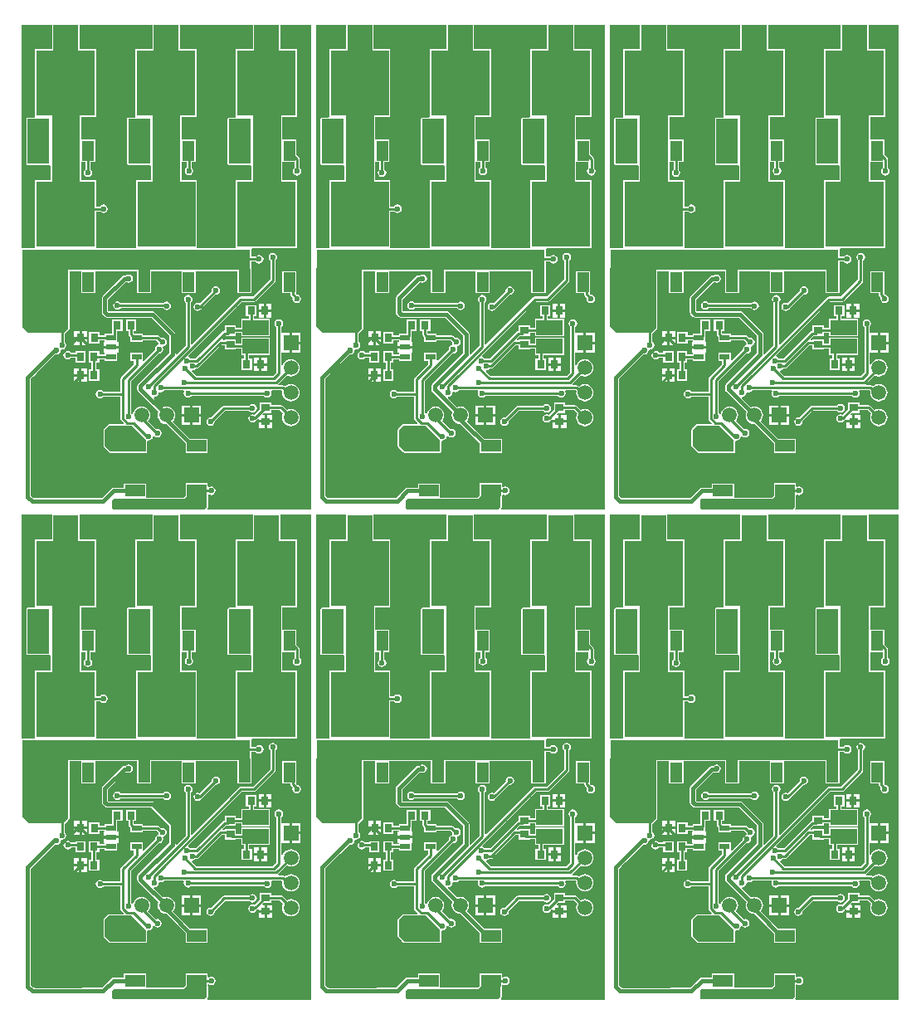
<source format=gbl>
G04*
G04 #@! TF.GenerationSoftware,Altium Limited,Altium Designer,20.1.11 (218)*
G04*
G04 Layer_Physical_Order=2*
G04 Layer_Color=16711680*
%FSLAX25Y25*%
%MOIN*%
G70*
G04*
G04 #@! TF.SameCoordinates,9421AAF7-A1CE-47F4-AB83-8062CB6876A7*
G04*
G04*
G04 #@! TF.FilePolarity,Positive*
G04*
G01*
G75*
%ADD11R,0.03543X0.03150*%
%ADD12R,0.05906X0.05906*%
%ADD13C,0.05906*%
%ADD14R,0.03150X0.03543*%
%ADD19C,0.01000*%
%ADD20C,0.01500*%
%ADD24C,0.02362*%
%ADD25R,0.07874X0.04724*%
%ADD26R,0.26378X0.23622*%
%ADD27R,0.04724X0.07874*%
%ADD28R,0.23622X0.26378*%
%ADD29R,0.13606X0.05049*%
%ADD30R,0.03937X0.02362*%
%ADD31R,0.10630X0.05906*%
%ADD32R,0.05906X0.05906*%
%ADD33R,0.05477X0.01337*%
%ADD34R,0.15502X0.03347*%
%ADD35R,0.10707X0.01526*%
%ADD36R,0.12957X0.02559*%
%ADD37R,0.10000X0.14268*%
%ADD38R,0.54921X0.11516*%
%ADD39R,0.04724X0.02200*%
%ADD40R,0.91660X0.08071*%
%ADD41R,0.08700X0.18000*%
G36*
X537026Y494618D02*
Y484871D01*
X530256D01*
Y457493D01*
X529798Y457392D01*
X527316D01*
X526933Y457233D01*
X526775Y456850D01*
Y438850D01*
X526933Y438468D01*
X527316Y438309D01*
X536016D01*
X536475Y437958D01*
Y432151D01*
X530256D01*
Y404805D01*
X514587D01*
Y432151D01*
X508437D01*
Y439521D01*
X510311D01*
Y437199D01*
X510119Y437070D01*
X509747Y436514D01*
X509617Y435858D01*
X509747Y435202D01*
X510119Y434646D01*
X510675Y434275D01*
X511331Y434144D01*
X511987Y434275D01*
X512543Y434646D01*
X512914Y435202D01*
X513045Y435858D01*
X512914Y436514D01*
X512543Y437070D01*
X512350Y437199D01*
Y439521D01*
X514114D01*
Y448395D01*
X508437D01*
Y457493D01*
X514508D01*
Y484871D01*
X507738D01*
Y494618D01*
X507780Y494681D01*
X536984D01*
X537026Y494618D01*
D02*
G37*
G36*
X418916D02*
Y484871D01*
X412146D01*
Y457493D01*
X411688Y457392D01*
X409205D01*
X408823Y457233D01*
X408664Y456850D01*
Y438850D01*
X408823Y438468D01*
X409205Y438309D01*
X417906D01*
X418364Y437958D01*
Y432151D01*
X412146D01*
Y404805D01*
X396476D01*
Y432151D01*
X390327D01*
Y439521D01*
X392201D01*
Y437199D01*
X392008Y437070D01*
X391637Y436514D01*
X391506Y435858D01*
X391637Y435202D01*
X392008Y434646D01*
X392565Y434275D01*
X393220Y434144D01*
X393876Y434275D01*
X394432Y434646D01*
X394804Y435202D01*
X394935Y435858D01*
X394804Y436514D01*
X394432Y437070D01*
X394240Y437199D01*
Y439521D01*
X396004D01*
Y448395D01*
X390327D01*
Y457493D01*
X396398D01*
Y484871D01*
X389628D01*
Y494618D01*
X389670Y494681D01*
X418874D01*
X418916Y494618D01*
D02*
G37*
G36*
X300805D02*
Y484871D01*
X294036D01*
Y457493D01*
X293578Y457392D01*
X291095D01*
X290713Y457233D01*
X290554Y456850D01*
Y438850D01*
X290713Y438468D01*
X291095Y438309D01*
X299795D01*
X300254Y437958D01*
Y432151D01*
X294036D01*
Y404805D01*
X278366D01*
Y432151D01*
X272216D01*
Y439521D01*
X274091D01*
Y437199D01*
X273898Y437070D01*
X273527Y436514D01*
X273396Y435858D01*
X273527Y435202D01*
X273898Y434646D01*
X274454Y434275D01*
X275110Y434144D01*
X275766Y434275D01*
X276322Y434646D01*
X276694Y435202D01*
X276824Y435858D01*
X276694Y436514D01*
X276322Y437070D01*
X276130Y437199D01*
Y439521D01*
X277894D01*
Y448395D01*
X272216D01*
Y457493D01*
X278288D01*
Y484871D01*
X271518D01*
Y494618D01*
X271560Y494681D01*
X300763D01*
X300805Y494618D01*
D02*
G37*
G36*
X560311Y299870D02*
X518789D01*
X518597Y300332D01*
X518800Y300535D01*
X518959Y300917D01*
X518959Y300917D01*
X518959Y305494D01*
X518931Y305561D01*
Y305697D01*
X519431Y305964D01*
X519631Y305830D01*
X520287Y305699D01*
X520943Y305830D01*
X521499Y306201D01*
X521871Y306757D01*
X522001Y307413D01*
X521871Y308069D01*
X521499Y308625D01*
X520943Y308997D01*
X520287Y309127D01*
X519631Y308997D01*
X519431Y308863D01*
X518931Y309130D01*
Y310421D01*
X510057D01*
Y305527D01*
X509236Y304707D01*
X494045Y304707D01*
Y310120D01*
Y310354D01*
X485171D01*
Y310120D01*
Y309579D01*
Y308719D01*
X481047D01*
X480559Y308622D01*
X480146Y308346D01*
X476383Y304584D01*
X468516D01*
Y304559D01*
X449323Y304559D01*
X449298Y304584D01*
X448844D01*
X447841Y305586D01*
Y347076D01*
X447846D01*
X447846Y352394D01*
X448732Y353347D01*
X449973Y354588D01*
X450476Y355091D01*
X453949Y358564D01*
X457582Y362197D01*
D01*
X457582Y362197D01*
X458083Y362097D01*
X458630Y362206D01*
X458630Y362206D01*
D01*
D01*
X458741Y362229D01*
X459295Y362599D01*
X459666Y363155D01*
X459797Y363811D01*
X459788Y363854D01*
X460142Y364208D01*
X460344Y364167D01*
X461000Y364298D01*
X461556Y364669D01*
X461928Y365225D01*
X462058Y365881D01*
X461928Y366537D01*
X461556Y367093D01*
X461364Y367222D01*
Y370461D01*
X462623Y371720D01*
X462630D01*
Y371727D01*
X463190Y372287D01*
X463348Y372669D01*
X463348Y372669D01*
X463348Y395652D01*
X468020D01*
Y386802D01*
X473744D01*
Y395652D01*
X490400D01*
Y394550D01*
X490437Y394460D01*
Y386802D01*
X496162D01*
Y394442D01*
X496207Y394550D01*
Y395652D01*
X508390D01*
Y386802D01*
X514114D01*
Y395652D01*
X530770D01*
Y394550D01*
X530807Y394460D01*
Y386802D01*
X536532D01*
Y394442D01*
X536577Y394550D01*
Y399406D01*
X538238D01*
X538367Y399213D01*
X538923Y398842D01*
X539579Y398711D01*
X540235Y398842D01*
X540791Y399213D01*
X541162Y399769D01*
X541293Y400425D01*
X541162Y401081D01*
X540791Y401637D01*
X540235Y402009D01*
X539579Y402139D01*
X538923Y402009D01*
X538367Y401637D01*
X538238Y401445D01*
X536577D01*
Y404264D01*
X536573Y404273D01*
X536907Y404773D01*
X554878D01*
Y432151D01*
X548807D01*
Y439521D01*
X553815D01*
Y437100D01*
X553623Y436972D01*
X553251Y436416D01*
X553121Y435760D01*
X553251Y435104D01*
X553623Y434548D01*
X554179Y434176D01*
X554835Y434046D01*
X555491Y434176D01*
X556047Y434548D01*
X556418Y435104D01*
X556549Y435760D01*
X556418Y436416D01*
X556047Y436972D01*
X555854Y437100D01*
Y440675D01*
X555777Y441065D01*
X555556Y441396D01*
X554484Y442467D01*
Y448395D01*
X548807D01*
Y457493D01*
X554878D01*
Y484871D01*
X548108D01*
Y494618D01*
X548150Y494681D01*
X560311D01*
Y299870D01*
D02*
G37*
G36*
X442201D02*
X400678D01*
X400487Y300332D01*
X400690Y300535D01*
X400848Y300917D01*
X400848Y300917D01*
X400848Y305494D01*
X400820Y305561D01*
Y305697D01*
X401320Y305964D01*
X401521Y305830D01*
X402177Y305699D01*
X402833Y305830D01*
X403389Y306201D01*
X403761Y306757D01*
X403891Y307413D01*
X403761Y308069D01*
X403389Y308625D01*
X402833Y308997D01*
X402177Y309127D01*
X401521Y308997D01*
X401320Y308863D01*
X400820Y309130D01*
Y310421D01*
X391946D01*
Y305527D01*
X391126Y304707D01*
X375935Y304707D01*
Y310120D01*
Y310354D01*
X367061D01*
Y310120D01*
Y309579D01*
Y308719D01*
X362937D01*
X362449Y308622D01*
X362036Y308346D01*
X358273Y304584D01*
X350406D01*
Y304559D01*
X331213Y304559D01*
X331188Y304584D01*
X330734D01*
X329731Y305586D01*
Y347076D01*
X329736D01*
X329736Y352394D01*
X330622Y353347D01*
X331862Y354588D01*
X332366Y355091D01*
X335839Y358564D01*
X339472Y362197D01*
D01*
X339472Y362197D01*
X339972Y362097D01*
X340520Y362206D01*
X340520Y362206D01*
D01*
D01*
X340631Y362229D01*
X341184Y362599D01*
X341556Y363155D01*
X341687Y363811D01*
X341678Y363854D01*
X342032Y364208D01*
X342234Y364167D01*
X342890Y364298D01*
X343446Y364669D01*
X343818Y365225D01*
X343948Y365881D01*
X343818Y366537D01*
X343446Y367093D01*
X343254Y367222D01*
Y370461D01*
X344513Y371720D01*
X344520D01*
Y371727D01*
X345079Y372287D01*
X345238Y372669D01*
X345238Y372669D01*
X345238Y395652D01*
X349909D01*
Y386802D01*
X355634D01*
Y395652D01*
X372289D01*
Y394550D01*
X372327Y394460D01*
Y386802D01*
X378051D01*
Y394442D01*
X378096Y394550D01*
Y395652D01*
X390279D01*
Y386802D01*
X396004D01*
Y395652D01*
X412660D01*
Y394550D01*
X412697Y394460D01*
Y386802D01*
X418421D01*
Y394442D01*
X418466Y394550D01*
Y399406D01*
X420128D01*
X420257Y399213D01*
X420813Y398842D01*
X421468Y398711D01*
X422124Y398842D01*
X422681Y399213D01*
X423052Y399769D01*
X423182Y400425D01*
X423052Y401081D01*
X422681Y401637D01*
X422124Y402009D01*
X421468Y402139D01*
X420813Y402009D01*
X420257Y401637D01*
X420128Y401445D01*
X418466D01*
Y404264D01*
X418462Y404273D01*
X418796Y404773D01*
X436768D01*
Y432151D01*
X430697D01*
Y439521D01*
X435705D01*
Y437100D01*
X435512Y436972D01*
X435141Y436416D01*
X435010Y435760D01*
X435141Y435104D01*
X435512Y434548D01*
X436068Y434176D01*
X436724Y434046D01*
X437380Y434176D01*
X437936Y434548D01*
X438308Y435104D01*
X438438Y435760D01*
X438308Y436416D01*
X437936Y436972D01*
X437744Y437100D01*
Y440675D01*
X437666Y441065D01*
X437445Y441396D01*
X436374Y442467D01*
Y448395D01*
X430697D01*
Y457493D01*
X436768D01*
Y484871D01*
X429998D01*
Y494618D01*
X430040Y494681D01*
X442201D01*
Y299870D01*
D02*
G37*
G36*
X324091D02*
X282568D01*
X282377Y300332D01*
X282579Y300535D01*
X282738Y300917D01*
X282738Y300917D01*
X282738Y305494D01*
X282710Y305561D01*
Y305697D01*
X283210Y305964D01*
X283411Y305830D01*
X284067Y305699D01*
X284723Y305830D01*
X285279Y306201D01*
X285650Y306757D01*
X285781Y307413D01*
X285650Y308069D01*
X285279Y308625D01*
X284723Y308997D01*
X284067Y309127D01*
X283411Y308997D01*
X283210Y308863D01*
X282710Y309130D01*
Y310421D01*
X273836D01*
Y305527D01*
X273016Y304707D01*
X257824Y304707D01*
Y310120D01*
Y310354D01*
X248951D01*
Y310120D01*
Y309579D01*
Y308719D01*
X244827D01*
X244339Y308622D01*
X243926Y308346D01*
X240163Y304584D01*
X232295D01*
Y304559D01*
X213102Y304559D01*
X213078Y304584D01*
X212624D01*
X211621Y305586D01*
Y347076D01*
X211626D01*
X211626Y352394D01*
X212512Y353347D01*
X213752Y354588D01*
X214256Y355091D01*
X217729Y358564D01*
X221361Y362197D01*
D01*
X221361Y362197D01*
X221862Y362097D01*
X222410Y362206D01*
X222410Y362206D01*
D01*
D01*
X222521Y362229D01*
X223074Y362599D01*
X223446Y363155D01*
X223576Y363811D01*
X223568Y363854D01*
X223921Y364208D01*
X224124Y364167D01*
X224780Y364298D01*
X225336Y364669D01*
X225708Y365225D01*
X225838Y365881D01*
X225708Y366537D01*
X225336Y367093D01*
X225144Y367222D01*
Y370461D01*
X226403Y371720D01*
X226409D01*
Y371727D01*
X226969Y372287D01*
X227128Y372669D01*
X227128Y372669D01*
X227128Y395652D01*
X231799D01*
Y386802D01*
X237524D01*
Y395652D01*
X254179D01*
Y394550D01*
X254217Y394460D01*
Y386802D01*
X259941D01*
Y394442D01*
X259986Y394550D01*
Y395652D01*
X272169D01*
Y386802D01*
X277894D01*
Y395652D01*
X294549D01*
Y394550D01*
X294587Y394460D01*
Y386802D01*
X300311D01*
Y394442D01*
X300356Y394550D01*
Y399406D01*
X302018D01*
X302146Y399213D01*
X302702Y398842D01*
X303358Y398711D01*
X304014Y398842D01*
X304570Y399213D01*
X304942Y399769D01*
X305072Y400425D01*
X304942Y401081D01*
X304570Y401637D01*
X304014Y402009D01*
X303358Y402139D01*
X302702Y402009D01*
X302146Y401637D01*
X302018Y401445D01*
X300356D01*
Y404264D01*
X300352Y404273D01*
X300686Y404773D01*
X318658D01*
Y432151D01*
X312586D01*
Y439521D01*
X317595D01*
Y437100D01*
X317402Y436972D01*
X317031Y436416D01*
X316900Y435760D01*
X317031Y435104D01*
X317402Y434548D01*
X317958Y434176D01*
X318614Y434046D01*
X319270Y434176D01*
X319826Y434548D01*
X320198Y435104D01*
X320328Y435760D01*
X320198Y436416D01*
X319826Y436972D01*
X319634Y437100D01*
Y440675D01*
X319556Y441065D01*
X319335Y441396D01*
X318264Y442467D01*
Y448395D01*
X312586D01*
Y457493D01*
X318658D01*
Y484871D01*
X311888D01*
Y494618D01*
X311930Y494681D01*
X324091D01*
Y299870D01*
D02*
G37*
G36*
X496656Y494618D02*
Y484871D01*
X489886D01*
Y457493D01*
X489428Y457392D01*
X486946D01*
X486563Y457233D01*
X486405Y456850D01*
Y438850D01*
X486563Y438468D01*
X486946Y438309D01*
X495646D01*
X496104Y437958D01*
Y432151D01*
X489965D01*
Y404805D01*
X474138D01*
Y419681D01*
X475640D01*
X475768Y419489D01*
X476324Y419117D01*
X476980Y418987D01*
X477636Y419117D01*
X478192Y419489D01*
X478564Y420045D01*
X478694Y420701D01*
X478564Y421357D01*
X478192Y421913D01*
X477636Y422284D01*
X476980Y422415D01*
X476324Y422284D01*
X475768Y421913D01*
X475640Y421720D01*
X474138D01*
Y432151D01*
X468067D01*
Y439521D01*
X469760D01*
Y436510D01*
X469567Y436381D01*
X469196Y435825D01*
X469066Y435169D01*
X469196Y434513D01*
X469567Y433957D01*
X470124Y433586D01*
X470780Y433455D01*
X471435Y433586D01*
X471991Y433957D01*
X472363Y434513D01*
X472494Y435169D01*
X472363Y435825D01*
X471991Y436381D01*
X471799Y436510D01*
Y439521D01*
X473744D01*
Y448395D01*
X468067D01*
Y457493D01*
X474138D01*
Y484871D01*
X467368D01*
Y494618D01*
X467410Y494681D01*
X496614D01*
X496656Y494618D01*
D02*
G37*
G36*
X378545D02*
Y484871D01*
X371776D01*
Y457493D01*
X371318Y457392D01*
X368835D01*
X368453Y457233D01*
X368294Y456850D01*
Y438850D01*
X368453Y438468D01*
X368835Y438309D01*
X377535D01*
X377994Y437958D01*
Y432151D01*
X371854D01*
Y404805D01*
X356028D01*
Y419681D01*
X357529D01*
X357658Y419489D01*
X358214Y419117D01*
X358870Y418987D01*
X359526Y419117D01*
X360082Y419489D01*
X360454Y420045D01*
X360584Y420701D01*
X360454Y421357D01*
X360082Y421913D01*
X359526Y422284D01*
X358870Y422415D01*
X358214Y422284D01*
X357658Y421913D01*
X357529Y421720D01*
X356028D01*
Y432151D01*
X349956D01*
Y439521D01*
X351650D01*
Y436510D01*
X351457Y436381D01*
X351086Y435825D01*
X350955Y435169D01*
X351086Y434513D01*
X351457Y433957D01*
X352013Y433586D01*
X352669Y433455D01*
X353325Y433586D01*
X353881Y433957D01*
X354253Y434513D01*
X354383Y435169D01*
X354253Y435825D01*
X353881Y436381D01*
X353689Y436510D01*
Y439521D01*
X355634D01*
Y448395D01*
X349956D01*
Y457493D01*
X356028D01*
Y484871D01*
X349258D01*
Y494618D01*
X349300Y494681D01*
X378503D01*
X378545Y494618D01*
D02*
G37*
G36*
X260435D02*
Y484871D01*
X253665D01*
Y457493D01*
X253207Y457392D01*
X250725D01*
X250342Y457233D01*
X250184Y456850D01*
Y438850D01*
X250342Y438468D01*
X250725Y438309D01*
X259425D01*
X259884Y437958D01*
Y432151D01*
X253744D01*
Y404805D01*
X237917D01*
Y419681D01*
X239419D01*
X239548Y419489D01*
X240104Y419117D01*
X240760Y418987D01*
X241416Y419117D01*
X241972Y419489D01*
X242343Y420045D01*
X242474Y420701D01*
X242343Y421357D01*
X241972Y421913D01*
X241416Y422284D01*
X240760Y422415D01*
X240104Y422284D01*
X239548Y421913D01*
X239419Y421720D01*
X237917D01*
Y432151D01*
X231846D01*
Y439521D01*
X233539D01*
Y436510D01*
X233347Y436381D01*
X232976Y435825D01*
X232845Y435169D01*
X232976Y434513D01*
X233347Y433957D01*
X233903Y433586D01*
X234559Y433455D01*
X235215Y433586D01*
X235771Y433957D01*
X236143Y434513D01*
X236273Y435169D01*
X236143Y435825D01*
X235771Y436381D01*
X235579Y436510D01*
Y439521D01*
X237524D01*
Y448395D01*
X231846D01*
Y457493D01*
X237917D01*
Y484871D01*
X231148D01*
Y494618D01*
X231190Y494681D01*
X260393D01*
X260435Y494618D01*
D02*
G37*
G36*
X548266Y430350D02*
X537016D01*
Y459350D01*
X548266D01*
Y430350D01*
D02*
G37*
G36*
X507896D02*
X496646D01*
Y459350D01*
X507896D01*
Y430350D01*
D02*
G37*
G36*
X467526D02*
X456276D01*
Y459350D01*
X467526D01*
Y430350D01*
D02*
G37*
G36*
X430156D02*
X418905D01*
Y459350D01*
X430156D01*
Y430350D01*
D02*
G37*
G36*
X389785D02*
X378535D01*
Y459350D01*
X389785D01*
Y430350D01*
D02*
G37*
G36*
X349415D02*
X338165D01*
Y459350D01*
X349415D01*
Y430350D01*
D02*
G37*
G36*
X312045D02*
X300795D01*
Y459350D01*
X312045D01*
Y430350D01*
D02*
G37*
G36*
X271675D02*
X260425D01*
Y459350D01*
X271675D01*
Y430350D01*
D02*
G37*
G36*
X231305D02*
X220055D01*
Y459350D01*
X231305D01*
Y430350D01*
D02*
G37*
G36*
X456286Y494618D02*
Y484871D01*
X449516D01*
Y457493D01*
X449058Y457392D01*
X446576D01*
X446193Y457233D01*
X446034Y456850D01*
Y438850D01*
X446193Y438468D01*
X446576Y438309D01*
X455276D01*
X455734Y437958D01*
Y432151D01*
X449516D01*
Y404805D01*
X444376D01*
X444240Y404895D01*
Y494681D01*
X456244D01*
X456286Y494618D01*
D02*
G37*
G36*
X338175D02*
Y484871D01*
X331406D01*
Y457493D01*
X330948Y457392D01*
X328465D01*
X328083Y457233D01*
X327924Y456850D01*
Y438850D01*
X328083Y438468D01*
X328465Y438309D01*
X337165D01*
X337624Y437958D01*
Y432151D01*
X331406D01*
Y404805D01*
X326265D01*
X326130Y404895D01*
Y494681D01*
X338133D01*
X338175Y494618D01*
D02*
G37*
G36*
X220065D02*
Y484871D01*
X213295D01*
Y457493D01*
X212837Y457392D01*
X210355D01*
X209972Y457233D01*
X209814Y456850D01*
Y438850D01*
X209972Y438468D01*
X210355Y438309D01*
X219055D01*
X219514Y437958D01*
Y432151D01*
X213295D01*
Y404805D01*
X208155D01*
X208020Y404895D01*
Y494681D01*
X220023D01*
X220065Y494618D01*
D02*
G37*
G36*
X462807Y372669D02*
X460937Y370799D01*
X446862Y370799D01*
X444376Y373286D01*
X444376Y396750D01*
X462807D01*
X462807Y372669D01*
D02*
G37*
G36*
X344697D02*
X342827Y370799D01*
X328752Y370799D01*
X326265Y373286D01*
X326265Y396750D01*
X344697D01*
X344697Y372669D01*
D02*
G37*
G36*
X226587D02*
X224716Y370799D01*
X210642Y370799D01*
X208155Y373286D01*
X208155Y396750D01*
X226587D01*
X226587Y372669D01*
D02*
G37*
G36*
X518417Y305494D02*
X518417Y300917D01*
X517433Y299933D01*
X481016Y299933D01*
X480425Y300524D01*
Y303575D01*
X481016Y304165D01*
X509461Y304165D01*
X510886Y305591D01*
X518417Y305494D01*
D02*
G37*
G36*
X400307D02*
X400307Y300917D01*
X399323Y299933D01*
X362906Y299933D01*
X362315Y300524D01*
Y303575D01*
X362906Y304165D01*
X391350Y304165D01*
X392776Y305591D01*
X400307Y305494D01*
D02*
G37*
G36*
X282197D02*
X282197Y300917D01*
X281213Y299933D01*
X244795Y299933D01*
X244205Y300524D01*
Y303575D01*
X244795Y304165D01*
X273240Y304165D01*
X274665Y305591D01*
X282197Y305494D01*
D02*
G37*
G36*
X537026Y297768D02*
Y288020D01*
X530256D01*
Y260643D01*
X529798Y260541D01*
X527316D01*
X526933Y260383D01*
X526775Y260000D01*
Y242000D01*
X526933Y241617D01*
X527316Y241459D01*
X536016D01*
X536475Y241108D01*
Y235301D01*
X530256D01*
Y207955D01*
X514587D01*
Y235301D01*
X508437D01*
Y242671D01*
X510311D01*
Y240348D01*
X510119Y240220D01*
X509747Y239664D01*
X509617Y239008D01*
X509747Y238352D01*
X510119Y237796D01*
X510675Y237424D01*
X511331Y237294D01*
X511987Y237424D01*
X512543Y237796D01*
X512914Y238352D01*
X513045Y239008D01*
X512914Y239664D01*
X512543Y240220D01*
X512350Y240348D01*
Y242671D01*
X514114D01*
Y251545D01*
X508437D01*
Y260643D01*
X514508D01*
Y288020D01*
X507738D01*
Y297768D01*
X507780Y297831D01*
X536984D01*
X537026Y297768D01*
D02*
G37*
G36*
X418916D02*
Y288020D01*
X412146D01*
Y260643D01*
X411688Y260541D01*
X409205D01*
X408823Y260383D01*
X408664Y260000D01*
Y242000D01*
X408823Y241617D01*
X409205Y241459D01*
X417906D01*
X418364Y241108D01*
Y235301D01*
X412146D01*
Y207955D01*
X396476D01*
Y235301D01*
X390327D01*
Y242671D01*
X392201D01*
Y240348D01*
X392008Y240220D01*
X391637Y239664D01*
X391506Y239008D01*
X391637Y238352D01*
X392008Y237796D01*
X392565Y237424D01*
X393220Y237294D01*
X393876Y237424D01*
X394432Y237796D01*
X394804Y238352D01*
X394935Y239008D01*
X394804Y239664D01*
X394432Y240220D01*
X394240Y240348D01*
Y242671D01*
X396004D01*
Y251545D01*
X390327D01*
Y260643D01*
X396398D01*
Y288020D01*
X389628D01*
Y297768D01*
X389670Y297831D01*
X418874D01*
X418916Y297768D01*
D02*
G37*
G36*
X300805D02*
Y288020D01*
X294036D01*
Y260643D01*
X293578Y260541D01*
X291095D01*
X290713Y260383D01*
X290554Y260000D01*
Y242000D01*
X290713Y241617D01*
X291095Y241459D01*
X299795D01*
X300254Y241108D01*
Y235301D01*
X294036D01*
Y207955D01*
X278366D01*
Y235301D01*
X272216D01*
Y242671D01*
X274091D01*
Y240348D01*
X273898Y240220D01*
X273527Y239664D01*
X273396Y239008D01*
X273527Y238352D01*
X273898Y237796D01*
X274454Y237424D01*
X275110Y237294D01*
X275766Y237424D01*
X276322Y237796D01*
X276694Y238352D01*
X276824Y239008D01*
X276694Y239664D01*
X276322Y240220D01*
X276130Y240348D01*
Y242671D01*
X277894D01*
Y251545D01*
X272216D01*
Y260643D01*
X278288D01*
Y288020D01*
X271518D01*
Y297768D01*
X271560Y297831D01*
X300763D01*
X300805Y297768D01*
D02*
G37*
G36*
X560311Y103020D02*
X518789D01*
X518597Y103481D01*
X518800Y103684D01*
X518959Y104067D01*
X518959Y104067D01*
X518959Y108644D01*
X518931Y108711D01*
Y108846D01*
X519431Y109114D01*
X519631Y108979D01*
X520287Y108849D01*
X520943Y108979D01*
X521499Y109351D01*
X521871Y109907D01*
X522001Y110563D01*
X521871Y111219D01*
X521499Y111775D01*
X520943Y112146D01*
X520287Y112277D01*
X519631Y112146D01*
X519431Y112012D01*
X518931Y112280D01*
Y113571D01*
X510057D01*
Y108676D01*
X509236Y107856D01*
X494045Y107856D01*
Y113270D01*
Y113504D01*
X485171D01*
Y113270D01*
Y112729D01*
Y111869D01*
X481047D01*
X480559Y111772D01*
X480146Y111496D01*
X476383Y107733D01*
X468516D01*
Y107709D01*
X449323Y107709D01*
X449298Y107733D01*
X448844D01*
X447841Y108736D01*
Y150226D01*
X447846D01*
X447846Y155543D01*
X448732Y156497D01*
X449973Y157737D01*
X450476Y158241D01*
X453949Y161714D01*
X457582Y165346D01*
D01*
X457582Y165346D01*
X458083Y165247D01*
X458630Y165355D01*
X458630Y165356D01*
D01*
D01*
X458741Y165379D01*
X459295Y165749D01*
X459666Y166305D01*
X459797Y166961D01*
X459788Y167004D01*
X460142Y167357D01*
X460344Y167317D01*
X461000Y167447D01*
X461556Y167819D01*
X461928Y168375D01*
X462058Y169031D01*
X461928Y169687D01*
X461556Y170243D01*
X461364Y170371D01*
Y173610D01*
X462623Y174870D01*
X462630D01*
Y174876D01*
X463190Y175436D01*
X463348Y175819D01*
X463348Y175819D01*
X463348Y198801D01*
X468020D01*
Y189951D01*
X473744D01*
Y198801D01*
X490400D01*
Y197700D01*
X490437Y197610D01*
Y189951D01*
X496162D01*
Y197591D01*
X496207Y197700D01*
Y198801D01*
X508390D01*
Y189951D01*
X514114D01*
Y198801D01*
X530770D01*
Y197700D01*
X530807Y197610D01*
Y189951D01*
X536532D01*
Y197591D01*
X536577Y197700D01*
Y202555D01*
X538238D01*
X538367Y202363D01*
X538923Y201991D01*
X539579Y201861D01*
X540235Y201991D01*
X540791Y202363D01*
X541162Y202919D01*
X541293Y203575D01*
X541162Y204231D01*
X540791Y204787D01*
X540235Y205158D01*
X539579Y205289D01*
X538923Y205158D01*
X538367Y204787D01*
X538238Y204594D01*
X536577D01*
Y207413D01*
X536573Y207423D01*
X536907Y207923D01*
X554878D01*
Y235301D01*
X548807D01*
Y242671D01*
X553815D01*
Y240250D01*
X553623Y240121D01*
X553251Y239565D01*
X553121Y238909D01*
X553251Y238253D01*
X553623Y237697D01*
X554179Y237326D01*
X554835Y237195D01*
X555491Y237326D01*
X556047Y237697D01*
X556418Y238253D01*
X556549Y238909D01*
X556418Y239565D01*
X556047Y240121D01*
X555854Y240250D01*
Y243824D01*
X555777Y244215D01*
X555556Y244545D01*
X554484Y245617D01*
Y251545D01*
X548807D01*
Y260643D01*
X554878D01*
Y288020D01*
X548108D01*
Y297768D01*
X548150Y297831D01*
X560311D01*
Y103020D01*
D02*
G37*
G36*
X442201D02*
X400678D01*
X400487Y103481D01*
X400690Y103684D01*
X400848Y104067D01*
X400848Y104067D01*
X400848Y108644D01*
X400820Y108711D01*
Y108846D01*
X401320Y109114D01*
X401521Y108979D01*
X402177Y108849D01*
X402833Y108979D01*
X403389Y109351D01*
X403761Y109907D01*
X403891Y110563D01*
X403761Y111219D01*
X403389Y111775D01*
X402833Y112146D01*
X402177Y112277D01*
X401521Y112146D01*
X401320Y112012D01*
X400820Y112280D01*
Y113571D01*
X391946D01*
Y108676D01*
X391126Y107856D01*
X375935Y107856D01*
Y113270D01*
Y113504D01*
X367061D01*
Y113270D01*
Y112729D01*
Y111869D01*
X362937D01*
X362449Y111772D01*
X362036Y111496D01*
X358273Y107733D01*
X350406D01*
Y107709D01*
X331213Y107709D01*
X331188Y107733D01*
X330734D01*
X329731Y108736D01*
Y150226D01*
X329736D01*
X329736Y155543D01*
X330622Y156497D01*
X331862Y157737D01*
X332366Y158241D01*
X335839Y161714D01*
X339472Y165346D01*
D01*
X339472Y165346D01*
X339972Y165247D01*
X340520Y165355D01*
X340520Y165356D01*
D01*
D01*
X340631Y165379D01*
X341184Y165749D01*
X341556Y166305D01*
X341687Y166961D01*
X341678Y167004D01*
X342032Y167357D01*
X342234Y167317D01*
X342890Y167447D01*
X343446Y167819D01*
X343818Y168375D01*
X343948Y169031D01*
X343818Y169687D01*
X343446Y170243D01*
X343254Y170371D01*
Y173610D01*
X344513Y174870D01*
X344520D01*
Y174876D01*
X345079Y175436D01*
X345238Y175819D01*
X345238Y175819D01*
X345238Y198801D01*
X349909D01*
Y189951D01*
X355634D01*
Y198801D01*
X372289D01*
Y197700D01*
X372327Y197610D01*
Y189951D01*
X378051D01*
Y197591D01*
X378096Y197700D01*
Y198801D01*
X390279D01*
Y189951D01*
X396004D01*
Y198801D01*
X412660D01*
Y197700D01*
X412697Y197610D01*
Y189951D01*
X418421D01*
Y197591D01*
X418466Y197700D01*
Y202555D01*
X420128D01*
X420257Y202363D01*
X420813Y201991D01*
X421468Y201861D01*
X422124Y201991D01*
X422681Y202363D01*
X423052Y202919D01*
X423182Y203575D01*
X423052Y204231D01*
X422681Y204787D01*
X422124Y205158D01*
X421468Y205289D01*
X420813Y205158D01*
X420257Y204787D01*
X420128Y204594D01*
X418466D01*
Y207413D01*
X418462Y207423D01*
X418796Y207923D01*
X436768D01*
Y235301D01*
X430697D01*
Y242671D01*
X435705D01*
Y240250D01*
X435512Y240121D01*
X435141Y239565D01*
X435010Y238909D01*
X435141Y238253D01*
X435512Y237697D01*
X436068Y237326D01*
X436724Y237195D01*
X437380Y237326D01*
X437936Y237697D01*
X438308Y238253D01*
X438438Y238909D01*
X438308Y239565D01*
X437936Y240121D01*
X437744Y240250D01*
Y243824D01*
X437666Y244215D01*
X437445Y244545D01*
X436374Y245617D01*
Y251545D01*
X430697D01*
Y260643D01*
X436768D01*
Y288020D01*
X429998D01*
Y297768D01*
X430040Y297831D01*
X442201D01*
Y103020D01*
D02*
G37*
G36*
X324091D02*
X282568D01*
X282377Y103481D01*
X282579Y103684D01*
X282738Y104067D01*
X282738Y104067D01*
X282738Y108644D01*
X282710Y108711D01*
Y108846D01*
X283210Y109114D01*
X283411Y108979D01*
X284067Y108849D01*
X284723Y108979D01*
X285279Y109351D01*
X285650Y109907D01*
X285781Y110563D01*
X285650Y111219D01*
X285279Y111775D01*
X284723Y112146D01*
X284067Y112277D01*
X283411Y112146D01*
X283210Y112012D01*
X282710Y112280D01*
Y113571D01*
X273836D01*
Y108676D01*
X273016Y107856D01*
X257824Y107856D01*
Y113270D01*
Y113504D01*
X248951D01*
Y113270D01*
Y112729D01*
Y111869D01*
X244827D01*
X244339Y111772D01*
X243926Y111496D01*
X240163Y107733D01*
X232295D01*
Y107709D01*
X213102Y107709D01*
X213078Y107733D01*
X212624D01*
X211621Y108736D01*
Y150226D01*
X211626D01*
X211626Y155543D01*
X212512Y156497D01*
X213752Y157737D01*
X214256Y158241D01*
X217729Y161714D01*
X221361Y165346D01*
D01*
X221361Y165346D01*
X221862Y165247D01*
X222410Y165355D01*
X222410Y165356D01*
D01*
D01*
X222521Y165379D01*
X223074Y165749D01*
X223446Y166305D01*
X223576Y166961D01*
X223568Y167004D01*
X223921Y167357D01*
X224124Y167317D01*
X224780Y167447D01*
X225336Y167819D01*
X225708Y168375D01*
X225838Y169031D01*
X225708Y169687D01*
X225336Y170243D01*
X225144Y170371D01*
Y173610D01*
X226403Y174870D01*
X226409D01*
Y174876D01*
X226969Y175436D01*
X227128Y175819D01*
X227128Y175819D01*
X227128Y198801D01*
X231799D01*
Y189951D01*
X237524D01*
Y198801D01*
X254179D01*
Y197700D01*
X254217Y197610D01*
Y189951D01*
X259941D01*
Y197591D01*
X259986Y197700D01*
Y198801D01*
X272169D01*
Y189951D01*
X277894D01*
Y198801D01*
X294549D01*
Y197700D01*
X294587Y197610D01*
Y189951D01*
X300311D01*
Y197591D01*
X300356Y197700D01*
Y202555D01*
X302018D01*
X302146Y202363D01*
X302702Y201991D01*
X303358Y201861D01*
X304014Y201991D01*
X304570Y202363D01*
X304942Y202919D01*
X305072Y203575D01*
X304942Y204231D01*
X304570Y204787D01*
X304014Y205158D01*
X303358Y205289D01*
X302702Y205158D01*
X302146Y204787D01*
X302018Y204594D01*
X300356D01*
Y207413D01*
X300352Y207423D01*
X300686Y207923D01*
X318658D01*
Y235301D01*
X312586D01*
Y242671D01*
X317595D01*
Y240250D01*
X317402Y240121D01*
X317031Y239565D01*
X316900Y238909D01*
X317031Y238253D01*
X317402Y237697D01*
X317958Y237326D01*
X318614Y237195D01*
X319270Y237326D01*
X319826Y237697D01*
X320198Y238253D01*
X320328Y238909D01*
X320198Y239565D01*
X319826Y240121D01*
X319634Y240250D01*
Y243824D01*
X319556Y244215D01*
X319335Y244545D01*
X318264Y245617D01*
Y251545D01*
X312586D01*
Y260643D01*
X318658D01*
Y288020D01*
X311888D01*
Y297768D01*
X311930Y297831D01*
X324091D01*
Y103020D01*
D02*
G37*
G36*
X496656Y297768D02*
Y288020D01*
X489886D01*
Y260643D01*
X489428Y260541D01*
X486946D01*
X486563Y260383D01*
X486405Y260000D01*
Y242000D01*
X486563Y241617D01*
X486946Y241459D01*
X495646D01*
X496104Y241108D01*
Y235301D01*
X489965D01*
Y207955D01*
X474138D01*
Y222831D01*
X475640D01*
X475768Y222638D01*
X476324Y222267D01*
X476980Y222136D01*
X477636Y222267D01*
X478192Y222638D01*
X478564Y223195D01*
X478694Y223850D01*
X478564Y224506D01*
X478192Y225062D01*
X477636Y225434D01*
X476980Y225564D01*
X476324Y225434D01*
X475768Y225062D01*
X475640Y224870D01*
X474138D01*
Y235301D01*
X468067D01*
Y242671D01*
X469760D01*
Y239660D01*
X469567Y239531D01*
X469196Y238975D01*
X469066Y238319D01*
X469196Y237663D01*
X469567Y237107D01*
X470124Y236735D01*
X470780Y236605D01*
X471435Y236735D01*
X471991Y237107D01*
X472363Y237663D01*
X472494Y238319D01*
X472363Y238975D01*
X471991Y239531D01*
X471799Y239660D01*
Y242671D01*
X473744D01*
Y251545D01*
X468067D01*
Y260643D01*
X474138D01*
Y288020D01*
X467368D01*
Y297768D01*
X467410Y297831D01*
X496614D01*
X496656Y297768D01*
D02*
G37*
G36*
X378545D02*
Y288020D01*
X371776D01*
Y260643D01*
X371318Y260541D01*
X368835D01*
X368453Y260383D01*
X368294Y260000D01*
Y242000D01*
X368453Y241617D01*
X368835Y241459D01*
X377535D01*
X377994Y241108D01*
Y235301D01*
X371854D01*
Y207955D01*
X356028D01*
Y222831D01*
X357529D01*
X357658Y222638D01*
X358214Y222267D01*
X358870Y222136D01*
X359526Y222267D01*
X360082Y222638D01*
X360454Y223195D01*
X360584Y223850D01*
X360454Y224506D01*
X360082Y225062D01*
X359526Y225434D01*
X358870Y225564D01*
X358214Y225434D01*
X357658Y225062D01*
X357529Y224870D01*
X356028D01*
Y235301D01*
X349956D01*
Y242671D01*
X351650D01*
Y239660D01*
X351457Y239531D01*
X351086Y238975D01*
X350955Y238319D01*
X351086Y237663D01*
X351457Y237107D01*
X352013Y236735D01*
X352669Y236605D01*
X353325Y236735D01*
X353881Y237107D01*
X354253Y237663D01*
X354383Y238319D01*
X354253Y238975D01*
X353881Y239531D01*
X353689Y239660D01*
Y242671D01*
X355634D01*
Y251545D01*
X349956D01*
Y260643D01*
X356028D01*
Y288020D01*
X349258D01*
Y297768D01*
X349300Y297831D01*
X378503D01*
X378545Y297768D01*
D02*
G37*
G36*
X260435D02*
Y288020D01*
X253665D01*
Y260643D01*
X253207Y260541D01*
X250725D01*
X250342Y260383D01*
X250184Y260000D01*
Y242000D01*
X250342Y241617D01*
X250725Y241459D01*
X259425D01*
X259884Y241108D01*
Y235301D01*
X253744D01*
Y207955D01*
X237917D01*
Y222831D01*
X239419D01*
X239548Y222638D01*
X240104Y222267D01*
X240760Y222136D01*
X241416Y222267D01*
X241972Y222638D01*
X242343Y223195D01*
X242474Y223850D01*
X242343Y224506D01*
X241972Y225062D01*
X241416Y225434D01*
X240760Y225564D01*
X240104Y225434D01*
X239548Y225062D01*
X239419Y224870D01*
X237917D01*
Y235301D01*
X231846D01*
Y242671D01*
X233539D01*
Y239660D01*
X233347Y239531D01*
X232976Y238975D01*
X232845Y238319D01*
X232976Y237663D01*
X233347Y237107D01*
X233903Y236735D01*
X234559Y236605D01*
X235215Y236735D01*
X235771Y237107D01*
X236143Y237663D01*
X236273Y238319D01*
X236143Y238975D01*
X235771Y239531D01*
X235579Y239660D01*
Y242671D01*
X237524D01*
Y251545D01*
X231846D01*
Y260643D01*
X237917D01*
Y288020D01*
X231148D01*
Y297768D01*
X231190Y297831D01*
X260393D01*
X260435Y297768D01*
D02*
G37*
G36*
X548266Y233500D02*
X537016D01*
Y262500D01*
X548266D01*
Y233500D01*
D02*
G37*
G36*
X507896D02*
X496646D01*
Y262500D01*
X507896D01*
Y233500D01*
D02*
G37*
G36*
X467526D02*
X456276D01*
Y262500D01*
X467526D01*
Y233500D01*
D02*
G37*
G36*
X430156D02*
X418905D01*
Y262500D01*
X430156D01*
Y233500D01*
D02*
G37*
G36*
X389785D02*
X378535D01*
Y262500D01*
X389785D01*
Y233500D01*
D02*
G37*
G36*
X349415D02*
X338165D01*
Y262500D01*
X349415D01*
Y233500D01*
D02*
G37*
G36*
X312045D02*
X300795D01*
Y262500D01*
X312045D01*
Y233500D01*
D02*
G37*
G36*
X271675D02*
X260425D01*
Y262500D01*
X271675D01*
Y233500D01*
D02*
G37*
G36*
X231305D02*
X220055D01*
Y262500D01*
X231305D01*
Y233500D01*
D02*
G37*
G36*
X456286Y297768D02*
Y288020D01*
X449516D01*
Y260643D01*
X449058Y260541D01*
X446576D01*
X446193Y260383D01*
X446034Y260000D01*
Y242000D01*
X446193Y241617D01*
X446576Y241459D01*
X455276D01*
X455734Y241108D01*
Y235301D01*
X449516D01*
Y207955D01*
X444376D01*
X444240Y208045D01*
Y297831D01*
X456244D01*
X456286Y297768D01*
D02*
G37*
G36*
X338175D02*
Y288020D01*
X331406D01*
Y260643D01*
X330948Y260541D01*
X328465D01*
X328083Y260383D01*
X327924Y260000D01*
Y242000D01*
X328083Y241617D01*
X328465Y241459D01*
X337165D01*
X337624Y241108D01*
Y235301D01*
X331406D01*
Y207955D01*
X326265D01*
X326130Y208045D01*
Y297831D01*
X338133D01*
X338175Y297768D01*
D02*
G37*
G36*
X220065D02*
Y288020D01*
X213295D01*
Y260643D01*
X212837Y260541D01*
X210355D01*
X209972Y260383D01*
X209814Y260000D01*
Y242000D01*
X209972Y241617D01*
X210355Y241459D01*
X219055D01*
X219514Y241108D01*
Y235301D01*
X213295D01*
Y207955D01*
X208155D01*
X208020Y208045D01*
Y297831D01*
X220023D01*
X220065Y297768D01*
D02*
G37*
G36*
X462807Y175819D02*
X460937Y173949D01*
X446862Y173949D01*
X444376Y176435D01*
X444376Y199900D01*
X462807D01*
X462807Y175819D01*
D02*
G37*
G36*
X344697D02*
X342827Y173949D01*
X328752Y173949D01*
X326265Y176435D01*
X326265Y199900D01*
X344697D01*
X344697Y175819D01*
D02*
G37*
G36*
X226587D02*
X224716Y173949D01*
X210642Y173949D01*
X208155Y176435D01*
X208155Y199900D01*
X226587D01*
X226587Y175819D01*
D02*
G37*
G36*
X518417Y108644D02*
X518417Y104067D01*
X517433Y103083D01*
X481016Y103083D01*
X480425Y103673D01*
Y106724D01*
X481016Y107315D01*
X509461Y107315D01*
X510886Y108740D01*
X518417Y108644D01*
D02*
G37*
G36*
X400307D02*
X400307Y104067D01*
X399323Y103083D01*
X362906Y103083D01*
X362315Y103673D01*
Y106724D01*
X362906Y107315D01*
X391350Y107315D01*
X392776Y108740D01*
X400307Y108644D01*
D02*
G37*
G36*
X282197D02*
X282197Y104067D01*
X281213Y103083D01*
X244795Y103083D01*
X244205Y103673D01*
Y106724D01*
X244795Y107315D01*
X273240Y107315D01*
X274665Y108740D01*
X282197Y108644D01*
D02*
G37*
%LPC*%
G36*
X545022Y403039D02*
X544366Y402908D01*
X543810Y402536D01*
X543439Y401980D01*
X543308Y401325D01*
X543439Y400669D01*
X543810Y400112D01*
X544003Y399984D01*
Y392413D01*
X536991Y385402D01*
X532163D01*
X531773Y385324D01*
X531442Y385103D01*
X512517Y366178D01*
X512055Y366369D01*
Y383046D01*
X512248Y383174D01*
X512619Y383730D01*
X512750Y384386D01*
X512619Y385042D01*
X512248Y385598D01*
X511692Y385970D01*
X511036Y386100D01*
X510380Y385970D01*
X509824Y385598D01*
X509452Y385042D01*
X509322Y384386D01*
X509452Y383730D01*
X509824Y383174D01*
X510016Y383046D01*
Y365798D01*
X506395Y362177D01*
X506345Y362183D01*
X505912Y362401D01*
Y370307D01*
X505815Y370795D01*
X505539Y371208D01*
X497567Y379181D01*
X497153Y379457D01*
X496665Y379554D01*
X478977D01*
X478845Y379686D01*
Y384248D01*
X485883Y391286D01*
X486134D01*
X486462Y391066D01*
X487118Y390936D01*
X487774Y391066D01*
X488330Y391438D01*
X488702Y391994D01*
X488832Y392650D01*
X488702Y393305D01*
X488330Y393862D01*
X487774Y394233D01*
X487118Y394364D01*
X486462Y394233D01*
X485906Y393862D01*
X485888Y393834D01*
X485355D01*
X484868Y393738D01*
X484454Y393461D01*
X476670Y385677D01*
X476393Y385263D01*
X476296Y384776D01*
Y379158D01*
X476393Y378671D01*
X476670Y378257D01*
X477548Y377378D01*
X477962Y377102D01*
X478449Y377005D01*
X496137D01*
X503363Y369779D01*
Y362764D01*
X490929Y350330D01*
X490653Y349916D01*
X490556Y349429D01*
Y348186D01*
X490653Y347698D01*
X490929Y347285D01*
X499117Y339096D01*
X498924Y338630D01*
X498805Y337728D01*
X498924Y336827D01*
X499272Y335987D01*
X499825Y335266D01*
X500546Y334712D01*
X501386Y334364D01*
X502288Y334246D01*
X502371Y334257D01*
X510057Y326571D01*
Y322650D01*
X518931D01*
Y322718D01*
Y323260D01*
Y328374D01*
X511859D01*
X504844Y335389D01*
X505303Y335987D01*
X505652Y336827D01*
X505770Y337728D01*
X505652Y338630D01*
X505303Y339470D01*
X504750Y340191D01*
X504029Y340744D01*
X503189Y341092D01*
X502288Y341211D01*
X501386Y341092D01*
X500919Y340899D01*
X497235Y344583D01*
X497295Y344826D01*
X497439Y345086D01*
X498010Y345200D01*
X498566Y345571D01*
X498938Y346128D01*
X499068Y346783D01*
X499044Y346907D01*
X499494Y347208D01*
X499553Y347168D01*
X500209Y347038D01*
X500865Y347168D01*
X501421Y347540D01*
X501561Y347750D01*
X509161D01*
X509397Y347309D01*
X509354Y347245D01*
X509223Y346589D01*
X509354Y345933D01*
X509725Y345377D01*
X510282Y345005D01*
X510937Y344875D01*
X511593Y345005D01*
X512149Y345377D01*
X512278Y345569D01*
X541419D01*
X541615Y345276D01*
X542171Y344905D01*
X542827Y344774D01*
X543483Y344905D01*
X544039Y345276D01*
X544410Y345832D01*
X544541Y346488D01*
X544410Y347144D01*
X544339Y347250D01*
X544606Y347750D01*
X548514D01*
X548865Y347369D01*
X548793Y346823D01*
X548912Y345921D01*
X549260Y345082D01*
X549813Y344360D01*
X550534Y343807D01*
X551374Y343459D01*
X552276Y343340D01*
X553177Y343459D01*
X554017Y343807D01*
X554738Y344360D01*
X555292Y345082D01*
X555640Y345921D01*
X555758Y346823D01*
X555640Y347724D01*
X555292Y348564D01*
X554738Y349285D01*
X554017Y349839D01*
X553177Y350187D01*
X552276Y350305D01*
X551374Y350187D01*
X550534Y349839D01*
X549878Y349335D01*
X549722Y349491D01*
X549391Y349712D01*
X549001Y349790D01*
X547333D01*
X547182Y350290D01*
X547190Y350295D01*
X550653Y353758D01*
X551374Y353459D01*
X552276Y353340D01*
X553177Y353459D01*
X554017Y353807D01*
X554738Y354360D01*
X555292Y355082D01*
X555640Y355922D01*
X555758Y356823D01*
X555640Y357724D01*
X555292Y358564D01*
X554738Y359285D01*
X554017Y359839D01*
X553177Y360187D01*
X552276Y360305D01*
X551374Y360187D01*
X550534Y359839D01*
X549813Y359285D01*
X549260Y358564D01*
X548972Y357871D01*
X548472Y357970D01*
Y362870D01*
X551776D01*
Y366823D01*
Y370776D01*
X548472D01*
Y373199D01*
X548665Y373327D01*
X549036Y373883D01*
X549167Y374539D01*
X549036Y375195D01*
X548665Y375751D01*
X548109Y376123D01*
X547453Y376253D01*
X546797Y376123D01*
X546241Y375751D01*
X545869Y375195D01*
X545739Y374539D01*
X545869Y373883D01*
X546241Y373327D01*
X546433Y373199D01*
Y354981D01*
X544987Y353535D01*
X514289D01*
X512530Y355294D01*
X512566Y355490D01*
X512727Y355804D01*
X513274Y355912D01*
X513830Y356284D01*
X513959Y356476D01*
X514519D01*
X514909Y356554D01*
X515240Y356775D01*
X524455Y365990D01*
X525693D01*
Y364197D01*
X530236D01*
Y364464D01*
X532287D01*
Y362031D01*
X533540D01*
Y360472D01*
X532485D01*
Y355929D01*
X536635D01*
Y360472D01*
X535579D01*
Y362031D01*
X543917D01*
Y368936D01*
X532287D01*
Y366503D01*
X530236D01*
Y368347D01*
X525693D01*
Y368030D01*
X525026D01*
X524835Y368492D01*
X526032Y369689D01*
X526890D01*
X526988Y369708D01*
X530236D01*
Y370764D01*
X532287D01*
Y369512D01*
X543917D01*
Y376418D01*
X537351D01*
Y377484D01*
X538406D01*
Y382028D01*
X534257D01*
Y377484D01*
X535312D01*
Y376418D01*
X532287D01*
Y372803D01*
X530236D01*
Y373858D01*
X525693D01*
Y371728D01*
X525610D01*
X525220Y371650D01*
X524889Y371429D01*
X514156Y360697D01*
X511884D01*
X511755Y360889D01*
X511199Y361261D01*
X511123Y361276D01*
X510978Y361754D01*
X532586Y383362D01*
X537413D01*
X537804Y383440D01*
X538134Y383661D01*
X545743Y391270D01*
X545964Y391600D01*
X546042Y391991D01*
Y399984D01*
X546234Y400112D01*
X546606Y400669D01*
X546736Y401325D01*
X546606Y401980D01*
X546234Y402536D01*
X545678Y402908D01*
X545022Y403039D01*
D02*
G37*
G36*
X522157Y389541D02*
X521501Y389410D01*
X520946Y389039D01*
X520574Y388483D01*
X520443Y387827D01*
X520489Y387600D01*
X515685Y382796D01*
X515530Y382899D01*
X514874Y383030D01*
X514218Y382899D01*
X513662Y382527D01*
X513290Y381971D01*
X513160Y381315D01*
X513290Y380660D01*
X513662Y380103D01*
X514218Y379732D01*
X514874Y379601D01*
X515530Y379732D01*
X516086Y380103D01*
X516458Y380660D01*
X516464Y380691D01*
X521931Y386158D01*
X522157Y386113D01*
X522813Y386243D01*
X523370Y386615D01*
X523741Y387171D01*
X523872Y387827D01*
X523741Y388483D01*
X523370Y389039D01*
X522813Y389410D01*
X522157Y389541D01*
D02*
G37*
G36*
X554484Y395675D02*
X548760D01*
Y386802D01*
X552080D01*
Y386387D01*
X552157Y385997D01*
X552379Y385666D01*
X553030Y385015D01*
X552924Y384480D01*
X553054Y383824D01*
X553426Y383268D01*
X553982Y382897D01*
X554638Y382766D01*
X555294Y382897D01*
X555850Y383268D01*
X556221Y383824D01*
X556352Y384480D01*
X556221Y385136D01*
X555850Y385692D01*
X555294Y386064D01*
X554758Y386170D01*
X554380Y386549D01*
X554484Y386802D01*
X554484D01*
Y395675D01*
D02*
G37*
G36*
X544417Y382527D02*
X542343D01*
Y380256D01*
X544417D01*
Y382527D01*
D02*
G37*
G36*
X541342D02*
X539268D01*
Y380256D01*
X541342D01*
Y382527D01*
D02*
G37*
G36*
X482590Y383537D02*
X481935Y383406D01*
X481379Y383035D01*
X481007Y382479D01*
X480876Y381823D01*
X481007Y381167D01*
X481379Y380611D01*
X481935Y380239D01*
X482590Y380109D01*
X483247Y380239D01*
X483803Y380611D01*
X483931Y380803D01*
X500968D01*
X501162Y380512D01*
X501718Y380141D01*
X502374Y380010D01*
X503030Y380141D01*
X503586Y380512D01*
X503958Y381068D01*
X504088Y381724D01*
X503958Y382380D01*
X503586Y382936D01*
X503030Y383308D01*
X502374Y383438D01*
X501718Y383308D01*
X501162Y382936D01*
X501099Y382842D01*
X483931D01*
X483803Y383035D01*
X483247Y383406D01*
X482590Y383537D01*
D02*
G37*
G36*
X544417Y379256D02*
X542343D01*
Y376984D01*
X544417D01*
Y379256D01*
D02*
G37*
G36*
X541342D02*
X539268D01*
Y376984D01*
X541342D01*
Y379256D01*
D02*
G37*
G36*
X484666Y376122D02*
X480516D01*
Y373071D01*
X480497Y372972D01*
Y370511D01*
X477563D01*
Y369850D01*
X475413D01*
Y371102D01*
X471263D01*
Y366559D01*
X475413D01*
Y367811D01*
X477563D01*
Y367271D01*
X477063D01*
Y365590D01*
X480031D01*
X483000D01*
Y367271D01*
X482500D01*
Y369347D01*
X482536Y369528D01*
Y371579D01*
X484666D01*
Y376122D01*
D02*
G37*
G36*
X470402Y371602D02*
X468327D01*
Y369331D01*
X470402D01*
Y371602D01*
D02*
G37*
G36*
X467327D02*
X465252D01*
Y369331D01*
X467327D01*
Y371602D01*
D02*
G37*
G36*
X556228Y370776D02*
X552776D01*
Y367323D01*
X556228D01*
Y370776D01*
D02*
G37*
G36*
X470402Y368331D02*
X468327D01*
Y366059D01*
X470402D01*
Y368331D01*
D02*
G37*
G36*
X467327D02*
X465252D01*
Y366059D01*
X467327D01*
Y368331D01*
D02*
G37*
G36*
X556228Y366323D02*
X552776D01*
Y362870D01*
X556228D01*
Y366323D01*
D02*
G37*
G36*
X483000Y364590D02*
X480031D01*
X477063D01*
Y362909D01*
X477563D01*
Y362370D01*
X475315D01*
Y363524D01*
X471165D01*
Y358980D01*
X472220D01*
Y356142D01*
X471165D01*
Y351598D01*
X475315D01*
Y356142D01*
X474259D01*
Y358980D01*
X475315D01*
Y360331D01*
X477563D01*
Y359669D01*
X482500D01*
Y362909D01*
X483000D01*
Y364590D01*
D02*
G37*
G36*
X490177Y376122D02*
X486027D01*
Y371579D01*
X487082D01*
Y370209D01*
X487160Y369819D01*
X487381Y369488D01*
X487799Y369070D01*
Y367150D01*
X492736D01*
Y367811D01*
X498237D01*
X499011Y367037D01*
X499117Y366501D01*
X499124Y366491D01*
X498894Y365935D01*
X498667Y365890D01*
X498111Y365518D01*
X497739Y364962D01*
X497609Y364306D01*
X497654Y364077D01*
X493228Y359651D01*
X492736Y359866D01*
X492736Y360088D01*
Y363032D01*
X487799D01*
Y359670D01*
X489248D01*
Y358221D01*
X484035Y353008D01*
X483814Y352677D01*
X483736Y352287D01*
Y347311D01*
X476943D01*
X476814Y347503D01*
X476258Y347875D01*
X475602Y348005D01*
X474946Y347875D01*
X474390Y347503D01*
X474019Y346947D01*
X473888Y346291D01*
X474019Y345635D01*
X474390Y345079D01*
X474946Y344708D01*
X475602Y344577D01*
X476258Y344708D01*
X476814Y345079D01*
X476943Y345272D01*
X483736D01*
Y336514D01*
X483814Y336124D01*
X484035Y335793D01*
X485132Y334696D01*
X484940Y334234D01*
X479343Y334234D01*
X479343Y334234D01*
X478960Y334076D01*
X478960Y334076D01*
X477188Y332304D01*
X477030Y331921D01*
X477030Y331921D01*
X477030Y325425D01*
X477030Y325425D01*
X477158Y325116D01*
X477158D01*
Y325116D01*
X477188Y325043D01*
X477188Y325043D01*
X477188D01*
X478718Y323513D01*
X479452Y322779D01*
X479835Y322620D01*
X479835Y322620D01*
X485171D01*
Y322583D01*
X494045D01*
Y322636D01*
X494390Y322779D01*
X494549Y323161D01*
X494549Y327363D01*
X494936Y327680D01*
X495090Y327650D01*
X495746Y327780D01*
X496302Y328152D01*
X496674Y328708D01*
X496803Y329358D01*
X496825Y329372D01*
X497277Y329547D01*
X497422Y329331D01*
X497978Y328960D01*
X498634Y328829D01*
X499290Y328960D01*
X499846Y329331D01*
X500217Y329887D01*
X500348Y330543D01*
X500217Y331199D01*
X499846Y331755D01*
X499290Y332127D01*
X498634Y332257D01*
X498140Y332159D01*
X494873Y335426D01*
X495303Y335987D01*
X495651Y336827D01*
X495770Y337728D01*
X495651Y338630D01*
X495303Y339470D01*
X494750Y340191D01*
X494029Y340744D01*
X493189Y341092D01*
X492288Y341211D01*
X491386Y341092D01*
X490546Y340744D01*
X489825Y340191D01*
X489272Y339470D01*
X488924Y338630D01*
X488900Y338447D01*
X488379Y338326D01*
X488232Y338547D01*
X488039Y338675D01*
Y351578D01*
X499098Y362637D01*
X499323Y362592D01*
X499979Y362723D01*
X500535Y363094D01*
X500906Y363650D01*
X501037Y364306D01*
X500906Y364962D01*
X500899Y364973D01*
X501129Y365529D01*
X501357Y365574D01*
X501913Y365946D01*
X502284Y366501D01*
X502415Y367158D01*
X502284Y367813D01*
X501913Y368370D01*
X501357Y368741D01*
X500701Y368871D01*
X500166Y368765D01*
X499380Y369552D01*
X499049Y369773D01*
X498659Y369850D01*
X492736D01*
Y370512D01*
X489241D01*
X489121Y370631D01*
Y371579D01*
X490177D01*
Y376122D01*
D02*
G37*
G36*
X462610Y363655D02*
X461954Y363525D01*
X461398Y363153D01*
X461027Y362597D01*
X460896Y361941D01*
X461027Y361285D01*
X461398Y360729D01*
X461954Y360357D01*
X462610Y360227D01*
X463266Y360357D01*
X463822Y360729D01*
X463951Y360921D01*
X465654D01*
Y358980D01*
X469803D01*
Y363524D01*
X465654D01*
Y362961D01*
X463951D01*
X463822Y363153D01*
X463266Y363525D01*
X462610Y363655D01*
D02*
G37*
G36*
X542646Y360972D02*
X540571D01*
Y358701D01*
X542646D01*
Y360972D01*
D02*
G37*
G36*
X539571D02*
X537496D01*
Y358701D01*
X539571D01*
Y360972D01*
D02*
G37*
G36*
X542646Y357701D02*
X540571D01*
Y355429D01*
X542646D01*
Y357701D01*
D02*
G37*
G36*
X539571D02*
X537496D01*
Y355429D01*
X539571D01*
Y357701D01*
D02*
G37*
G36*
X470303Y356642D02*
X468229D01*
Y354370D01*
X470303D01*
Y356642D01*
D02*
G37*
G36*
X467229D02*
X465154D01*
Y354370D01*
X467229D01*
Y356642D01*
D02*
G37*
G36*
X470303Y353370D02*
X468229D01*
Y351098D01*
X470303D01*
Y353370D01*
D02*
G37*
G36*
X467229D02*
X465154D01*
Y351098D01*
X467229D01*
Y353370D01*
D02*
G37*
G36*
X536921Y342297D02*
X536265Y342166D01*
X535709Y341795D01*
X535581Y341602D01*
X525406D01*
X525015Y341525D01*
X524684Y341304D01*
X520219Y336838D01*
X519992Y336883D01*
X519336Y336753D01*
X518780Y336381D01*
X518409Y335825D01*
X518278Y335169D01*
X518409Y334513D01*
X518780Y333957D01*
X519336Y333586D01*
X519992Y333455D01*
X520648Y333586D01*
X521204Y333957D01*
X521576Y334513D01*
X521706Y335169D01*
X521661Y335396D01*
X525828Y339563D01*
X535581D01*
X535709Y339371D01*
X536265Y338999D01*
X536921Y338869D01*
X537577Y338999D01*
X538133Y339371D01*
X538505Y339927D01*
X538635Y340583D01*
X538505Y341239D01*
X538133Y341795D01*
X537577Y342166D01*
X536921Y342297D01*
D02*
G37*
G36*
X516240Y341681D02*
X512788D01*
Y338228D01*
X516240D01*
Y341681D01*
D02*
G37*
G36*
X511788D02*
X508335D01*
Y338228D01*
X511788D01*
Y341681D01*
D02*
G37*
G36*
X544909Y337842D02*
X542638D01*
Y335768D01*
X544909D01*
Y337842D01*
D02*
G37*
G36*
X516240Y337228D02*
X512788D01*
Y333776D01*
X516240D01*
Y337228D01*
D02*
G37*
G36*
X511788D02*
X508335D01*
Y333776D01*
X511788D01*
Y337228D01*
D02*
G37*
G36*
X544409Y342853D02*
X539866D01*
Y340146D01*
X537682Y337962D01*
X537576Y338032D01*
X536920Y338163D01*
X536265Y338032D01*
X535708Y337661D01*
X535337Y337105D01*
X535206Y336449D01*
X535337Y335793D01*
X535708Y335237D01*
X536265Y334865D01*
X536920Y334735D01*
X537576Y334865D01*
X538132Y335237D01*
X538504Y335793D01*
X538535Y335950D01*
X538593Y335988D01*
X538904Y336300D01*
X539366Y336109D01*
Y335768D01*
X541638D01*
Y337842D01*
X541100D01*
X540909Y338304D01*
X541308Y338704D01*
X544409D01*
Y339759D01*
X547897D01*
X549211Y338446D01*
X548912Y337724D01*
X548793Y336823D01*
X548912Y335922D01*
X549260Y335082D01*
X549813Y334360D01*
X550534Y333807D01*
X551374Y333459D01*
X552276Y333340D01*
X553177Y333459D01*
X554017Y333807D01*
X554738Y334360D01*
X555292Y335082D01*
X555640Y335922D01*
X555758Y336823D01*
X555640Y337724D01*
X555292Y338564D01*
X554738Y339285D01*
X554017Y339839D01*
X553177Y340187D01*
X552276Y340305D01*
X551374Y340187D01*
X550653Y339888D01*
X549041Y341500D01*
X548710Y341721D01*
X548320Y341798D01*
X544409D01*
Y342853D01*
D02*
G37*
G36*
X544909Y334768D02*
X542638D01*
Y332693D01*
X544909D01*
Y334768D01*
D02*
G37*
G36*
X541638D02*
X539366D01*
Y332693D01*
X541638D01*
Y334768D01*
D02*
G37*
%LPD*%
G36*
X488201Y333693D02*
X494008Y327886D01*
X494008Y323161D01*
X479835D01*
X477571Y325425D01*
X477571Y331921D01*
X479343Y333693D01*
X488201Y333693D01*
D02*
G37*
%LPC*%
G36*
X426912Y403039D02*
X426256Y402908D01*
X425700Y402536D01*
X425328Y401980D01*
X425198Y401325D01*
X425328Y400669D01*
X425700Y400112D01*
X425892Y399984D01*
Y392413D01*
X418881Y385402D01*
X414053D01*
X413663Y385324D01*
X413332Y385103D01*
X394407Y366178D01*
X393945Y366369D01*
Y383046D01*
X394138Y383174D01*
X394509Y383730D01*
X394640Y384386D01*
X394509Y385042D01*
X394138Y385598D01*
X393582Y385970D01*
X392926Y386100D01*
X392270Y385970D01*
X391714Y385598D01*
X391342Y385042D01*
X391212Y384386D01*
X391342Y383730D01*
X391714Y383174D01*
X391906Y383046D01*
Y365798D01*
X388285Y362177D01*
X388235Y362183D01*
X387802Y362401D01*
Y370307D01*
X387705Y370795D01*
X387429Y371208D01*
X379456Y379181D01*
X379043Y379457D01*
X378555Y379554D01*
X360867D01*
X360735Y379686D01*
Y384248D01*
X367773Y391286D01*
X368023D01*
X368352Y391066D01*
X369008Y390936D01*
X369664Y391066D01*
X370220Y391438D01*
X370591Y391994D01*
X370722Y392650D01*
X370591Y393305D01*
X370220Y393862D01*
X369664Y394233D01*
X369008Y394364D01*
X368352Y394233D01*
X367796Y393862D01*
X367778Y393834D01*
X367245D01*
X366757Y393738D01*
X366344Y393461D01*
X358559Y385677D01*
X358283Y385263D01*
X358186Y384776D01*
Y379158D01*
X358283Y378671D01*
X358559Y378257D01*
X359438Y377378D01*
X359852Y377102D01*
X360339Y377005D01*
X378027D01*
X385253Y369779D01*
Y362764D01*
X372819Y350330D01*
X372542Y349916D01*
X372445Y349429D01*
Y348186D01*
X372542Y347698D01*
X372819Y347285D01*
X381007Y339096D01*
X380814Y338630D01*
X380695Y337728D01*
X380814Y336827D01*
X381161Y335987D01*
X381715Y335266D01*
X382436Y334712D01*
X383276Y334364D01*
X384177Y334246D01*
X384261Y334257D01*
X391946Y326571D01*
Y322650D01*
X400820D01*
Y322718D01*
Y323260D01*
Y328374D01*
X393749D01*
X386734Y335389D01*
X387193Y335987D01*
X387541Y336827D01*
X387660Y337728D01*
X387541Y338630D01*
X387193Y339470D01*
X386640Y340191D01*
X385919Y340744D01*
X385079Y341092D01*
X384177Y341211D01*
X383276Y341092D01*
X382809Y340899D01*
X379125Y344583D01*
X379184Y344826D01*
X379329Y345086D01*
X379900Y345200D01*
X380456Y345571D01*
X380828Y346128D01*
X380958Y346783D01*
X380933Y346907D01*
X381383Y347208D01*
X381442Y347168D01*
X382098Y347038D01*
X382754Y347168D01*
X383310Y347540D01*
X383451Y347750D01*
X391051D01*
X391287Y347309D01*
X391244Y347245D01*
X391113Y346589D01*
X391244Y345933D01*
X391615Y345377D01*
X392171Y345005D01*
X392827Y344875D01*
X393483Y345005D01*
X394039Y345377D01*
X394168Y345569D01*
X423309D01*
X423504Y345276D01*
X424061Y344905D01*
X424717Y344774D01*
X425373Y344905D01*
X425928Y345276D01*
X426300Y345832D01*
X426431Y346488D01*
X426300Y347144D01*
X426229Y347250D01*
X426496Y347750D01*
X430404D01*
X430755Y347369D01*
X430683Y346823D01*
X430801Y345921D01*
X431149Y345082D01*
X431703Y344360D01*
X432424Y343807D01*
X433264Y343459D01*
X434165Y343340D01*
X435067Y343459D01*
X435907Y343807D01*
X436628Y344360D01*
X437181Y345082D01*
X437529Y345921D01*
X437648Y346823D01*
X437529Y347724D01*
X437181Y348564D01*
X436628Y349285D01*
X435907Y349839D01*
X435067Y350187D01*
X434165Y350305D01*
X433264Y350187D01*
X432424Y349839D01*
X431768Y349335D01*
X431612Y349491D01*
X431281Y349712D01*
X430891Y349790D01*
X429223D01*
X429072Y350290D01*
X429079Y350295D01*
X432542Y353758D01*
X433264Y353459D01*
X434165Y353340D01*
X435067Y353459D01*
X435907Y353807D01*
X436628Y354360D01*
X437181Y355082D01*
X437529Y355922D01*
X437648Y356823D01*
X437529Y357724D01*
X437181Y358564D01*
X436628Y359285D01*
X435907Y359839D01*
X435067Y360187D01*
X434165Y360305D01*
X433264Y360187D01*
X432424Y359839D01*
X431703Y359285D01*
X431149Y358564D01*
X430862Y357871D01*
X430362Y357970D01*
Y362870D01*
X433665D01*
Y366823D01*
Y370776D01*
X430362D01*
Y373199D01*
X430554Y373327D01*
X430926Y373883D01*
X431056Y374539D01*
X430926Y375195D01*
X430554Y375751D01*
X429998Y376123D01*
X429343Y376253D01*
X428687Y376123D01*
X428130Y375751D01*
X427759Y375195D01*
X427629Y374539D01*
X427759Y373883D01*
X428130Y373327D01*
X428323Y373199D01*
Y354981D01*
X426877Y353535D01*
X396178D01*
X394420Y355294D01*
X394455Y355490D01*
X394617Y355804D01*
X395164Y355912D01*
X395720Y356284D01*
X395848Y356476D01*
X396409D01*
X396799Y356554D01*
X397130Y356775D01*
X406345Y365990D01*
X407583D01*
Y364197D01*
X412126D01*
Y364464D01*
X414177D01*
Y362031D01*
X415430D01*
Y360472D01*
X414375D01*
Y355929D01*
X418524D01*
Y360472D01*
X417469D01*
Y362031D01*
X425807D01*
Y368936D01*
X414177D01*
Y366503D01*
X412126D01*
Y368347D01*
X407583D01*
Y368030D01*
X406916D01*
X406725Y368492D01*
X407922Y369689D01*
X408779D01*
X408878Y369708D01*
X412126D01*
Y370764D01*
X414177D01*
Y369512D01*
X425807D01*
Y376418D01*
X419241D01*
Y377484D01*
X420296D01*
Y382028D01*
X416147D01*
Y377484D01*
X417202D01*
Y376418D01*
X414177D01*
Y372803D01*
X412126D01*
Y373858D01*
X407583D01*
Y371728D01*
X407500D01*
X407109Y371650D01*
X406779Y371429D01*
X396046Y360697D01*
X393774D01*
X393645Y360889D01*
X393089Y361261D01*
X393013Y361276D01*
X392868Y361754D01*
X414476Y383362D01*
X419303D01*
X419693Y383440D01*
X420024Y383661D01*
X427633Y391270D01*
X427854Y391600D01*
X427932Y391991D01*
Y399984D01*
X428124Y400112D01*
X428496Y400669D01*
X428626Y401325D01*
X428496Y401980D01*
X428124Y402536D01*
X427568Y402908D01*
X426912Y403039D01*
D02*
G37*
G36*
X404047Y389541D02*
X403391Y389410D01*
X402835Y389039D01*
X402464Y388483D01*
X402333Y387827D01*
X402378Y387600D01*
X397574Y382796D01*
X397420Y382899D01*
X396764Y383030D01*
X396108Y382899D01*
X395552Y382527D01*
X395180Y381971D01*
X395050Y381315D01*
X395180Y380660D01*
X395552Y380103D01*
X396108Y379732D01*
X396764Y379601D01*
X397420Y379732D01*
X397976Y380103D01*
X398347Y380660D01*
X398354Y380691D01*
X403820Y386158D01*
X404047Y386113D01*
X404703Y386243D01*
X405259Y386615D01*
X405631Y387171D01*
X405761Y387827D01*
X405631Y388483D01*
X405259Y389039D01*
X404703Y389410D01*
X404047Y389541D01*
D02*
G37*
G36*
X436374Y395675D02*
X430650D01*
Y386802D01*
X433970D01*
Y386387D01*
X434047Y385997D01*
X434268Y385666D01*
X434920Y385015D01*
X434813Y384480D01*
X434944Y383824D01*
X435316Y383268D01*
X435872Y382897D01*
X436527Y382766D01*
X437184Y382897D01*
X437740Y383268D01*
X438111Y383824D01*
X438242Y384480D01*
X438111Y385136D01*
X437740Y385692D01*
X437184Y386064D01*
X436648Y386170D01*
X436269Y386549D01*
X436374Y386802D01*
X436374D01*
Y395675D01*
D02*
G37*
G36*
X426307Y382527D02*
X424232D01*
Y380256D01*
X426307D01*
Y382527D01*
D02*
G37*
G36*
X423232D02*
X421158D01*
Y380256D01*
X423232D01*
Y382527D01*
D02*
G37*
G36*
X364480Y383537D02*
X363824Y383406D01*
X363268Y383035D01*
X362897Y382479D01*
X362766Y381823D01*
X362897Y381167D01*
X363268Y380611D01*
X363824Y380239D01*
X364480Y380109D01*
X365136Y380239D01*
X365692Y380611D01*
X365821Y380803D01*
X382857D01*
X383052Y380512D01*
X383608Y380141D01*
X384264Y380010D01*
X384920Y380141D01*
X385476Y380512D01*
X385847Y381068D01*
X385978Y381724D01*
X385847Y382380D01*
X385476Y382936D01*
X384920Y383308D01*
X384264Y383438D01*
X383608Y383308D01*
X383052Y382936D01*
X382989Y382842D01*
X365821D01*
X365692Y383035D01*
X365136Y383406D01*
X364480Y383537D01*
D02*
G37*
G36*
X426307Y379256D02*
X424232D01*
Y376984D01*
X426307D01*
Y379256D01*
D02*
G37*
G36*
X423232D02*
X421158D01*
Y376984D01*
X423232D01*
Y379256D01*
D02*
G37*
G36*
X366556Y376122D02*
X362406D01*
Y373071D01*
X362386Y372972D01*
Y370511D01*
X359453D01*
Y369850D01*
X357303D01*
Y371102D01*
X353153D01*
Y366559D01*
X357303D01*
Y367811D01*
X359453D01*
Y367271D01*
X358953D01*
Y365590D01*
X361921D01*
X364890D01*
Y367271D01*
X364390D01*
Y369347D01*
X364425Y369528D01*
Y371579D01*
X366556D01*
Y376122D01*
D02*
G37*
G36*
X352292Y371602D02*
X350217D01*
Y369331D01*
X352292D01*
Y371602D01*
D02*
G37*
G36*
X349217D02*
X347142D01*
Y369331D01*
X349217D01*
Y371602D01*
D02*
G37*
G36*
X438118Y370776D02*
X434665D01*
Y367323D01*
X438118D01*
Y370776D01*
D02*
G37*
G36*
X352292Y368331D02*
X350217D01*
Y366059D01*
X352292D01*
Y368331D01*
D02*
G37*
G36*
X349217D02*
X347142D01*
Y366059D01*
X349217D01*
Y368331D01*
D02*
G37*
G36*
X438118Y366323D02*
X434665D01*
Y362870D01*
X438118D01*
Y366323D01*
D02*
G37*
G36*
X364890Y364590D02*
X361921D01*
X358953D01*
Y362909D01*
X359453D01*
Y362370D01*
X357204D01*
Y363524D01*
X353055D01*
Y358980D01*
X354110D01*
Y356142D01*
X353055D01*
Y351598D01*
X357204D01*
Y356142D01*
X356149D01*
Y358980D01*
X357204D01*
Y360331D01*
X359453D01*
Y359669D01*
X364390D01*
Y362909D01*
X364890D01*
Y364590D01*
D02*
G37*
G36*
X372066Y376122D02*
X367917D01*
Y371579D01*
X368972D01*
Y370209D01*
X369050Y369819D01*
X369271Y369488D01*
X369689Y369070D01*
Y367150D01*
X374626D01*
Y367811D01*
X380126D01*
X380901Y367037D01*
X381007Y366501D01*
X381014Y366491D01*
X380784Y365935D01*
X380557Y365890D01*
X380000Y365518D01*
X379629Y364962D01*
X379498Y364306D01*
X379544Y364077D01*
X375118Y359651D01*
X374626Y359866D01*
X374626Y360088D01*
Y363032D01*
X369689D01*
Y359670D01*
X371138D01*
Y358221D01*
X365925Y353008D01*
X365704Y352677D01*
X365626Y352287D01*
Y347311D01*
X358833D01*
X358704Y347503D01*
X358148Y347875D01*
X357492Y348005D01*
X356836Y347875D01*
X356280Y347503D01*
X355909Y346947D01*
X355778Y346291D01*
X355909Y345635D01*
X356280Y345079D01*
X356836Y344708D01*
X357492Y344577D01*
X358148Y344708D01*
X358704Y345079D01*
X358833Y345272D01*
X365626D01*
Y336514D01*
X365704Y336124D01*
X365925Y335793D01*
X367022Y334696D01*
X366830Y334234D01*
X361232Y334234D01*
X361232Y334234D01*
X360850Y334076D01*
X360849Y334076D01*
X359078Y332304D01*
X358919Y331921D01*
X358919Y331921D01*
X358919Y325425D01*
X358919Y325425D01*
X359047Y325116D01*
X359047D01*
Y325116D01*
X359078Y325043D01*
X359078Y325043D01*
X359078D01*
X360608Y323513D01*
X361342Y322779D01*
X361724Y322620D01*
X361724Y322620D01*
X367061D01*
Y322583D01*
X375935D01*
Y322636D01*
X376280Y322779D01*
X376439Y323161D01*
X376439Y327363D01*
X376825Y327680D01*
X376980Y327650D01*
X377636Y327780D01*
X378192Y328152D01*
X378563Y328708D01*
X378693Y329358D01*
X378714Y329372D01*
X379167Y329547D01*
X379312Y329331D01*
X379868Y328960D01*
X380524Y328829D01*
X381179Y328960D01*
X381736Y329331D01*
X382107Y329887D01*
X382238Y330543D01*
X382107Y331199D01*
X381736Y331755D01*
X381179Y332127D01*
X380524Y332257D01*
X380029Y332159D01*
X376763Y335426D01*
X377193Y335987D01*
X377541Y336827D01*
X377660Y337728D01*
X377541Y338630D01*
X377193Y339470D01*
X376640Y340191D01*
X375919Y340744D01*
X375079Y341092D01*
X374177Y341211D01*
X373276Y341092D01*
X372436Y340744D01*
X371715Y340191D01*
X371161Y339470D01*
X370813Y338630D01*
X370789Y338447D01*
X370269Y338326D01*
X370122Y338547D01*
X369929Y338675D01*
Y351578D01*
X380988Y362637D01*
X381212Y362592D01*
X381868Y362723D01*
X382424Y363094D01*
X382796Y363650D01*
X382927Y364306D01*
X382796Y364962D01*
X382789Y364973D01*
X383019Y365529D01*
X383246Y365574D01*
X383803Y365946D01*
X384174Y366501D01*
X384305Y367158D01*
X384174Y367813D01*
X383803Y368370D01*
X383246Y368741D01*
X382591Y368871D01*
X382056Y368765D01*
X381270Y369552D01*
X380939Y369773D01*
X380549Y369850D01*
X374626D01*
Y370512D01*
X371131D01*
X371011Y370631D01*
Y371579D01*
X372066D01*
Y376122D01*
D02*
G37*
G36*
X344500Y363655D02*
X343844Y363525D01*
X343288Y363153D01*
X342916Y362597D01*
X342786Y361941D01*
X342916Y361285D01*
X343288Y360729D01*
X343844Y360357D01*
X344500Y360227D01*
X345156Y360357D01*
X345712Y360729D01*
X345841Y360921D01*
X347544D01*
Y358980D01*
X351693D01*
Y363524D01*
X347544D01*
Y362961D01*
X345841D01*
X345712Y363153D01*
X345156Y363525D01*
X344500Y363655D01*
D02*
G37*
G36*
X424535Y360972D02*
X422461D01*
Y358701D01*
X424535D01*
Y360972D01*
D02*
G37*
G36*
X421461D02*
X419386D01*
Y358701D01*
X421461D01*
Y360972D01*
D02*
G37*
G36*
X424535Y357701D02*
X422461D01*
Y355429D01*
X424535D01*
Y357701D01*
D02*
G37*
G36*
X421461D02*
X419386D01*
Y355429D01*
X421461D01*
Y357701D01*
D02*
G37*
G36*
X352193Y356642D02*
X350118D01*
Y354370D01*
X352193D01*
Y356642D01*
D02*
G37*
G36*
X349118D02*
X347044D01*
Y354370D01*
X349118D01*
Y356642D01*
D02*
G37*
G36*
X352193Y353370D02*
X350118D01*
Y351098D01*
X352193D01*
Y353370D01*
D02*
G37*
G36*
X349118D02*
X347044D01*
Y351098D01*
X349118D01*
Y353370D01*
D02*
G37*
G36*
X418811Y342297D02*
X418155Y342166D01*
X417599Y341795D01*
X417470Y341602D01*
X407295D01*
X406905Y341525D01*
X406574Y341304D01*
X402109Y336838D01*
X401882Y336883D01*
X401226Y336753D01*
X400670Y336381D01*
X400298Y335825D01*
X400168Y335169D01*
X400298Y334513D01*
X400670Y333957D01*
X401226Y333586D01*
X401882Y333455D01*
X402538Y333586D01*
X403094Y333957D01*
X403465Y334513D01*
X403596Y335169D01*
X403551Y335396D01*
X407718Y339563D01*
X417470D01*
X417599Y339371D01*
X418155Y338999D01*
X418811Y338869D01*
X419467Y338999D01*
X420023Y339371D01*
X420395Y339927D01*
X420525Y340583D01*
X420395Y341239D01*
X420023Y341795D01*
X419467Y342166D01*
X418811Y342297D01*
D02*
G37*
G36*
X398130Y341681D02*
X394677D01*
Y338228D01*
X398130D01*
Y341681D01*
D02*
G37*
G36*
X393677D02*
X390225D01*
Y338228D01*
X393677D01*
Y341681D01*
D02*
G37*
G36*
X426799Y337842D02*
X424528D01*
Y335768D01*
X426799D01*
Y337842D01*
D02*
G37*
G36*
X398130Y337228D02*
X394677D01*
Y333776D01*
X398130D01*
Y337228D01*
D02*
G37*
G36*
X393677D02*
X390225D01*
Y333776D01*
X393677D01*
Y337228D01*
D02*
G37*
G36*
X426299Y342853D02*
X421756D01*
Y340146D01*
X419572Y337962D01*
X419466Y338032D01*
X418810Y338163D01*
X418154Y338032D01*
X417598Y337661D01*
X417227Y337105D01*
X417096Y336449D01*
X417227Y335793D01*
X417598Y335237D01*
X418154Y334865D01*
X418810Y334735D01*
X419466Y334865D01*
X420022Y335237D01*
X420394Y335793D01*
X420425Y335950D01*
X420482Y335988D01*
X420794Y336300D01*
X421256Y336109D01*
Y335768D01*
X423527D01*
Y337842D01*
X422990D01*
X422798Y338304D01*
X423198Y338704D01*
X426299D01*
Y339759D01*
X429787D01*
X431100Y338446D01*
X430801Y337724D01*
X430683Y336823D01*
X430801Y335922D01*
X431149Y335082D01*
X431703Y334360D01*
X432424Y333807D01*
X433264Y333459D01*
X434165Y333340D01*
X435067Y333459D01*
X435907Y333807D01*
X436628Y334360D01*
X437181Y335082D01*
X437529Y335922D01*
X437648Y336823D01*
X437529Y337724D01*
X437181Y338564D01*
X436628Y339285D01*
X435907Y339839D01*
X435067Y340187D01*
X434165Y340305D01*
X433264Y340187D01*
X432542Y339888D01*
X430930Y341500D01*
X430600Y341721D01*
X430209Y341798D01*
X426299D01*
Y342853D01*
D02*
G37*
G36*
X426799Y334768D02*
X424528D01*
Y332693D01*
X426799D01*
Y334768D01*
D02*
G37*
G36*
X423527D02*
X421256D01*
Y332693D01*
X423527D01*
Y334768D01*
D02*
G37*
%LPD*%
G36*
X370091Y333693D02*
X375898Y327886D01*
X375898Y323161D01*
X361724D01*
X359461Y325425D01*
X359461Y331921D01*
X361232Y333693D01*
X370091Y333693D01*
D02*
G37*
%LPC*%
G36*
X308802Y403039D02*
X308146Y402908D01*
X307590Y402536D01*
X307218Y401980D01*
X307088Y401325D01*
X307218Y400669D01*
X307590Y400112D01*
X307782Y399984D01*
Y392413D01*
X300771Y385402D01*
X295943D01*
X295553Y385324D01*
X295222Y385103D01*
X276297Y366178D01*
X275835Y366369D01*
Y383046D01*
X276027Y383174D01*
X276399Y383730D01*
X276529Y384386D01*
X276399Y385042D01*
X276027Y385598D01*
X275471Y385970D01*
X274815Y386100D01*
X274159Y385970D01*
X273603Y385598D01*
X273232Y385042D01*
X273101Y384386D01*
X273232Y383730D01*
X273603Y383174D01*
X273796Y383046D01*
Y365798D01*
X270175Y362177D01*
X270124Y362183D01*
X269692Y362401D01*
Y370307D01*
X269595Y370795D01*
X269319Y371208D01*
X261346Y379181D01*
X260933Y379457D01*
X260445Y379554D01*
X242757D01*
X242625Y379686D01*
Y384248D01*
X249663Y391286D01*
X249913D01*
X250242Y391066D01*
X250898Y390936D01*
X251554Y391066D01*
X252110Y391438D01*
X252481Y391994D01*
X252612Y392650D01*
X252481Y393305D01*
X252110Y393862D01*
X251554Y394233D01*
X250898Y394364D01*
X250242Y394233D01*
X249686Y393862D01*
X249668Y393834D01*
X249135D01*
X248647Y393738D01*
X248234Y393461D01*
X240449Y385677D01*
X240173Y385263D01*
X240076Y384776D01*
Y379158D01*
X240173Y378671D01*
X240449Y378257D01*
X241328Y377378D01*
X241741Y377102D01*
X242229Y377005D01*
X259917D01*
X267143Y369779D01*
Y362764D01*
X254708Y350330D01*
X254432Y349916D01*
X254335Y349429D01*
Y348186D01*
X254432Y347698D01*
X254708Y347285D01*
X262897Y339096D01*
X262703Y338630D01*
X262585Y337728D01*
X262703Y336827D01*
X263051Y335987D01*
X263605Y335266D01*
X264326Y334712D01*
X265166Y334364D01*
X266067Y334246D01*
X266151Y334257D01*
X273836Y326571D01*
Y322650D01*
X282710D01*
Y322718D01*
Y323260D01*
Y328374D01*
X275639D01*
X268624Y335389D01*
X269083Y335987D01*
X269431Y336827D01*
X269550Y337728D01*
X269431Y338630D01*
X269083Y339470D01*
X268530Y340191D01*
X267808Y340744D01*
X266968Y341092D01*
X266067Y341211D01*
X265166Y341092D01*
X264699Y340899D01*
X261015Y344583D01*
X261074Y344826D01*
X261219Y345086D01*
X261790Y345200D01*
X262346Y345571D01*
X262717Y346128D01*
X262848Y346783D01*
X262823Y346907D01*
X263273Y347208D01*
X263332Y347168D01*
X263988Y347038D01*
X264644Y347168D01*
X265200Y347540D01*
X265341Y347750D01*
X272941D01*
X273177Y347309D01*
X273133Y347245D01*
X273003Y346589D01*
X273133Y345933D01*
X273505Y345377D01*
X274061Y345005D01*
X274717Y344875D01*
X275373Y345005D01*
X275929Y345377D01*
X276058Y345569D01*
X305198D01*
X305394Y345276D01*
X305950Y344905D01*
X306606Y344774D01*
X307262Y344905D01*
X307818Y345276D01*
X308190Y345832D01*
X308320Y346488D01*
X308190Y347144D01*
X308119Y347250D01*
X308386Y347750D01*
X312294D01*
X312645Y347369D01*
X312573Y346823D01*
X312691Y345921D01*
X313039Y345082D01*
X313593Y344360D01*
X314314Y343807D01*
X315154Y343459D01*
X316055Y343340D01*
X316956Y343459D01*
X317796Y343807D01*
X318518Y344360D01*
X319071Y345082D01*
X319419Y345921D01*
X319538Y346823D01*
X319419Y347724D01*
X319071Y348564D01*
X318518Y349285D01*
X317796Y349839D01*
X316956Y350187D01*
X316055Y350305D01*
X315154Y350187D01*
X314314Y349839D01*
X313657Y349335D01*
X313501Y349491D01*
X313171Y349712D01*
X312780Y349790D01*
X311113D01*
X310961Y350290D01*
X310969Y350295D01*
X314432Y353758D01*
X315154Y353459D01*
X316055Y353340D01*
X316956Y353459D01*
X317796Y353807D01*
X318518Y354360D01*
X319071Y355082D01*
X319419Y355922D01*
X319538Y356823D01*
X319419Y357724D01*
X319071Y358564D01*
X318518Y359285D01*
X317796Y359839D01*
X316956Y360187D01*
X316055Y360305D01*
X315154Y360187D01*
X314314Y359839D01*
X313593Y359285D01*
X313039Y358564D01*
X312752Y357871D01*
X312252Y357970D01*
Y362870D01*
X315555D01*
Y366823D01*
Y370776D01*
X312252D01*
Y373199D01*
X312444Y373327D01*
X312816Y373883D01*
X312946Y374539D01*
X312816Y375195D01*
X312444Y375751D01*
X311888Y376123D01*
X311232Y376253D01*
X310576Y376123D01*
X310020Y375751D01*
X309649Y375195D01*
X309518Y374539D01*
X309649Y373883D01*
X310020Y373327D01*
X310213Y373199D01*
Y354981D01*
X308767Y353535D01*
X278068D01*
X276310Y355294D01*
X276345Y355490D01*
X276507Y355804D01*
X277053Y355912D01*
X277610Y356284D01*
X277738Y356476D01*
X278298D01*
X278689Y356554D01*
X279019Y356775D01*
X288235Y365990D01*
X289472D01*
Y364197D01*
X294016D01*
Y364464D01*
X296067D01*
Y362031D01*
X297320D01*
Y360472D01*
X296265D01*
Y355929D01*
X300414D01*
Y360472D01*
X299359D01*
Y362031D01*
X307697D01*
Y368936D01*
X296067D01*
Y366503D01*
X294016D01*
Y368347D01*
X289472D01*
Y368030D01*
X288806D01*
X288615Y368492D01*
X289812Y369689D01*
X290669D01*
X290768Y369708D01*
X294016D01*
Y370764D01*
X296067D01*
Y369512D01*
X307697D01*
Y376418D01*
X301131D01*
Y377484D01*
X302186D01*
Y382028D01*
X298036D01*
Y377484D01*
X299091D01*
Y376418D01*
X296067D01*
Y372803D01*
X294016D01*
Y373858D01*
X289472D01*
Y371728D01*
X289389D01*
X288999Y371650D01*
X288668Y371429D01*
X277936Y360697D01*
X275663D01*
X275535Y360889D01*
X274979Y361261D01*
X274903Y361276D01*
X274757Y361754D01*
X296365Y383362D01*
X301193D01*
X301583Y383440D01*
X301914Y383661D01*
X309523Y391270D01*
X309744Y391600D01*
X309821Y391991D01*
Y399984D01*
X310014Y400112D01*
X310385Y400669D01*
X310516Y401325D01*
X310385Y401980D01*
X310014Y402536D01*
X309458Y402908D01*
X308802Y403039D01*
D02*
G37*
G36*
X285937Y389541D02*
X285281Y389410D01*
X284725Y389039D01*
X284353Y388483D01*
X284223Y387827D01*
X284268Y387600D01*
X279464Y382796D01*
X279310Y382899D01*
X278654Y383030D01*
X277998Y382899D01*
X277442Y382527D01*
X277070Y381971D01*
X276940Y381315D01*
X277070Y380660D01*
X277442Y380103D01*
X277998Y379732D01*
X278654Y379601D01*
X279310Y379732D01*
X279866Y380103D01*
X280237Y380660D01*
X280243Y380691D01*
X285710Y386158D01*
X285937Y386113D01*
X286593Y386243D01*
X287149Y386615D01*
X287521Y387171D01*
X287651Y387827D01*
X287521Y388483D01*
X287149Y389039D01*
X286593Y389410D01*
X285937Y389541D01*
D02*
G37*
G36*
X318264Y395675D02*
X312539D01*
Y386802D01*
X315859D01*
Y386387D01*
X315937Y385997D01*
X316158Y385666D01*
X316810Y385015D01*
X316703Y384480D01*
X316834Y383824D01*
X317205Y383268D01*
X317761Y382897D01*
X318417Y382766D01*
X319073Y382897D01*
X319629Y383268D01*
X320001Y383824D01*
X320131Y384480D01*
X320001Y385136D01*
X319629Y385692D01*
X319073Y386064D01*
X318538Y386170D01*
X318159Y386549D01*
X318264Y386802D01*
X318264D01*
Y395675D01*
D02*
G37*
G36*
X308197Y382527D02*
X306122D01*
Y380256D01*
X308197D01*
Y382527D01*
D02*
G37*
G36*
X305122D02*
X303047D01*
Y380256D01*
X305122D01*
Y382527D01*
D02*
G37*
G36*
X246370Y383537D02*
X245714Y383406D01*
X245158Y383035D01*
X244787Y382479D01*
X244656Y381823D01*
X244787Y381167D01*
X245158Y380611D01*
X245714Y380239D01*
X246370Y380109D01*
X247026Y380239D01*
X247582Y380611D01*
X247711Y380803D01*
X264747D01*
X264942Y380512D01*
X265498Y380141D01*
X266154Y380010D01*
X266810Y380141D01*
X267366Y380512D01*
X267737Y381068D01*
X267868Y381724D01*
X267737Y382380D01*
X267366Y382936D01*
X266810Y383308D01*
X266154Y383438D01*
X265498Y383308D01*
X264942Y382936D01*
X264879Y382842D01*
X247711D01*
X247582Y383035D01*
X247026Y383406D01*
X246370Y383537D01*
D02*
G37*
G36*
X308197Y379256D02*
X306122D01*
Y376984D01*
X308197D01*
Y379256D01*
D02*
G37*
G36*
X305122D02*
X303047D01*
Y376984D01*
X305122D01*
Y379256D01*
D02*
G37*
G36*
X248445Y376122D02*
X244296D01*
Y373071D01*
X244276Y372972D01*
Y370511D01*
X241342D01*
Y369850D01*
X239193D01*
Y371102D01*
X235043D01*
Y366559D01*
X239193D01*
Y367811D01*
X241342D01*
Y367271D01*
X240843D01*
Y365590D01*
X243811D01*
X246779D01*
Y367271D01*
X246279D01*
Y369347D01*
X246315Y369528D01*
Y371579D01*
X248445D01*
Y376122D01*
D02*
G37*
G36*
X234181Y371602D02*
X232107D01*
Y369331D01*
X234181D01*
Y371602D01*
D02*
G37*
G36*
X231107D02*
X229032D01*
Y369331D01*
X231107D01*
Y371602D01*
D02*
G37*
G36*
X320008Y370776D02*
X316555D01*
Y367323D01*
X320008D01*
Y370776D01*
D02*
G37*
G36*
X234181Y368331D02*
X232107D01*
Y366059D01*
X234181D01*
Y368331D01*
D02*
G37*
G36*
X231107D02*
X229032D01*
Y366059D01*
X231107D01*
Y368331D01*
D02*
G37*
G36*
X320008Y366323D02*
X316555D01*
Y362870D01*
X320008D01*
Y366323D01*
D02*
G37*
G36*
X246779Y364590D02*
X243811D01*
X240843D01*
Y362909D01*
X241343D01*
Y362370D01*
X239094D01*
Y363524D01*
X234945D01*
Y358980D01*
X236000D01*
Y356142D01*
X234945D01*
Y351598D01*
X239094D01*
Y356142D01*
X238039D01*
Y358980D01*
X239094D01*
Y360331D01*
X241343D01*
Y359669D01*
X246280D01*
Y362909D01*
X246779D01*
Y364590D01*
D02*
G37*
G36*
X253956Y376122D02*
X249807D01*
Y371579D01*
X250862D01*
Y370209D01*
X250939Y369819D01*
X251161Y369488D01*
X251578Y369070D01*
Y367150D01*
X256516D01*
Y367811D01*
X262016D01*
X262790Y367037D01*
X262897Y366501D01*
X262904Y366491D01*
X262674Y365935D01*
X262446Y365890D01*
X261890Y365518D01*
X261519Y364962D01*
X261388Y364306D01*
X261434Y364077D01*
X257008Y359651D01*
X256516Y359866D01*
X256516Y360088D01*
Y363032D01*
X251579D01*
Y359670D01*
X253028D01*
Y358221D01*
X247814Y353008D01*
X247593Y352677D01*
X247516Y352287D01*
Y347311D01*
X240722D01*
X240594Y347503D01*
X240038Y347875D01*
X239382Y348005D01*
X238726Y347875D01*
X238170Y347503D01*
X237798Y346947D01*
X237668Y346291D01*
X237798Y345635D01*
X238170Y345079D01*
X238726Y344708D01*
X239382Y344577D01*
X240038Y344708D01*
X240594Y345079D01*
X240722Y345272D01*
X247516D01*
Y336514D01*
X247593Y336124D01*
X247814Y335793D01*
X248911Y334696D01*
X248720Y334234D01*
X243122Y334234D01*
X243122Y334234D01*
X242739Y334076D01*
X242739Y334076D01*
X240968Y332304D01*
X240809Y331921D01*
X240809Y331921D01*
X240809Y325425D01*
X240809Y325425D01*
X240937Y325116D01*
X240937D01*
Y325116D01*
X240968Y325043D01*
X240968Y325043D01*
X240968D01*
X242498Y323513D01*
X243232Y322779D01*
X243614Y322620D01*
X243614Y322620D01*
X248951D01*
Y322583D01*
X257824D01*
Y322636D01*
X258170Y322779D01*
X258329Y323161D01*
X258329Y327363D01*
X258715Y327680D01*
X258870Y327650D01*
X259526Y327780D01*
X260082Y328152D01*
X260453Y328708D01*
X260582Y329358D01*
X260604Y329372D01*
X261057Y329547D01*
X261201Y329331D01*
X261757Y328960D01*
X262413Y328829D01*
X263069Y328960D01*
X263625Y329331D01*
X263997Y329887D01*
X264127Y330543D01*
X263997Y331199D01*
X263625Y331755D01*
X263069Y332127D01*
X262413Y332257D01*
X261919Y332159D01*
X258652Y335426D01*
X259083Y335987D01*
X259431Y336827D01*
X259550Y337728D01*
X259431Y338630D01*
X259083Y339470D01*
X258530Y340191D01*
X257808Y340744D01*
X256968Y341092D01*
X256067Y341211D01*
X255166Y341092D01*
X254326Y340744D01*
X253605Y340191D01*
X253051Y339470D01*
X252703Y338630D01*
X252679Y338447D01*
X252159Y338326D01*
X252011Y338547D01*
X251819Y338675D01*
Y351578D01*
X262878Y362637D01*
X263102Y362592D01*
X263758Y362723D01*
X264314Y363094D01*
X264686Y363650D01*
X264816Y364306D01*
X264686Y364962D01*
X264679Y364973D01*
X264909Y365529D01*
X265136Y365574D01*
X265692Y365946D01*
X266064Y366501D01*
X266194Y367158D01*
X266064Y367813D01*
X265692Y368370D01*
X265136Y368741D01*
X264480Y368871D01*
X263946Y368765D01*
X263159Y369552D01*
X262828Y369773D01*
X262438Y369850D01*
X256516D01*
Y370512D01*
X253020D01*
X252901Y370631D01*
Y371579D01*
X253956D01*
Y376122D01*
D02*
G37*
G36*
X226390Y363655D02*
X225734Y363525D01*
X225178Y363153D01*
X224806Y362597D01*
X224676Y361941D01*
X224806Y361285D01*
X225178Y360729D01*
X225734Y360357D01*
X226390Y360227D01*
X227046Y360357D01*
X227602Y360729D01*
X227730Y360921D01*
X229433D01*
Y358980D01*
X233583D01*
Y363524D01*
X229433D01*
Y362961D01*
X227730D01*
X227602Y363153D01*
X227046Y363525D01*
X226390Y363655D01*
D02*
G37*
G36*
X306425Y360972D02*
X304350D01*
Y358701D01*
X306425D01*
Y360972D01*
D02*
G37*
G36*
X303350D02*
X301276D01*
Y358701D01*
X303350D01*
Y360972D01*
D02*
G37*
G36*
X306425Y357701D02*
X304350D01*
Y355429D01*
X306425D01*
Y357701D01*
D02*
G37*
G36*
X303350D02*
X301276D01*
Y355429D01*
X303350D01*
Y357701D01*
D02*
G37*
G36*
X234083Y356642D02*
X232008D01*
Y354370D01*
X234083D01*
Y356642D01*
D02*
G37*
G36*
X231008D02*
X228934D01*
Y354370D01*
X231008D01*
Y356642D01*
D02*
G37*
G36*
X234083Y353370D02*
X232008D01*
Y351098D01*
X234083D01*
Y353370D01*
D02*
G37*
G36*
X231008D02*
X228934D01*
Y351098D01*
X231008D01*
Y353370D01*
D02*
G37*
G36*
X300701Y342297D02*
X300045Y342166D01*
X299489Y341795D01*
X299360Y341602D01*
X289185D01*
X288795Y341525D01*
X288464Y341304D01*
X283999Y336838D01*
X283772Y336883D01*
X283116Y336753D01*
X282560Y336381D01*
X282188Y335825D01*
X282058Y335169D01*
X282188Y334513D01*
X282560Y333957D01*
X283116Y333586D01*
X283772Y333455D01*
X284428Y333586D01*
X284984Y333957D01*
X285355Y334513D01*
X285486Y335169D01*
X285440Y335396D01*
X289607Y339563D01*
X299360D01*
X299489Y339371D01*
X300045Y338999D01*
X300701Y338869D01*
X301357Y338999D01*
X301913Y339371D01*
X302284Y339927D01*
X302415Y340583D01*
X302284Y341239D01*
X301913Y341795D01*
X301357Y342166D01*
X300701Y342297D01*
D02*
G37*
G36*
X280020Y341681D02*
X276567D01*
Y338228D01*
X280020D01*
Y341681D01*
D02*
G37*
G36*
X275567D02*
X272114D01*
Y338228D01*
X275567D01*
Y341681D01*
D02*
G37*
G36*
X308689Y337842D02*
X306417D01*
Y335768D01*
X308689D01*
Y337842D01*
D02*
G37*
G36*
X280020Y337228D02*
X276567D01*
Y333776D01*
X280020D01*
Y337228D01*
D02*
G37*
G36*
X275567D02*
X272114D01*
Y333776D01*
X275567D01*
Y337228D01*
D02*
G37*
G36*
X308189Y342853D02*
X303646D01*
Y340146D01*
X301462Y337962D01*
X301356Y338032D01*
X300700Y338163D01*
X300044Y338032D01*
X299488Y337661D01*
X299116Y337105D01*
X298986Y336449D01*
X299116Y335793D01*
X299488Y335237D01*
X300044Y334865D01*
X300700Y334735D01*
X301356Y334865D01*
X301912Y335237D01*
X302284Y335793D01*
X302315Y335950D01*
X302372Y335988D01*
X302684Y336300D01*
X303146Y336109D01*
Y335768D01*
X305417D01*
Y337842D01*
X304879D01*
X304688Y338304D01*
X305088Y338704D01*
X308189D01*
Y339759D01*
X311677D01*
X312990Y338446D01*
X312691Y337724D01*
X312573Y336823D01*
X312691Y335922D01*
X313039Y335082D01*
X313593Y334360D01*
X314314Y333807D01*
X315154Y333459D01*
X316055Y333340D01*
X316956Y333459D01*
X317796Y333807D01*
X318518Y334360D01*
X319071Y335082D01*
X319419Y335922D01*
X319538Y336823D01*
X319419Y337724D01*
X319071Y338564D01*
X318518Y339285D01*
X317796Y339839D01*
X316956Y340187D01*
X316055Y340305D01*
X315154Y340187D01*
X314432Y339888D01*
X312820Y341500D01*
X312489Y341721D01*
X312099Y341798D01*
X308189D01*
Y342853D01*
D02*
G37*
G36*
X308689Y334768D02*
X306417D01*
Y332693D01*
X308689D01*
Y334768D01*
D02*
G37*
G36*
X305417D02*
X303146D01*
Y332693D01*
X305417D01*
Y334768D01*
D02*
G37*
%LPD*%
G36*
X251980Y333693D02*
X257787Y327886D01*
X257787Y323161D01*
X243614D01*
X241350Y325425D01*
X241350Y331921D01*
X243122Y333693D01*
X251980Y333693D01*
D02*
G37*
%LPC*%
G36*
X545022Y206188D02*
X544366Y206058D01*
X543810Y205686D01*
X543439Y205130D01*
X543308Y204474D01*
X543439Y203818D01*
X543810Y203262D01*
X544003Y203134D01*
Y195563D01*
X536991Y188551D01*
X532163D01*
X531773Y188473D01*
X531442Y188252D01*
X512517Y169327D01*
X512055Y169519D01*
Y186195D01*
X512248Y186324D01*
X512619Y186880D01*
X512750Y187536D01*
X512619Y188192D01*
X512248Y188748D01*
X511692Y189119D01*
X511036Y189250D01*
X510380Y189119D01*
X509824Y188748D01*
X509452Y188192D01*
X509322Y187536D01*
X509452Y186880D01*
X509824Y186324D01*
X510016Y186195D01*
Y168948D01*
X506395Y165326D01*
X506345Y165332D01*
X505912Y165551D01*
Y173457D01*
X505815Y173944D01*
X505539Y174358D01*
X497567Y182330D01*
X497153Y182607D01*
X496665Y182704D01*
X478977D01*
X478845Y182836D01*
Y187397D01*
X485883Y194435D01*
X486134D01*
X486462Y194216D01*
X487118Y194085D01*
X487774Y194216D01*
X488330Y194587D01*
X488702Y195143D01*
X488832Y195799D01*
X488702Y196455D01*
X488330Y197011D01*
X487774Y197383D01*
X487118Y197513D01*
X486462Y197383D01*
X485906Y197011D01*
X485888Y196984D01*
X485355D01*
X484868Y196887D01*
X484454Y196611D01*
X476670Y188826D01*
X476393Y188413D01*
X476296Y187925D01*
Y182308D01*
X476393Y181820D01*
X476670Y181407D01*
X477548Y180528D01*
X477962Y180252D01*
X478449Y180155D01*
X496137D01*
X503363Y172929D01*
Y165914D01*
X490929Y153479D01*
X490653Y153066D01*
X490556Y152578D01*
Y151335D01*
X490653Y150848D01*
X490929Y150434D01*
X499117Y142246D01*
X498924Y141779D01*
X498805Y140878D01*
X498924Y139977D01*
X499272Y139137D01*
X499825Y138415D01*
X500546Y137862D01*
X501386Y137514D01*
X502288Y137395D01*
X502371Y137406D01*
X510057Y129721D01*
Y125799D01*
X518931D01*
Y125868D01*
Y126409D01*
Y131524D01*
X511859D01*
X504844Y138538D01*
X505303Y139137D01*
X505652Y139977D01*
X505770Y140878D01*
X505652Y141779D01*
X505303Y142619D01*
X504750Y143341D01*
X504029Y143894D01*
X503189Y144242D01*
X502288Y144360D01*
X501386Y144242D01*
X500919Y144049D01*
X497235Y147733D01*
X497295Y147976D01*
X497439Y148236D01*
X498010Y148349D01*
X498566Y148721D01*
X498938Y149277D01*
X499068Y149933D01*
X499044Y150057D01*
X499494Y150357D01*
X499553Y150318D01*
X500209Y150188D01*
X500865Y150318D01*
X501421Y150690D01*
X501561Y150900D01*
X509161D01*
X509397Y150459D01*
X509354Y150394D01*
X509223Y149739D01*
X509354Y149083D01*
X509725Y148527D01*
X510282Y148155D01*
X510937Y148024D01*
X511593Y148155D01*
X512149Y148527D01*
X512278Y148719D01*
X541419D01*
X541615Y148426D01*
X542171Y148054D01*
X542827Y147924D01*
X543483Y148054D01*
X544039Y148426D01*
X544410Y148982D01*
X544541Y149638D01*
X544410Y150294D01*
X544339Y150400D01*
X544606Y150900D01*
X548514D01*
X548865Y150519D01*
X548793Y149972D01*
X548912Y149071D01*
X549260Y148231D01*
X549813Y147510D01*
X550534Y146957D01*
X551374Y146608D01*
X552276Y146490D01*
X553177Y146608D01*
X554017Y146957D01*
X554738Y147510D01*
X555292Y148231D01*
X555640Y149071D01*
X555758Y149972D01*
X555640Y150874D01*
X555292Y151714D01*
X554738Y152435D01*
X554017Y152988D01*
X553177Y153336D01*
X552276Y153455D01*
X551374Y153336D01*
X550534Y152988D01*
X549878Y152485D01*
X549722Y152641D01*
X549391Y152862D01*
X549001Y152939D01*
X547333D01*
X547182Y153439D01*
X547190Y153444D01*
X550653Y156907D01*
X551374Y156608D01*
X552276Y156490D01*
X553177Y156608D01*
X554017Y156957D01*
X554738Y157510D01*
X555292Y158231D01*
X555640Y159071D01*
X555758Y159972D01*
X555640Y160874D01*
X555292Y161714D01*
X554738Y162435D01*
X554017Y162988D01*
X553177Y163336D01*
X552276Y163455D01*
X551374Y163336D01*
X550534Y162988D01*
X549813Y162435D01*
X549260Y161714D01*
X548972Y161020D01*
X548472Y161120D01*
Y166020D01*
X551776D01*
Y169972D01*
Y173925D01*
X548472D01*
Y176348D01*
X548665Y176477D01*
X549036Y177033D01*
X549167Y177689D01*
X549036Y178345D01*
X548665Y178901D01*
X548109Y179272D01*
X547453Y179403D01*
X546797Y179272D01*
X546241Y178901D01*
X545869Y178345D01*
X545739Y177689D01*
X545869Y177033D01*
X546241Y176477D01*
X546433Y176348D01*
Y158131D01*
X544987Y156685D01*
X514289D01*
X512530Y158443D01*
X512566Y158640D01*
X512727Y158953D01*
X513274Y159062D01*
X513830Y159434D01*
X513959Y159626D01*
X514519D01*
X514909Y159704D01*
X515240Y159925D01*
X524455Y169140D01*
X525693D01*
Y167347D01*
X530236D01*
Y167614D01*
X532287D01*
Y165181D01*
X533540D01*
Y163622D01*
X532485D01*
Y159079D01*
X536635D01*
Y163622D01*
X535579D01*
Y165181D01*
X543917D01*
Y172086D01*
X532287D01*
Y169653D01*
X530236D01*
Y171496D01*
X525693D01*
Y171179D01*
X525026D01*
X524835Y171641D01*
X526032Y172838D01*
X526890D01*
X526988Y172858D01*
X530236D01*
Y173914D01*
X532287D01*
Y172662D01*
X543917D01*
Y179567D01*
X537351D01*
Y180634D01*
X538406D01*
Y185177D01*
X534257D01*
Y180634D01*
X535312D01*
Y179567D01*
X532287D01*
Y175953D01*
X530236D01*
Y177007D01*
X525693D01*
Y174877D01*
X525610D01*
X525220Y174800D01*
X524889Y174579D01*
X514156Y163846D01*
X511884D01*
X511755Y164039D01*
X511199Y164410D01*
X511123Y164426D01*
X510978Y164904D01*
X532586Y186512D01*
X537413D01*
X537804Y186590D01*
X538134Y186811D01*
X545743Y194419D01*
X545964Y194750D01*
X546042Y195140D01*
Y203134D01*
X546234Y203262D01*
X546606Y203818D01*
X546736Y204474D01*
X546606Y205130D01*
X546234Y205686D01*
X545678Y206058D01*
X545022Y206188D01*
D02*
G37*
G36*
X522157Y192690D02*
X521501Y192560D01*
X520946Y192188D01*
X520574Y191632D01*
X520443Y190976D01*
X520489Y190749D01*
X515685Y185945D01*
X515530Y186049D01*
X514874Y186179D01*
X514218Y186049D01*
X513662Y185677D01*
X513290Y185121D01*
X513160Y184465D01*
X513290Y183809D01*
X513662Y183253D01*
X514218Y182881D01*
X514874Y182751D01*
X515530Y182881D01*
X516086Y183253D01*
X516458Y183809D01*
X516464Y183841D01*
X521931Y189307D01*
X522157Y189262D01*
X522813Y189393D01*
X523370Y189764D01*
X523741Y190320D01*
X523872Y190976D01*
X523741Y191632D01*
X523370Y192188D01*
X522813Y192560D01*
X522157Y192690D01*
D02*
G37*
G36*
X554484Y198825D02*
X548760D01*
Y189951D01*
X552080D01*
Y189537D01*
X552157Y189147D01*
X552379Y188816D01*
X553030Y188164D01*
X552924Y187630D01*
X553054Y186974D01*
X553426Y186418D01*
X553982Y186046D01*
X554638Y185916D01*
X555294Y186046D01*
X555850Y186418D01*
X556221Y186974D01*
X556352Y187630D01*
X556221Y188286D01*
X555850Y188842D01*
X555294Y189214D01*
X554758Y189320D01*
X554380Y189699D01*
X554484Y189951D01*
X554484D01*
Y198825D01*
D02*
G37*
G36*
X544417Y185677D02*
X542343D01*
Y183405D01*
X544417D01*
Y185677D01*
D02*
G37*
G36*
X541342D02*
X539268D01*
Y183405D01*
X541342D01*
Y185677D01*
D02*
G37*
G36*
X482590Y186687D02*
X481935Y186556D01*
X481379Y186184D01*
X481007Y185628D01*
X480876Y184972D01*
X481007Y184317D01*
X481379Y183760D01*
X481935Y183389D01*
X482590Y183258D01*
X483247Y183389D01*
X483803Y183760D01*
X483931Y183953D01*
X500968D01*
X501162Y183662D01*
X501718Y183291D01*
X502374Y183160D01*
X503030Y183291D01*
X503586Y183662D01*
X503958Y184218D01*
X504088Y184874D01*
X503958Y185530D01*
X503586Y186086D01*
X503030Y186458D01*
X502374Y186588D01*
X501718Y186458D01*
X501162Y186086D01*
X501099Y185992D01*
X483931D01*
X483803Y186184D01*
X483247Y186556D01*
X482590Y186687D01*
D02*
G37*
G36*
X544417Y182405D02*
X542343D01*
Y180134D01*
X544417D01*
Y182405D01*
D02*
G37*
G36*
X541342D02*
X539268D01*
Y180134D01*
X541342D01*
Y182405D01*
D02*
G37*
G36*
X484666Y179272D02*
X480516D01*
Y176221D01*
X480497Y176122D01*
Y173661D01*
X477563D01*
Y172999D01*
X475413D01*
Y174252D01*
X471263D01*
Y169709D01*
X475413D01*
Y170960D01*
X477563D01*
Y170421D01*
X477063D01*
Y168740D01*
X480031D01*
X483000D01*
Y170421D01*
X482500D01*
Y172497D01*
X482536Y172677D01*
Y174728D01*
X484666D01*
Y179272D01*
D02*
G37*
G36*
X470402Y174752D02*
X468327D01*
Y172480D01*
X470402D01*
Y174752D01*
D02*
G37*
G36*
X467327D02*
X465252D01*
Y172480D01*
X467327D01*
Y174752D01*
D02*
G37*
G36*
X556228Y173925D02*
X552776D01*
Y170472D01*
X556228D01*
Y173925D01*
D02*
G37*
G36*
X470402Y171480D02*
X468327D01*
Y169209D01*
X470402D01*
Y171480D01*
D02*
G37*
G36*
X467327D02*
X465252D01*
Y169209D01*
X467327D01*
Y171480D01*
D02*
G37*
G36*
X556228Y169472D02*
X552776D01*
Y166020D01*
X556228D01*
Y169472D01*
D02*
G37*
G36*
X483000Y167740D02*
X480031D01*
X477063D01*
Y166059D01*
X477563D01*
Y165519D01*
X475315D01*
Y166673D01*
X471165D01*
Y162130D01*
X472220D01*
Y159291D01*
X471165D01*
Y154748D01*
X475315D01*
Y159291D01*
X474259D01*
Y162130D01*
X475315D01*
Y163480D01*
X477563D01*
Y162819D01*
X482500D01*
Y166059D01*
X483000D01*
Y167740D01*
D02*
G37*
G36*
X490177Y179272D02*
X486027D01*
Y174728D01*
X487082D01*
Y173359D01*
X487160Y172968D01*
X487381Y172638D01*
X487799Y172220D01*
Y170299D01*
X492736D01*
Y170961D01*
X498237D01*
X499011Y170187D01*
X499117Y169651D01*
X499124Y169640D01*
X498894Y169085D01*
X498667Y169039D01*
X498111Y168668D01*
X497739Y168112D01*
X497609Y167456D01*
X497654Y167226D01*
X493228Y162800D01*
X492736Y163015D01*
X492736Y163238D01*
Y166182D01*
X487799D01*
Y162819D01*
X489248D01*
Y161371D01*
X484035Y156157D01*
X483814Y155827D01*
X483736Y155436D01*
Y150461D01*
X476943D01*
X476814Y150653D01*
X476258Y151024D01*
X475602Y151155D01*
X474946Y151024D01*
X474390Y150653D01*
X474019Y150097D01*
X473888Y149441D01*
X474019Y148785D01*
X474390Y148229D01*
X474946Y147857D01*
X475602Y147727D01*
X476258Y147857D01*
X476814Y148229D01*
X476943Y148421D01*
X483736D01*
Y139664D01*
X483814Y139273D01*
X484035Y138943D01*
X485132Y137846D01*
X484940Y137384D01*
X479343Y137384D01*
X479343Y137384D01*
X478960Y137225D01*
X478960Y137225D01*
X477188Y135453D01*
X477030Y135071D01*
X477030Y135071D01*
X477030Y128575D01*
X477030Y128575D01*
X477158Y128266D01*
X477158D01*
Y128266D01*
X477188Y128192D01*
X477188Y128192D01*
X477188D01*
X478718Y126662D01*
X479452Y125928D01*
X479835Y125770D01*
X479835Y125770D01*
X485171D01*
Y125732D01*
X494045D01*
Y125785D01*
X494390Y125928D01*
X494549Y126311D01*
X494549Y130513D01*
X494936Y130830D01*
X495090Y130799D01*
X495746Y130930D01*
X496302Y131301D01*
X496674Y131857D01*
X496803Y132507D01*
X496825Y132521D01*
X497277Y132697D01*
X497422Y132481D01*
X497978Y132109D01*
X498634Y131979D01*
X499290Y132109D01*
X499846Y132481D01*
X500217Y133037D01*
X500348Y133693D01*
X500217Y134349D01*
X499846Y134905D01*
X499290Y135276D01*
X498634Y135407D01*
X498140Y135309D01*
X494873Y138575D01*
X495303Y139137D01*
X495651Y139977D01*
X495770Y140878D01*
X495651Y141779D01*
X495303Y142619D01*
X494750Y143341D01*
X494029Y143894D01*
X493189Y144242D01*
X492288Y144360D01*
X491386Y144242D01*
X490546Y143894D01*
X489825Y143341D01*
X489272Y142619D01*
X488924Y141779D01*
X488900Y141597D01*
X488379Y141475D01*
X488232Y141696D01*
X488039Y141825D01*
Y154727D01*
X499098Y165787D01*
X499323Y165742D01*
X499979Y165872D01*
X500535Y166244D01*
X500906Y166800D01*
X501037Y167456D01*
X500906Y168112D01*
X500899Y168123D01*
X501129Y168678D01*
X501357Y168723D01*
X501913Y169095D01*
X502284Y169651D01*
X502415Y170307D01*
X502284Y170963D01*
X501913Y171519D01*
X501357Y171891D01*
X500701Y172021D01*
X500166Y171915D01*
X499380Y172701D01*
X499049Y172922D01*
X498659Y173000D01*
X492736D01*
Y173662D01*
X489241D01*
X489121Y173781D01*
Y174728D01*
X490177D01*
Y179272D01*
D02*
G37*
G36*
X462610Y166805D02*
X461954Y166674D01*
X461398Y166303D01*
X461027Y165746D01*
X460896Y165091D01*
X461027Y164435D01*
X461398Y163879D01*
X461954Y163507D01*
X462610Y163376D01*
X463266Y163507D01*
X463822Y163879D01*
X463951Y164071D01*
X465654D01*
Y162130D01*
X469803D01*
Y166673D01*
X465654D01*
Y166110D01*
X463951D01*
X463822Y166303D01*
X463266Y166674D01*
X462610Y166805D01*
D02*
G37*
G36*
X542646Y164122D02*
X540571D01*
Y161850D01*
X542646D01*
Y164122D01*
D02*
G37*
G36*
X539571D02*
X537496D01*
Y161850D01*
X539571D01*
Y164122D01*
D02*
G37*
G36*
X542646Y160850D02*
X540571D01*
Y158579D01*
X542646D01*
Y160850D01*
D02*
G37*
G36*
X539571D02*
X537496D01*
Y158579D01*
X539571D01*
Y160850D01*
D02*
G37*
G36*
X470303Y159791D02*
X468229D01*
Y157520D01*
X470303D01*
Y159791D01*
D02*
G37*
G36*
X467229D02*
X465154D01*
Y157520D01*
X467229D01*
Y159791D01*
D02*
G37*
G36*
X470303Y156520D02*
X468229D01*
Y154248D01*
X470303D01*
Y156520D01*
D02*
G37*
G36*
X467229D02*
X465154D01*
Y154248D01*
X467229D01*
Y156520D01*
D02*
G37*
G36*
X536921Y145446D02*
X536265Y145316D01*
X535709Y144944D01*
X535581Y144752D01*
X525406D01*
X525015Y144674D01*
X524684Y144453D01*
X520219Y139988D01*
X519992Y140033D01*
X519336Y139902D01*
X518780Y139531D01*
X518409Y138975D01*
X518278Y138319D01*
X518409Y137663D01*
X518780Y137107D01*
X519336Y136735D01*
X519992Y136605D01*
X520648Y136735D01*
X521204Y137107D01*
X521576Y137663D01*
X521706Y138319D01*
X521661Y138546D01*
X525828Y142713D01*
X535581D01*
X535709Y142520D01*
X536265Y142149D01*
X536921Y142018D01*
X537577Y142149D01*
X538133Y142520D01*
X538505Y143076D01*
X538635Y143732D01*
X538505Y144388D01*
X538133Y144944D01*
X537577Y145316D01*
X536921Y145446D01*
D02*
G37*
G36*
X516240Y144831D02*
X512788D01*
Y141378D01*
X516240D01*
Y144831D01*
D02*
G37*
G36*
X511788D02*
X508335D01*
Y141378D01*
X511788D01*
Y144831D01*
D02*
G37*
G36*
X544909Y140992D02*
X542638D01*
Y138917D01*
X544909D01*
Y140992D01*
D02*
G37*
G36*
X516240Y140378D02*
X512788D01*
Y136925D01*
X516240D01*
Y140378D01*
D02*
G37*
G36*
X511788D02*
X508335D01*
Y136925D01*
X511788D01*
Y140378D01*
D02*
G37*
G36*
X544409Y146003D02*
X539866D01*
Y143295D01*
X537682Y141111D01*
X537576Y141182D01*
X536920Y141312D01*
X536265Y141182D01*
X535708Y140810D01*
X535337Y140254D01*
X535206Y139598D01*
X535337Y138943D01*
X535708Y138386D01*
X536265Y138015D01*
X536920Y137884D01*
X537576Y138015D01*
X538132Y138386D01*
X538504Y138943D01*
X538535Y139100D01*
X538593Y139138D01*
X538904Y139450D01*
X539366Y139258D01*
Y138917D01*
X541638D01*
Y140992D01*
X541100D01*
X540909Y141454D01*
X541308Y141853D01*
X544409D01*
Y142909D01*
X547897D01*
X549211Y141595D01*
X548912Y140874D01*
X548793Y139972D01*
X548912Y139071D01*
X549260Y138231D01*
X549813Y137510D01*
X550534Y136957D01*
X551374Y136609D01*
X552276Y136490D01*
X553177Y136609D01*
X554017Y136957D01*
X554738Y137510D01*
X555292Y138231D01*
X555640Y139071D01*
X555758Y139972D01*
X555640Y140874D01*
X555292Y141714D01*
X554738Y142435D01*
X554017Y142988D01*
X553177Y143336D01*
X552276Y143455D01*
X551374Y143336D01*
X550653Y143037D01*
X549041Y144649D01*
X548710Y144870D01*
X548320Y144948D01*
X544409D01*
Y146003D01*
D02*
G37*
G36*
X544909Y137917D02*
X542638D01*
Y135843D01*
X544909D01*
Y137917D01*
D02*
G37*
G36*
X541638D02*
X539366D01*
Y135843D01*
X541638D01*
Y137917D01*
D02*
G37*
%LPD*%
G36*
X488201Y136843D02*
X494008Y131035D01*
X494008Y126311D01*
X479835D01*
X477571Y128575D01*
X477571Y135071D01*
X479343Y136843D01*
X488201Y136843D01*
D02*
G37*
%LPC*%
G36*
X426912Y206188D02*
X426256Y206058D01*
X425700Y205686D01*
X425328Y205130D01*
X425198Y204474D01*
X425328Y203818D01*
X425700Y203262D01*
X425892Y203134D01*
Y195563D01*
X418881Y188551D01*
X414053D01*
X413663Y188473D01*
X413332Y188252D01*
X394407Y169327D01*
X393945Y169519D01*
Y186195D01*
X394138Y186324D01*
X394509Y186880D01*
X394640Y187536D01*
X394509Y188192D01*
X394138Y188748D01*
X393582Y189119D01*
X392926Y189250D01*
X392270Y189119D01*
X391714Y188748D01*
X391342Y188192D01*
X391212Y187536D01*
X391342Y186880D01*
X391714Y186324D01*
X391906Y186195D01*
Y168948D01*
X388285Y165326D01*
X388235Y165332D01*
X387802Y165551D01*
Y173457D01*
X387705Y173944D01*
X387429Y174358D01*
X379456Y182330D01*
X379043Y182607D01*
X378555Y182704D01*
X360867D01*
X360735Y182836D01*
Y187397D01*
X367773Y194435D01*
X368023D01*
X368352Y194216D01*
X369008Y194085D01*
X369664Y194216D01*
X370220Y194587D01*
X370591Y195143D01*
X370722Y195799D01*
X370591Y196455D01*
X370220Y197011D01*
X369664Y197383D01*
X369008Y197513D01*
X368352Y197383D01*
X367796Y197011D01*
X367778Y196984D01*
X367245D01*
X366757Y196887D01*
X366344Y196611D01*
X358559Y188826D01*
X358283Y188413D01*
X358186Y187925D01*
Y182308D01*
X358283Y181820D01*
X358559Y181407D01*
X359438Y180528D01*
X359852Y180252D01*
X360339Y180155D01*
X378027D01*
X385253Y172929D01*
Y165914D01*
X372819Y153479D01*
X372542Y153066D01*
X372445Y152578D01*
Y151335D01*
X372542Y150848D01*
X372819Y150434D01*
X381007Y142246D01*
X380814Y141779D01*
X380695Y140878D01*
X380814Y139977D01*
X381161Y139137D01*
X381715Y138415D01*
X382436Y137862D01*
X383276Y137514D01*
X384177Y137395D01*
X384261Y137406D01*
X391946Y129721D01*
Y125799D01*
X400820D01*
Y125868D01*
Y126409D01*
Y131524D01*
X393749D01*
X386734Y138538D01*
X387193Y139137D01*
X387541Y139977D01*
X387660Y140878D01*
X387541Y141779D01*
X387193Y142619D01*
X386640Y143341D01*
X385919Y143894D01*
X385079Y144242D01*
X384177Y144360D01*
X383276Y144242D01*
X382809Y144049D01*
X379125Y147733D01*
X379184Y147976D01*
X379329Y148236D01*
X379900Y148349D01*
X380456Y148721D01*
X380828Y149277D01*
X380958Y149933D01*
X380933Y150057D01*
X381383Y150357D01*
X381442Y150318D01*
X382098Y150188D01*
X382754Y150318D01*
X383310Y150690D01*
X383451Y150900D01*
X391051D01*
X391287Y150459D01*
X391244Y150394D01*
X391113Y149739D01*
X391244Y149083D01*
X391615Y148527D01*
X392171Y148155D01*
X392827Y148024D01*
X393483Y148155D01*
X394039Y148527D01*
X394168Y148719D01*
X423309D01*
X423504Y148426D01*
X424061Y148054D01*
X424717Y147924D01*
X425373Y148054D01*
X425928Y148426D01*
X426300Y148982D01*
X426431Y149638D01*
X426300Y150294D01*
X426229Y150400D01*
X426496Y150900D01*
X430404D01*
X430755Y150519D01*
X430683Y149972D01*
X430801Y149071D01*
X431149Y148231D01*
X431703Y147510D01*
X432424Y146957D01*
X433264Y146608D01*
X434165Y146490D01*
X435067Y146608D01*
X435907Y146957D01*
X436628Y147510D01*
X437181Y148231D01*
X437529Y149071D01*
X437648Y149972D01*
X437529Y150874D01*
X437181Y151714D01*
X436628Y152435D01*
X435907Y152988D01*
X435067Y153336D01*
X434165Y153455D01*
X433264Y153336D01*
X432424Y152988D01*
X431768Y152485D01*
X431612Y152641D01*
X431281Y152862D01*
X430891Y152939D01*
X429223D01*
X429072Y153439D01*
X429079Y153444D01*
X432542Y156907D01*
X433264Y156608D01*
X434165Y156490D01*
X435067Y156608D01*
X435907Y156957D01*
X436628Y157510D01*
X437181Y158231D01*
X437529Y159071D01*
X437648Y159972D01*
X437529Y160874D01*
X437181Y161714D01*
X436628Y162435D01*
X435907Y162988D01*
X435067Y163336D01*
X434165Y163455D01*
X433264Y163336D01*
X432424Y162988D01*
X431703Y162435D01*
X431149Y161714D01*
X430862Y161020D01*
X430362Y161120D01*
Y166020D01*
X433665D01*
Y169972D01*
Y173925D01*
X430362D01*
Y176348D01*
X430554Y176477D01*
X430926Y177033D01*
X431056Y177689D01*
X430926Y178345D01*
X430554Y178901D01*
X429998Y179272D01*
X429343Y179403D01*
X428687Y179272D01*
X428130Y178901D01*
X427759Y178345D01*
X427629Y177689D01*
X427759Y177033D01*
X428130Y176477D01*
X428323Y176348D01*
Y158131D01*
X426877Y156685D01*
X396178D01*
X394420Y158443D01*
X394455Y158640D01*
X394617Y158953D01*
X395164Y159062D01*
X395720Y159434D01*
X395848Y159626D01*
X396409D01*
X396799Y159704D01*
X397130Y159925D01*
X406345Y169140D01*
X407583D01*
Y167347D01*
X412126D01*
Y167614D01*
X414177D01*
Y165181D01*
X415430D01*
Y163622D01*
X414375D01*
Y159079D01*
X418524D01*
Y163622D01*
X417469D01*
Y165181D01*
X425807D01*
Y172086D01*
X414177D01*
Y169653D01*
X412126D01*
Y171496D01*
X407583D01*
Y171179D01*
X406916D01*
X406725Y171641D01*
X407922Y172838D01*
X408779D01*
X408878Y172858D01*
X412126D01*
Y173914D01*
X414177D01*
Y172662D01*
X425807D01*
Y179567D01*
X419241D01*
Y180634D01*
X420296D01*
Y185177D01*
X416147D01*
Y180634D01*
X417202D01*
Y179567D01*
X414177D01*
Y175953D01*
X412126D01*
Y177007D01*
X407583D01*
Y174877D01*
X407500D01*
X407109Y174800D01*
X406779Y174579D01*
X396046Y163846D01*
X393774D01*
X393645Y164039D01*
X393089Y164410D01*
X393013Y164426D01*
X392868Y164904D01*
X414476Y186512D01*
X419303D01*
X419693Y186590D01*
X420024Y186811D01*
X427633Y194419D01*
X427854Y194750D01*
X427932Y195140D01*
Y203134D01*
X428124Y203262D01*
X428496Y203818D01*
X428626Y204474D01*
X428496Y205130D01*
X428124Y205686D01*
X427568Y206058D01*
X426912Y206188D01*
D02*
G37*
G36*
X404047Y192690D02*
X403391Y192560D01*
X402835Y192188D01*
X402464Y191632D01*
X402333Y190976D01*
X402378Y190749D01*
X397574Y185945D01*
X397420Y186049D01*
X396764Y186179D01*
X396108Y186049D01*
X395552Y185677D01*
X395180Y185121D01*
X395050Y184465D01*
X395180Y183809D01*
X395552Y183253D01*
X396108Y182881D01*
X396764Y182751D01*
X397420Y182881D01*
X397976Y183253D01*
X398347Y183809D01*
X398354Y183841D01*
X403820Y189307D01*
X404047Y189262D01*
X404703Y189393D01*
X405259Y189764D01*
X405631Y190320D01*
X405761Y190976D01*
X405631Y191632D01*
X405259Y192188D01*
X404703Y192560D01*
X404047Y192690D01*
D02*
G37*
G36*
X436374Y198825D02*
X430650D01*
Y189951D01*
X433970D01*
Y189537D01*
X434047Y189147D01*
X434268Y188816D01*
X434920Y188164D01*
X434813Y187630D01*
X434944Y186974D01*
X435316Y186418D01*
X435872Y186046D01*
X436527Y185916D01*
X437184Y186046D01*
X437740Y186418D01*
X438111Y186974D01*
X438242Y187630D01*
X438111Y188286D01*
X437740Y188842D01*
X437184Y189214D01*
X436648Y189320D01*
X436269Y189699D01*
X436374Y189951D01*
X436374D01*
Y198825D01*
D02*
G37*
G36*
X426307Y185677D02*
X424232D01*
Y183405D01*
X426307D01*
Y185677D01*
D02*
G37*
G36*
X423232D02*
X421158D01*
Y183405D01*
X423232D01*
Y185677D01*
D02*
G37*
G36*
X364480Y186687D02*
X363824Y186556D01*
X363268Y186184D01*
X362897Y185628D01*
X362766Y184972D01*
X362897Y184317D01*
X363268Y183760D01*
X363824Y183389D01*
X364480Y183258D01*
X365136Y183389D01*
X365692Y183760D01*
X365821Y183953D01*
X382857D01*
X383052Y183662D01*
X383608Y183291D01*
X384264Y183160D01*
X384920Y183291D01*
X385476Y183662D01*
X385847Y184218D01*
X385978Y184874D01*
X385847Y185530D01*
X385476Y186086D01*
X384920Y186458D01*
X384264Y186588D01*
X383608Y186458D01*
X383052Y186086D01*
X382989Y185992D01*
X365821D01*
X365692Y186184D01*
X365136Y186556D01*
X364480Y186687D01*
D02*
G37*
G36*
X426307Y182405D02*
X424232D01*
Y180134D01*
X426307D01*
Y182405D01*
D02*
G37*
G36*
X423232D02*
X421158D01*
Y180134D01*
X423232D01*
Y182405D01*
D02*
G37*
G36*
X366556Y179272D02*
X362406D01*
Y176221D01*
X362386Y176122D01*
Y173661D01*
X359453D01*
Y172999D01*
X357303D01*
Y174252D01*
X353153D01*
Y169709D01*
X357303D01*
Y170960D01*
X359453D01*
Y170421D01*
X358953D01*
Y168740D01*
X361921D01*
X364890D01*
Y170421D01*
X364390D01*
Y172497D01*
X364425Y172677D01*
Y174728D01*
X366556D01*
Y179272D01*
D02*
G37*
G36*
X352292Y174752D02*
X350217D01*
Y172480D01*
X352292D01*
Y174752D01*
D02*
G37*
G36*
X349217D02*
X347142D01*
Y172480D01*
X349217D01*
Y174752D01*
D02*
G37*
G36*
X438118Y173925D02*
X434665D01*
Y170472D01*
X438118D01*
Y173925D01*
D02*
G37*
G36*
X352292Y171480D02*
X350217D01*
Y169209D01*
X352292D01*
Y171480D01*
D02*
G37*
G36*
X349217D02*
X347142D01*
Y169209D01*
X349217D01*
Y171480D01*
D02*
G37*
G36*
X438118Y169472D02*
X434665D01*
Y166020D01*
X438118D01*
Y169472D01*
D02*
G37*
G36*
X364890Y167740D02*
X361921D01*
X358953D01*
Y166059D01*
X359453D01*
Y165519D01*
X357204D01*
Y166673D01*
X353055D01*
Y162130D01*
X354110D01*
Y159291D01*
X353055D01*
Y154748D01*
X357204D01*
Y159291D01*
X356149D01*
Y162130D01*
X357204D01*
Y163480D01*
X359453D01*
Y162819D01*
X364390D01*
Y166059D01*
X364890D01*
Y167740D01*
D02*
G37*
G36*
X372066Y179272D02*
X367917D01*
Y174728D01*
X368972D01*
Y173359D01*
X369050Y172968D01*
X369271Y172638D01*
X369689Y172220D01*
Y170299D01*
X374626D01*
Y170961D01*
X380126D01*
X380901Y170187D01*
X381007Y169651D01*
X381014Y169640D01*
X380784Y169085D01*
X380557Y169039D01*
X380000Y168668D01*
X379629Y168112D01*
X379498Y167456D01*
X379544Y167226D01*
X375118Y162800D01*
X374626Y163015D01*
X374626Y163238D01*
Y166182D01*
X369689D01*
Y162819D01*
X371138D01*
Y161371D01*
X365925Y156157D01*
X365704Y155827D01*
X365626Y155436D01*
Y150461D01*
X358833D01*
X358704Y150653D01*
X358148Y151024D01*
X357492Y151155D01*
X356836Y151024D01*
X356280Y150653D01*
X355909Y150097D01*
X355778Y149441D01*
X355909Y148785D01*
X356280Y148229D01*
X356836Y147857D01*
X357492Y147727D01*
X358148Y147857D01*
X358704Y148229D01*
X358833Y148421D01*
X365626D01*
Y139664D01*
X365704Y139273D01*
X365925Y138943D01*
X367022Y137846D01*
X366830Y137384D01*
X361232Y137384D01*
X361232Y137384D01*
X360850Y137225D01*
X360849Y137225D01*
X359078Y135453D01*
X358919Y135071D01*
X358919Y135071D01*
X358919Y128575D01*
X358919Y128575D01*
X359047Y128266D01*
X359047D01*
Y128266D01*
X359078Y128192D01*
X359078Y128192D01*
X359078D01*
X360608Y126662D01*
X361342Y125928D01*
X361724Y125770D01*
X361724Y125770D01*
X367061D01*
Y125732D01*
X375935D01*
Y125785D01*
X376280Y125928D01*
X376439Y126311D01*
X376439Y130513D01*
X376825Y130830D01*
X376980Y130799D01*
X377636Y130930D01*
X378192Y131301D01*
X378563Y131857D01*
X378693Y132507D01*
X378714Y132521D01*
X379167Y132697D01*
X379312Y132481D01*
X379868Y132109D01*
X380524Y131979D01*
X381179Y132109D01*
X381736Y132481D01*
X382107Y133037D01*
X382238Y133693D01*
X382107Y134349D01*
X381736Y134905D01*
X381179Y135276D01*
X380524Y135407D01*
X380029Y135309D01*
X376763Y138575D01*
X377193Y139137D01*
X377541Y139977D01*
X377660Y140878D01*
X377541Y141779D01*
X377193Y142619D01*
X376640Y143341D01*
X375919Y143894D01*
X375079Y144242D01*
X374177Y144360D01*
X373276Y144242D01*
X372436Y143894D01*
X371715Y143341D01*
X371161Y142619D01*
X370813Y141779D01*
X370789Y141597D01*
X370269Y141475D01*
X370122Y141696D01*
X369929Y141825D01*
Y154727D01*
X380988Y165787D01*
X381212Y165742D01*
X381868Y165872D01*
X382424Y166244D01*
X382796Y166800D01*
X382927Y167456D01*
X382796Y168112D01*
X382789Y168123D01*
X383019Y168678D01*
X383246Y168723D01*
X383803Y169095D01*
X384174Y169651D01*
X384305Y170307D01*
X384174Y170963D01*
X383803Y171519D01*
X383246Y171891D01*
X382591Y172021D01*
X382056Y171915D01*
X381270Y172701D01*
X380939Y172922D01*
X380549Y173000D01*
X374626D01*
Y173662D01*
X371131D01*
X371011Y173781D01*
Y174728D01*
X372066D01*
Y179272D01*
D02*
G37*
G36*
X344500Y166805D02*
X343844Y166674D01*
X343288Y166303D01*
X342916Y165746D01*
X342786Y165091D01*
X342916Y164435D01*
X343288Y163879D01*
X343844Y163507D01*
X344500Y163376D01*
X345156Y163507D01*
X345712Y163879D01*
X345841Y164071D01*
X347544D01*
Y162130D01*
X351693D01*
Y166673D01*
X347544D01*
Y166110D01*
X345841D01*
X345712Y166303D01*
X345156Y166674D01*
X344500Y166805D01*
D02*
G37*
G36*
X424535Y164122D02*
X422461D01*
Y161850D01*
X424535D01*
Y164122D01*
D02*
G37*
G36*
X421461D02*
X419386D01*
Y161850D01*
X421461D01*
Y164122D01*
D02*
G37*
G36*
X424535Y160850D02*
X422461D01*
Y158579D01*
X424535D01*
Y160850D01*
D02*
G37*
G36*
X421461D02*
X419386D01*
Y158579D01*
X421461D01*
Y160850D01*
D02*
G37*
G36*
X352193Y159791D02*
X350118D01*
Y157520D01*
X352193D01*
Y159791D01*
D02*
G37*
G36*
X349118D02*
X347044D01*
Y157520D01*
X349118D01*
Y159791D01*
D02*
G37*
G36*
X352193Y156520D02*
X350118D01*
Y154248D01*
X352193D01*
Y156520D01*
D02*
G37*
G36*
X349118D02*
X347044D01*
Y154248D01*
X349118D01*
Y156520D01*
D02*
G37*
G36*
X418811Y145446D02*
X418155Y145316D01*
X417599Y144944D01*
X417470Y144752D01*
X407295D01*
X406905Y144674D01*
X406574Y144453D01*
X402109Y139988D01*
X401882Y140033D01*
X401226Y139902D01*
X400670Y139531D01*
X400298Y138975D01*
X400168Y138319D01*
X400298Y137663D01*
X400670Y137107D01*
X401226Y136735D01*
X401882Y136605D01*
X402538Y136735D01*
X403094Y137107D01*
X403465Y137663D01*
X403596Y138319D01*
X403551Y138546D01*
X407718Y142713D01*
X417470D01*
X417599Y142520D01*
X418155Y142149D01*
X418811Y142018D01*
X419467Y142149D01*
X420023Y142520D01*
X420395Y143076D01*
X420525Y143732D01*
X420395Y144388D01*
X420023Y144944D01*
X419467Y145316D01*
X418811Y145446D01*
D02*
G37*
G36*
X398130Y144831D02*
X394677D01*
Y141378D01*
X398130D01*
Y144831D01*
D02*
G37*
G36*
X393677D02*
X390225D01*
Y141378D01*
X393677D01*
Y144831D01*
D02*
G37*
G36*
X426799Y140992D02*
X424528D01*
Y138917D01*
X426799D01*
Y140992D01*
D02*
G37*
G36*
X398130Y140378D02*
X394677D01*
Y136925D01*
X398130D01*
Y140378D01*
D02*
G37*
G36*
X393677D02*
X390225D01*
Y136925D01*
X393677D01*
Y140378D01*
D02*
G37*
G36*
X426299Y146003D02*
X421756D01*
Y143295D01*
X419572Y141111D01*
X419466Y141182D01*
X418810Y141312D01*
X418154Y141182D01*
X417598Y140810D01*
X417227Y140254D01*
X417096Y139598D01*
X417227Y138943D01*
X417598Y138386D01*
X418154Y138015D01*
X418810Y137884D01*
X419466Y138015D01*
X420022Y138386D01*
X420394Y138943D01*
X420425Y139100D01*
X420482Y139138D01*
X420794Y139450D01*
X421256Y139258D01*
Y138917D01*
X423527D01*
Y140992D01*
X422990D01*
X422798Y141454D01*
X423198Y141853D01*
X426299D01*
Y142909D01*
X429787D01*
X431100Y141595D01*
X430801Y140874D01*
X430683Y139972D01*
X430801Y139071D01*
X431149Y138231D01*
X431703Y137510D01*
X432424Y136957D01*
X433264Y136609D01*
X434165Y136490D01*
X435067Y136609D01*
X435907Y136957D01*
X436628Y137510D01*
X437181Y138231D01*
X437529Y139071D01*
X437648Y139972D01*
X437529Y140874D01*
X437181Y141714D01*
X436628Y142435D01*
X435907Y142988D01*
X435067Y143336D01*
X434165Y143455D01*
X433264Y143336D01*
X432542Y143037D01*
X430930Y144649D01*
X430600Y144870D01*
X430209Y144948D01*
X426299D01*
Y146003D01*
D02*
G37*
G36*
X426799Y137917D02*
X424528D01*
Y135843D01*
X426799D01*
Y137917D01*
D02*
G37*
G36*
X423527D02*
X421256D01*
Y135843D01*
X423527D01*
Y137917D01*
D02*
G37*
%LPD*%
G36*
X370091Y136843D02*
X375898Y131035D01*
X375898Y126311D01*
X361724D01*
X359461Y128575D01*
X359461Y135071D01*
X361232Y136843D01*
X370091Y136843D01*
D02*
G37*
%LPC*%
G36*
X308802Y206188D02*
X308146Y206058D01*
X307590Y205686D01*
X307218Y205130D01*
X307088Y204474D01*
X307218Y203818D01*
X307590Y203262D01*
X307782Y203134D01*
Y195563D01*
X300771Y188551D01*
X295943D01*
X295553Y188473D01*
X295222Y188252D01*
X276297Y169327D01*
X275835Y169519D01*
Y186195D01*
X276027Y186324D01*
X276399Y186880D01*
X276529Y187536D01*
X276399Y188192D01*
X276027Y188748D01*
X275471Y189119D01*
X274815Y189250D01*
X274159Y189119D01*
X273603Y188748D01*
X273232Y188192D01*
X273101Y187536D01*
X273232Y186880D01*
X273603Y186324D01*
X273796Y186195D01*
Y168948D01*
X270175Y165326D01*
X270124Y165332D01*
X269692Y165551D01*
Y173457D01*
X269595Y173944D01*
X269319Y174358D01*
X261346Y182330D01*
X260933Y182607D01*
X260445Y182704D01*
X242757D01*
X242625Y182836D01*
Y187397D01*
X249663Y194435D01*
X249913D01*
X250242Y194216D01*
X250898Y194085D01*
X251554Y194216D01*
X252110Y194587D01*
X252481Y195143D01*
X252612Y195799D01*
X252481Y196455D01*
X252110Y197011D01*
X251554Y197383D01*
X250898Y197513D01*
X250242Y197383D01*
X249686Y197011D01*
X249668Y196984D01*
X249135D01*
X248647Y196887D01*
X248234Y196611D01*
X240449Y188826D01*
X240173Y188413D01*
X240076Y187925D01*
Y182308D01*
X240173Y181820D01*
X240449Y181407D01*
X241328Y180528D01*
X241741Y180252D01*
X242229Y180155D01*
X259917D01*
X267143Y172929D01*
Y165914D01*
X254708Y153479D01*
X254432Y153066D01*
X254335Y152578D01*
Y151335D01*
X254432Y150848D01*
X254708Y150434D01*
X262897Y142246D01*
X262703Y141779D01*
X262585Y140878D01*
X262703Y139977D01*
X263051Y139137D01*
X263605Y138415D01*
X264326Y137862D01*
X265166Y137514D01*
X266067Y137395D01*
X266151Y137406D01*
X273836Y129721D01*
Y125799D01*
X282710D01*
Y125868D01*
Y126409D01*
Y131524D01*
X275639D01*
X268624Y138538D01*
X269083Y139137D01*
X269431Y139977D01*
X269550Y140878D01*
X269431Y141779D01*
X269083Y142619D01*
X268530Y143341D01*
X267808Y143894D01*
X266968Y144242D01*
X266067Y144360D01*
X265166Y144242D01*
X264699Y144049D01*
X261015Y147733D01*
X261074Y147976D01*
X261219Y148236D01*
X261790Y148349D01*
X262346Y148721D01*
X262717Y149277D01*
X262848Y149933D01*
X262823Y150057D01*
X263273Y150357D01*
X263332Y150318D01*
X263988Y150188D01*
X264644Y150318D01*
X265200Y150690D01*
X265341Y150900D01*
X272941D01*
X273177Y150459D01*
X273133Y150394D01*
X273003Y149739D01*
X273133Y149083D01*
X273505Y148527D01*
X274061Y148155D01*
X274717Y148024D01*
X275373Y148155D01*
X275929Y148527D01*
X276058Y148719D01*
X305198D01*
X305394Y148426D01*
X305950Y148054D01*
X306606Y147924D01*
X307262Y148054D01*
X307818Y148426D01*
X308190Y148982D01*
X308320Y149638D01*
X308190Y150294D01*
X308119Y150400D01*
X308386Y150900D01*
X312294D01*
X312645Y150519D01*
X312573Y149972D01*
X312691Y149071D01*
X313039Y148231D01*
X313593Y147510D01*
X314314Y146957D01*
X315154Y146608D01*
X316055Y146490D01*
X316956Y146608D01*
X317796Y146957D01*
X318518Y147510D01*
X319071Y148231D01*
X319419Y149071D01*
X319538Y149972D01*
X319419Y150874D01*
X319071Y151714D01*
X318518Y152435D01*
X317796Y152988D01*
X316956Y153336D01*
X316055Y153455D01*
X315154Y153336D01*
X314314Y152988D01*
X313657Y152485D01*
X313501Y152641D01*
X313171Y152862D01*
X312780Y152939D01*
X311113D01*
X310961Y153439D01*
X310969Y153444D01*
X314432Y156907D01*
X315154Y156608D01*
X316055Y156490D01*
X316956Y156608D01*
X317796Y156957D01*
X318518Y157510D01*
X319071Y158231D01*
X319419Y159071D01*
X319538Y159972D01*
X319419Y160874D01*
X319071Y161714D01*
X318518Y162435D01*
X317796Y162988D01*
X316956Y163336D01*
X316055Y163455D01*
X315154Y163336D01*
X314314Y162988D01*
X313593Y162435D01*
X313039Y161714D01*
X312752Y161020D01*
X312252Y161120D01*
Y166020D01*
X315555D01*
Y169972D01*
Y173925D01*
X312252D01*
Y176348D01*
X312444Y176477D01*
X312816Y177033D01*
X312946Y177689D01*
X312816Y178345D01*
X312444Y178901D01*
X311888Y179272D01*
X311232Y179403D01*
X310576Y179272D01*
X310020Y178901D01*
X309649Y178345D01*
X309518Y177689D01*
X309649Y177033D01*
X310020Y176477D01*
X310213Y176348D01*
Y158131D01*
X308767Y156685D01*
X278068D01*
X276310Y158443D01*
X276345Y158640D01*
X276507Y158953D01*
X277053Y159062D01*
X277610Y159434D01*
X277738Y159626D01*
X278298D01*
X278689Y159704D01*
X279019Y159925D01*
X288235Y169140D01*
X289472D01*
Y167347D01*
X294016D01*
Y167614D01*
X296067D01*
Y165181D01*
X297320D01*
Y163622D01*
X296265D01*
Y159079D01*
X300414D01*
Y163622D01*
X299359D01*
Y165181D01*
X307697D01*
Y172086D01*
X296067D01*
Y169653D01*
X294016D01*
Y171496D01*
X289472D01*
Y171179D01*
X288806D01*
X288615Y171641D01*
X289812Y172838D01*
X290669D01*
X290768Y172858D01*
X294016D01*
Y173914D01*
X296067D01*
Y172662D01*
X307697D01*
Y179567D01*
X301131D01*
Y180634D01*
X302186D01*
Y185177D01*
X298036D01*
Y180634D01*
X299091D01*
Y179567D01*
X296067D01*
Y175953D01*
X294016D01*
Y177007D01*
X289472D01*
Y174877D01*
X289389D01*
X288999Y174800D01*
X288668Y174579D01*
X277936Y163846D01*
X275663D01*
X275535Y164039D01*
X274979Y164410D01*
X274903Y164426D01*
X274757Y164904D01*
X296365Y186512D01*
X301193D01*
X301583Y186590D01*
X301914Y186811D01*
X309523Y194419D01*
X309744Y194750D01*
X309821Y195140D01*
Y203134D01*
X310014Y203262D01*
X310385Y203818D01*
X310516Y204474D01*
X310385Y205130D01*
X310014Y205686D01*
X309458Y206058D01*
X308802Y206188D01*
D02*
G37*
G36*
X285937Y192690D02*
X285281Y192560D01*
X284725Y192188D01*
X284353Y191632D01*
X284223Y190976D01*
X284268Y190749D01*
X279464Y185945D01*
X279310Y186049D01*
X278654Y186179D01*
X277998Y186049D01*
X277442Y185677D01*
X277070Y185121D01*
X276940Y184465D01*
X277070Y183809D01*
X277442Y183253D01*
X277998Y182881D01*
X278654Y182751D01*
X279310Y182881D01*
X279866Y183253D01*
X280237Y183809D01*
X280243Y183841D01*
X285710Y189307D01*
X285937Y189262D01*
X286593Y189393D01*
X287149Y189764D01*
X287521Y190320D01*
X287651Y190976D01*
X287521Y191632D01*
X287149Y192188D01*
X286593Y192560D01*
X285937Y192690D01*
D02*
G37*
G36*
X318264Y198825D02*
X312539D01*
Y189951D01*
X315859D01*
Y189537D01*
X315937Y189147D01*
X316158Y188816D01*
X316810Y188164D01*
X316703Y187630D01*
X316834Y186974D01*
X317205Y186418D01*
X317761Y186046D01*
X318417Y185916D01*
X319073Y186046D01*
X319629Y186418D01*
X320001Y186974D01*
X320131Y187630D01*
X320001Y188286D01*
X319629Y188842D01*
X319073Y189214D01*
X318538Y189320D01*
X318159Y189699D01*
X318264Y189951D01*
X318264D01*
Y198825D01*
D02*
G37*
G36*
X308197Y185677D02*
X306122D01*
Y183405D01*
X308197D01*
Y185677D01*
D02*
G37*
G36*
X305122D02*
X303047D01*
Y183405D01*
X305122D01*
Y185677D01*
D02*
G37*
G36*
X246370Y186687D02*
X245714Y186556D01*
X245158Y186184D01*
X244787Y185628D01*
X244656Y184972D01*
X244787Y184317D01*
X245158Y183760D01*
X245714Y183389D01*
X246370Y183258D01*
X247026Y183389D01*
X247582Y183760D01*
X247711Y183953D01*
X264747D01*
X264942Y183662D01*
X265498Y183291D01*
X266154Y183160D01*
X266810Y183291D01*
X267366Y183662D01*
X267737Y184218D01*
X267868Y184874D01*
X267737Y185530D01*
X267366Y186086D01*
X266810Y186458D01*
X266154Y186588D01*
X265498Y186458D01*
X264942Y186086D01*
X264879Y185992D01*
X247711D01*
X247582Y186184D01*
X247026Y186556D01*
X246370Y186687D01*
D02*
G37*
G36*
X308197Y182405D02*
X306122D01*
Y180134D01*
X308197D01*
Y182405D01*
D02*
G37*
G36*
X305122D02*
X303047D01*
Y180134D01*
X305122D01*
Y182405D01*
D02*
G37*
G36*
X248445Y179272D02*
X244296D01*
Y176221D01*
X244276Y176122D01*
Y173661D01*
X241342D01*
Y172999D01*
X239193D01*
Y174252D01*
X235043D01*
Y169709D01*
X239193D01*
Y170960D01*
X241342D01*
Y170421D01*
X240843D01*
Y168740D01*
X243811D01*
X246779D01*
Y170421D01*
X246279D01*
Y172497D01*
X246315Y172677D01*
Y174728D01*
X248445D01*
Y179272D01*
D02*
G37*
G36*
X234181Y174752D02*
X232107D01*
Y172480D01*
X234181D01*
Y174752D01*
D02*
G37*
G36*
X231107D02*
X229032D01*
Y172480D01*
X231107D01*
Y174752D01*
D02*
G37*
G36*
X320008Y173925D02*
X316555D01*
Y170472D01*
X320008D01*
Y173925D01*
D02*
G37*
G36*
X234181Y171480D02*
X232107D01*
Y169209D01*
X234181D01*
Y171480D01*
D02*
G37*
G36*
X231107D02*
X229032D01*
Y169209D01*
X231107D01*
Y171480D01*
D02*
G37*
G36*
X320008Y169472D02*
X316555D01*
Y166020D01*
X320008D01*
Y169472D01*
D02*
G37*
G36*
X246779Y167740D02*
X243811D01*
X240843D01*
Y166059D01*
X241343D01*
Y165519D01*
X239094D01*
Y166673D01*
X234945D01*
Y162130D01*
X236000D01*
Y159291D01*
X234945D01*
Y154748D01*
X239094D01*
Y159291D01*
X238039D01*
Y162130D01*
X239094D01*
Y163480D01*
X241343D01*
Y162819D01*
X246280D01*
Y166059D01*
X246779D01*
Y167740D01*
D02*
G37*
G36*
X253956Y179272D02*
X249807D01*
Y174728D01*
X250862D01*
Y173359D01*
X250939Y172968D01*
X251161Y172638D01*
X251578Y172220D01*
Y170299D01*
X256516D01*
Y170961D01*
X262016D01*
X262790Y170187D01*
X262897Y169651D01*
X262904Y169640D01*
X262674Y169085D01*
X262446Y169039D01*
X261890Y168668D01*
X261519Y168112D01*
X261388Y167456D01*
X261434Y167226D01*
X257008Y162800D01*
X256516Y163015D01*
X256516Y163238D01*
Y166182D01*
X251579D01*
Y162819D01*
X253028D01*
Y161371D01*
X247814Y156157D01*
X247593Y155827D01*
X247516Y155436D01*
Y150461D01*
X240722D01*
X240594Y150653D01*
X240038Y151024D01*
X239382Y151155D01*
X238726Y151024D01*
X238170Y150653D01*
X237798Y150097D01*
X237668Y149441D01*
X237798Y148785D01*
X238170Y148229D01*
X238726Y147857D01*
X239382Y147727D01*
X240038Y147857D01*
X240594Y148229D01*
X240722Y148421D01*
X247516D01*
Y139664D01*
X247593Y139273D01*
X247814Y138943D01*
X248911Y137846D01*
X248720Y137384D01*
X243122Y137384D01*
X243122Y137384D01*
X242739Y137225D01*
X242739Y137225D01*
X240968Y135453D01*
X240809Y135071D01*
X240809Y135071D01*
X240809Y128575D01*
X240809Y128575D01*
X240937Y128266D01*
X240937D01*
Y128266D01*
X240968Y128192D01*
X240968Y128192D01*
X240968D01*
X242498Y126662D01*
X243232Y125928D01*
X243614Y125770D01*
X243614Y125770D01*
X248951D01*
Y125732D01*
X257824D01*
Y125785D01*
X258170Y125928D01*
X258329Y126311D01*
X258329Y130513D01*
X258715Y130830D01*
X258870Y130799D01*
X259526Y130930D01*
X260082Y131301D01*
X260453Y131857D01*
X260582Y132507D01*
X260604Y132521D01*
X261057Y132697D01*
X261201Y132481D01*
X261757Y132109D01*
X262413Y131979D01*
X263069Y132109D01*
X263625Y132481D01*
X263997Y133037D01*
X264127Y133693D01*
X263997Y134349D01*
X263625Y134905D01*
X263069Y135276D01*
X262413Y135407D01*
X261919Y135309D01*
X258652Y138575D01*
X259083Y139137D01*
X259431Y139977D01*
X259550Y140878D01*
X259431Y141779D01*
X259083Y142619D01*
X258530Y143341D01*
X257808Y143894D01*
X256968Y144242D01*
X256067Y144360D01*
X255166Y144242D01*
X254326Y143894D01*
X253605Y143341D01*
X253051Y142619D01*
X252703Y141779D01*
X252679Y141597D01*
X252159Y141475D01*
X252011Y141696D01*
X251819Y141825D01*
Y154727D01*
X262878Y165787D01*
X263102Y165742D01*
X263758Y165872D01*
X264314Y166244D01*
X264686Y166800D01*
X264816Y167456D01*
X264686Y168112D01*
X264679Y168123D01*
X264909Y168678D01*
X265136Y168723D01*
X265692Y169095D01*
X266064Y169651D01*
X266194Y170307D01*
X266064Y170963D01*
X265692Y171519D01*
X265136Y171891D01*
X264480Y172021D01*
X263946Y171915D01*
X263159Y172701D01*
X262828Y172922D01*
X262438Y173000D01*
X256516D01*
Y173662D01*
X253020D01*
X252901Y173781D01*
Y174728D01*
X253956D01*
Y179272D01*
D02*
G37*
G36*
X226390Y166805D02*
X225734Y166674D01*
X225178Y166303D01*
X224806Y165746D01*
X224676Y165091D01*
X224806Y164435D01*
X225178Y163879D01*
X225734Y163507D01*
X226390Y163376D01*
X227046Y163507D01*
X227602Y163879D01*
X227730Y164071D01*
X229433D01*
Y162130D01*
X233583D01*
Y166673D01*
X229433D01*
Y166110D01*
X227730D01*
X227602Y166303D01*
X227046Y166674D01*
X226390Y166805D01*
D02*
G37*
G36*
X306425Y164122D02*
X304350D01*
Y161850D01*
X306425D01*
Y164122D01*
D02*
G37*
G36*
X303350D02*
X301276D01*
Y161850D01*
X303350D01*
Y164122D01*
D02*
G37*
G36*
X306425Y160850D02*
X304350D01*
Y158579D01*
X306425D01*
Y160850D01*
D02*
G37*
G36*
X303350D02*
X301276D01*
Y158579D01*
X303350D01*
Y160850D01*
D02*
G37*
G36*
X234083Y159791D02*
X232008D01*
Y157520D01*
X234083D01*
Y159791D01*
D02*
G37*
G36*
X231008D02*
X228934D01*
Y157520D01*
X231008D01*
Y159791D01*
D02*
G37*
G36*
X234083Y156520D02*
X232008D01*
Y154248D01*
X234083D01*
Y156520D01*
D02*
G37*
G36*
X231008D02*
X228934D01*
Y154248D01*
X231008D01*
Y156520D01*
D02*
G37*
G36*
X300701Y145446D02*
X300045Y145316D01*
X299489Y144944D01*
X299360Y144752D01*
X289185D01*
X288795Y144674D01*
X288464Y144453D01*
X283999Y139988D01*
X283772Y140033D01*
X283116Y139902D01*
X282560Y139531D01*
X282188Y138975D01*
X282058Y138319D01*
X282188Y137663D01*
X282560Y137107D01*
X283116Y136735D01*
X283772Y136605D01*
X284428Y136735D01*
X284984Y137107D01*
X285355Y137663D01*
X285486Y138319D01*
X285440Y138546D01*
X289607Y142713D01*
X299360D01*
X299489Y142520D01*
X300045Y142149D01*
X300701Y142018D01*
X301357Y142149D01*
X301913Y142520D01*
X302284Y143076D01*
X302415Y143732D01*
X302284Y144388D01*
X301913Y144944D01*
X301357Y145316D01*
X300701Y145446D01*
D02*
G37*
G36*
X280020Y144831D02*
X276567D01*
Y141378D01*
X280020D01*
Y144831D01*
D02*
G37*
G36*
X275567D02*
X272114D01*
Y141378D01*
X275567D01*
Y144831D01*
D02*
G37*
G36*
X308689Y140992D02*
X306417D01*
Y138917D01*
X308689D01*
Y140992D01*
D02*
G37*
G36*
X280020Y140378D02*
X276567D01*
Y136925D01*
X280020D01*
Y140378D01*
D02*
G37*
G36*
X275567D02*
X272114D01*
Y136925D01*
X275567D01*
Y140378D01*
D02*
G37*
G36*
X308189Y146003D02*
X303646D01*
Y143295D01*
X301462Y141111D01*
X301356Y141182D01*
X300700Y141312D01*
X300044Y141182D01*
X299488Y140810D01*
X299116Y140254D01*
X298986Y139598D01*
X299116Y138943D01*
X299488Y138386D01*
X300044Y138015D01*
X300700Y137884D01*
X301356Y138015D01*
X301912Y138386D01*
X302284Y138943D01*
X302315Y139100D01*
X302372Y139138D01*
X302684Y139450D01*
X303146Y139258D01*
Y138917D01*
X305417D01*
Y140992D01*
X304879D01*
X304688Y141454D01*
X305088Y141853D01*
X308189D01*
Y142909D01*
X311677D01*
X312990Y141595D01*
X312691Y140874D01*
X312573Y139972D01*
X312691Y139071D01*
X313039Y138231D01*
X313593Y137510D01*
X314314Y136957D01*
X315154Y136609D01*
X316055Y136490D01*
X316956Y136609D01*
X317796Y136957D01*
X318518Y137510D01*
X319071Y138231D01*
X319419Y139071D01*
X319538Y139972D01*
X319419Y140874D01*
X319071Y141714D01*
X318518Y142435D01*
X317796Y142988D01*
X316956Y143336D01*
X316055Y143455D01*
X315154Y143336D01*
X314432Y143037D01*
X312820Y144649D01*
X312489Y144870D01*
X312099Y144948D01*
X308189D01*
Y146003D01*
D02*
G37*
G36*
X308689Y137917D02*
X306417D01*
Y135843D01*
X308689D01*
Y137917D01*
D02*
G37*
G36*
X305417D02*
X303146D01*
Y135843D01*
X305417D01*
Y137917D01*
D02*
G37*
%LPD*%
G36*
X251980Y136843D02*
X257787Y131035D01*
X257787Y126311D01*
X243614D01*
X241350Y128575D01*
X241350Y135071D01*
X243122Y136843D01*
X251980Y136843D01*
D02*
G37*
D11*
X291744Y169422D02*
D03*
Y174933D02*
D03*
X305917Y138417D02*
D03*
Y143928D02*
D03*
X409854Y169422D02*
D03*
Y174933D02*
D03*
X424027Y138417D02*
D03*
Y143928D02*
D03*
X527965Y169422D02*
D03*
Y174933D02*
D03*
X542138Y138417D02*
D03*
Y143928D02*
D03*
X291744Y366272D02*
D03*
Y371783D02*
D03*
X305917Y335268D02*
D03*
Y340779D02*
D03*
X409854Y366272D02*
D03*
Y371783D02*
D03*
X424027Y335268D02*
D03*
Y340779D02*
D03*
X527965Y366272D02*
D03*
Y371783D02*
D03*
X542138Y335268D02*
D03*
Y340779D02*
D03*
D12*
X316055Y169972D02*
D03*
X434165D02*
D03*
X552276D02*
D03*
X316055Y366823D02*
D03*
X434165D02*
D03*
X552276D02*
D03*
D13*
X316055Y139972D02*
D03*
Y149972D02*
D03*
Y159972D02*
D03*
X266067Y140878D02*
D03*
X256067D02*
D03*
X434165Y139972D02*
D03*
Y149972D02*
D03*
Y159972D02*
D03*
X384177Y140878D02*
D03*
X374177D02*
D03*
X552276Y139972D02*
D03*
Y149972D02*
D03*
Y159972D02*
D03*
X502288Y140878D02*
D03*
X492288D02*
D03*
X316055Y336823D02*
D03*
Y346823D02*
D03*
Y356823D02*
D03*
X266067Y337728D02*
D03*
X256067D02*
D03*
X434165Y336823D02*
D03*
Y346823D02*
D03*
Y356823D02*
D03*
X384177Y337728D02*
D03*
X374177D02*
D03*
X552276Y336823D02*
D03*
Y346823D02*
D03*
Y356823D02*
D03*
X502288Y337728D02*
D03*
X492288D02*
D03*
D14*
X237019Y157020D02*
D03*
X231508D02*
D03*
Y164402D02*
D03*
X237019D02*
D03*
X246371Y177000D02*
D03*
X251882D02*
D03*
X231607Y171980D02*
D03*
X237118D02*
D03*
X298339Y161350D02*
D03*
X303850D02*
D03*
X305622Y182905D02*
D03*
X300111D02*
D03*
X355130Y157020D02*
D03*
X349619D02*
D03*
Y164402D02*
D03*
X355130D02*
D03*
X364481Y177000D02*
D03*
X369992D02*
D03*
X349717Y171980D02*
D03*
X355228D02*
D03*
X416450Y161350D02*
D03*
X421961D02*
D03*
X423732Y182905D02*
D03*
X418221D02*
D03*
X473240Y157020D02*
D03*
X467729D02*
D03*
Y164402D02*
D03*
X473240D02*
D03*
X482591Y177000D02*
D03*
X488102D02*
D03*
X467827Y171980D02*
D03*
X473338D02*
D03*
X534560Y161350D02*
D03*
X540071D02*
D03*
X541843Y182905D02*
D03*
X536332D02*
D03*
X237019Y353870D02*
D03*
X231508D02*
D03*
Y361252D02*
D03*
X237019D02*
D03*
X246371Y373850D02*
D03*
X251882D02*
D03*
X231607Y368831D02*
D03*
X237118D02*
D03*
X298339Y358201D02*
D03*
X303850D02*
D03*
X305622Y379756D02*
D03*
X300111D02*
D03*
X355130Y353870D02*
D03*
X349619D02*
D03*
Y361252D02*
D03*
X355130D02*
D03*
X364481Y373850D02*
D03*
X369992D02*
D03*
X349717Y368831D02*
D03*
X355228D02*
D03*
X416450Y358201D02*
D03*
X421961D02*
D03*
X423732Y379756D02*
D03*
X418221D02*
D03*
X473240Y353870D02*
D03*
X467729D02*
D03*
Y361252D02*
D03*
X473240D02*
D03*
X482591Y373850D02*
D03*
X488102D02*
D03*
X467827Y368831D02*
D03*
X473338D02*
D03*
X534560Y358201D02*
D03*
X540071D02*
D03*
X541843Y379756D02*
D03*
X536332D02*
D03*
D19*
X239382Y149441D02*
X248535D01*
X248535Y149441D01*
Y149441D02*
Y155436D01*
Y139664D02*
Y149441D01*
X246370Y184972D02*
X266055D01*
X266154Y184874D01*
X274815Y168525D02*
Y187536D01*
X258772Y152481D02*
X274815Y168525D01*
X278273Y110709D02*
X278419Y110563D01*
X284067D01*
X277646Y155665D02*
X309189D01*
X311232Y157709D02*
Y177689D01*
X309189Y155665D02*
X311232Y157709D01*
X273535Y159776D02*
X277646Y155665D01*
X292532Y168633D02*
X300012D01*
X298339Y161350D02*
Y166961D01*
X300012Y168633D01*
X261134Y152722D02*
X295943Y187531D01*
X301193D01*
X308802Y195140D01*
X278298Y160646D02*
X287812Y170160D01*
X276398Y160646D02*
X278298D01*
X274323Y162827D02*
X278358D01*
X258772Y152295D02*
Y152481D01*
X261134Y149933D02*
Y152722D01*
X278358Y162827D02*
X289389Y173858D01*
X306505Y149739D02*
X306606Y149638D01*
X274717Y149739D02*
X306505D01*
X264006Y151920D02*
X312780D01*
X263988Y151902D02*
X264006Y151920D01*
X312780D02*
X314728Y149972D01*
X316055D01*
X273339Y154165D02*
X310248D01*
X316055Y159972D01*
X258056Y132513D02*
X258870D01*
X252727Y137843D02*
X258056Y132513D01*
X223929Y165715D02*
X229837Y171622D01*
X222200Y153751D02*
X223929Y155480D01*
Y165715D01*
X221987Y153751D02*
X222200D01*
X226390Y165091D02*
X230229D01*
X231213Y164106D01*
X229837Y171622D02*
X231768D01*
X222003Y177894D02*
X224323Y175575D01*
X224124Y169031D02*
Y175376D01*
X224323Y175575D01*
X221987Y153751D02*
X228436D01*
X235150Y168240D02*
X243811D01*
X250356Y137843D02*
X252727D01*
X262093Y133693D02*
X262413D01*
X256067Y139719D02*
X262093Y133693D01*
X256067Y139719D02*
Y140878D01*
X248535Y139664D02*
X250356Y137843D01*
X248535Y155436D02*
X254047Y160948D01*
Y164500D01*
X263102Y167453D02*
Y167456D01*
X250799Y155150D02*
X263102Y167453D01*
X250799Y140484D02*
Y155150D01*
X219106Y153751D02*
X221987D01*
X231508Y156823D02*
Y157020D01*
X228436Y153751D02*
X231508Y156823D01*
X254047Y171980D02*
X262438D01*
X264112Y170307D01*
X264480D01*
X251882Y173359D02*
Y177197D01*
Y173359D02*
X253260Y171980D01*
X254047D01*
X245296Y176122D02*
X246371Y177197D01*
X245296Y172677D02*
Y176122D01*
X244598Y171980D02*
X245296Y172677D01*
X243811Y171980D02*
X244598D01*
X237118Y171980D02*
X237118Y171980D01*
X243811D01*
X237019Y157020D02*
Y164402D01*
X237118Y164500D01*
X243811D01*
X231768Y171622D02*
X235150Y168240D01*
X219106Y177894D02*
X222003D01*
X231213Y164106D02*
X231508Y164402D01*
X275110Y239008D02*
Y247029D01*
X275031Y247108D02*
X275110Y247029D01*
X315402Y194388D02*
X316879Y192911D01*
X318417Y187630D02*
Y187998D01*
X316879Y189537D02*
X318417Y187998D01*
X316879Y189537D02*
Y192911D01*
X300111Y177885D02*
X301882Y176115D01*
X300111Y177885D02*
Y182905D01*
X287812Y170160D02*
X291006D01*
X292532Y168633D01*
X300700Y174933D02*
X301882Y176115D01*
X290669Y173858D02*
X291744Y174933D01*
X300700D01*
X289389Y173858D02*
X290669D01*
X278654Y184465D02*
X279426D01*
X285937Y190976D01*
X305720Y143928D02*
X305917D01*
X301651Y139859D02*
X305720Y143928D01*
X305917D02*
X312099D01*
X295779Y203673D02*
X295878Y203575D01*
X303358D01*
X308802Y195140D02*
Y204474D01*
X289185Y143732D02*
X300701D01*
X283772Y138319D02*
X289185Y143732D01*
X312099Y143928D02*
X316055Y139972D01*
X243361Y134807D02*
X245600D01*
X251813Y128594D01*
X253387D01*
X318614Y238909D02*
Y243824D01*
X315366Y247072D02*
X318614Y243824D01*
X266055Y221612D02*
X266916Y222472D01*
X225606Y221612D02*
X227845Y223850D01*
X240760D01*
X315366Y247072D02*
X315402Y247108D01*
X234559Y247006D02*
X234661Y247108D01*
X234559Y238319D02*
Y247006D01*
X357492Y149441D02*
X366646D01*
X366646Y149441D01*
Y149441D02*
Y155436D01*
Y139664D02*
Y149441D01*
X364480Y184972D02*
X384165D01*
X384264Y184874D01*
X392926Y168525D02*
Y187536D01*
X376882Y152481D02*
X392926Y168525D01*
X396383Y110709D02*
X396529Y110563D01*
X402177D01*
X395756Y155665D02*
X427299D01*
X429343Y157709D02*
Y177689D01*
X427299Y155665D02*
X429343Y157709D01*
X391646Y159776D02*
X395756Y155665D01*
X410643Y168633D02*
X418122D01*
X416450Y161350D02*
Y166961D01*
X418122Y168633D01*
X379244Y152722D02*
X414053Y187531D01*
X419303D01*
X426912Y195140D01*
X396409Y160646D02*
X405923Y170160D01*
X394508Y160646D02*
X396409D01*
X392433Y162827D02*
X396468D01*
X376882Y152295D02*
Y152481D01*
X379244Y149933D02*
Y152722D01*
X396468Y162827D02*
X407500Y173858D01*
X424616Y149739D02*
X424717Y149638D01*
X392827Y149739D02*
X424616D01*
X382117Y151920D02*
X430891D01*
X382098Y151902D02*
X382117Y151920D01*
X430891D02*
X432838Y149972D01*
X434165D01*
X391449Y154165D02*
X428358D01*
X434165Y159972D01*
X376166Y132513D02*
X376980D01*
X370837Y137843D02*
X376166Y132513D01*
X342039Y165715D02*
X347947Y171622D01*
X340310Y153751D02*
X342039Y155480D01*
Y165715D01*
X340097Y153751D02*
X340310D01*
X344500Y165091D02*
X348339D01*
X349323Y164106D01*
X347947Y171622D02*
X349879D01*
X340113Y177894D02*
X342433Y175575D01*
X342234Y169031D02*
Y175376D01*
X342433Y175575D01*
X340097Y153751D02*
X346546D01*
X353260Y168240D02*
X361921D01*
X368467Y137843D02*
X370837D01*
X380203Y133693D02*
X380524D01*
X374177Y139719D02*
X380203Y133693D01*
X374177Y139719D02*
Y140878D01*
X366646Y139664D02*
X368467Y137843D01*
X366646Y155436D02*
X372158Y160948D01*
Y164500D01*
X381212Y167453D02*
Y167456D01*
X368910Y155150D02*
X381212Y167453D01*
X368910Y140484D02*
Y155150D01*
X337216Y153751D02*
X340097D01*
X349619Y156823D02*
Y157020D01*
X346546Y153751D02*
X349619Y156823D01*
X372157Y171980D02*
X380549D01*
X382222Y170307D01*
X382591D01*
X369992Y173359D02*
Y177197D01*
Y173359D02*
X371370Y171980D01*
X372157D01*
X363406Y176122D02*
X364481Y177197D01*
X363406Y172677D02*
Y176122D01*
X362708Y171980D02*
X363406Y172677D01*
X361921Y171980D02*
X362708D01*
X355228Y171980D02*
X355228Y171980D01*
X361921D01*
X355130Y157020D02*
Y164402D01*
X355228Y164500D01*
X361922D01*
X349879Y171622D02*
X353260Y168240D01*
X337216Y177894D02*
X340113D01*
X349323Y164106D02*
X349619Y164402D01*
X393220Y239008D02*
Y247029D01*
X393142Y247108D02*
X393220Y247029D01*
X433512Y194388D02*
X434989Y192911D01*
X436527Y187630D02*
Y187998D01*
X434989Y189537D02*
X436527Y187998D01*
X434989Y189537D02*
Y192911D01*
X418221Y177885D02*
X419992Y176115D01*
X418221Y177885D02*
Y182905D01*
X405923Y170160D02*
X409116D01*
X410643Y168633D01*
X418811Y174933D02*
X419992Y176115D01*
X408779Y173858D02*
X409855Y174933D01*
X418811D01*
X407500Y173858D02*
X408779D01*
X396764Y184465D02*
X397536D01*
X404047Y190976D01*
X423831Y143928D02*
X424027D01*
X419761Y139859D02*
X423831Y143928D01*
X424027D02*
X430209D01*
X413890Y203673D02*
X413988Y203575D01*
X421468D01*
X426912Y195140D02*
Y204474D01*
X407295Y143732D02*
X418811D01*
X401882Y138319D02*
X407295Y143732D01*
X430209Y143928D02*
X434165Y139972D01*
X361472Y134807D02*
X363710D01*
X369923Y128594D01*
X371498D01*
X436724Y238909D02*
Y243824D01*
X433476Y247072D02*
X436724Y243824D01*
X384165Y221612D02*
X385026Y222472D01*
X343717Y221612D02*
X345955Y223850D01*
X358870D01*
X433476Y247072D02*
X433512Y247108D01*
X352669Y247006D02*
X352771Y247108D01*
X352669Y238319D02*
Y247006D01*
X475602Y149441D02*
X484756D01*
X484756Y149441D01*
Y149441D02*
Y155436D01*
Y139664D02*
Y149441D01*
X482590Y184972D02*
X502276D01*
X502374Y184874D01*
X511036Y168525D02*
Y187536D01*
X494992Y152481D02*
X511036Y168525D01*
X514494Y110709D02*
X514639Y110563D01*
X520287D01*
X513866Y155665D02*
X545409D01*
X547453Y157709D02*
Y177689D01*
X545409Y155665D02*
X547453Y157709D01*
X509756Y159776D02*
X513866Y155665D01*
X528753Y168633D02*
X536232D01*
X534560Y161350D02*
Y166961D01*
X536232Y168633D01*
X497354Y152722D02*
X532163Y187531D01*
X537413D01*
X545022Y195140D01*
X514519Y160646D02*
X524033Y170160D01*
X512618Y160646D02*
X514519D01*
X510543Y162827D02*
X514579D01*
X494992Y152295D02*
Y152481D01*
X497354Y149933D02*
Y152722D01*
X514579Y162827D02*
X525610Y173858D01*
X542726Y149739D02*
X542827Y149638D01*
X510937Y149739D02*
X542726D01*
X500227Y151920D02*
X549001D01*
X500209Y151902D02*
X500227Y151920D01*
X549001D02*
X550948Y149972D01*
X552276D01*
X509559Y154165D02*
X546468D01*
X552276Y159972D01*
X494277Y132513D02*
X495090D01*
X488947Y137843D02*
X494277Y132513D01*
X460150Y165715D02*
X466057Y171622D01*
X458420Y153751D02*
X460150Y155480D01*
Y165715D01*
X458208Y153751D02*
X458420D01*
X462610Y165091D02*
X466449D01*
X467434Y164106D01*
X466057Y171622D02*
X467989D01*
X458223Y177894D02*
X460543Y175575D01*
X460344Y169031D02*
Y175376D01*
X460543Y175575D01*
X458208Y153751D02*
X464657D01*
X471371Y168240D02*
X480031D01*
X486577Y137843D02*
X488947D01*
X498314Y133693D02*
X498634D01*
X492288Y139719D02*
X498314Y133693D01*
X492288Y139719D02*
Y140878D01*
X484756Y139664D02*
X486577Y137843D01*
X484756Y155436D02*
X490268Y160948D01*
Y164500D01*
X499323Y167453D02*
Y167456D01*
X487020Y155150D02*
X499323Y167453D01*
X487020Y140484D02*
Y155150D01*
X455327Y153751D02*
X458208D01*
X467729Y156823D02*
Y157020D01*
X464657Y153751D02*
X467729Y156823D01*
X490268Y171980D02*
X498659D01*
X500332Y170307D01*
X500701D01*
X488102Y173359D02*
Y177197D01*
Y173359D02*
X489480Y171980D01*
X490268D01*
X481516Y176122D02*
X482591Y177197D01*
X481516Y172677D02*
Y176122D01*
X480819Y171980D02*
X481516Y172677D01*
X480031Y171980D02*
X480819D01*
X473338Y171980D02*
X473339Y171980D01*
X480031D01*
X473240Y157020D02*
Y164402D01*
X473338Y164500D01*
X480032D01*
X467989Y171622D02*
X471371Y168240D01*
X455327Y177894D02*
X458223D01*
X467434Y164106D02*
X467729Y164402D01*
X511331Y239008D02*
Y247029D01*
X511252Y247108D02*
X511331Y247029D01*
X551622Y194388D02*
X553099Y192911D01*
X554638Y187630D02*
Y187998D01*
X553099Y189537D02*
X554638Y187998D01*
X553099Y189537D02*
Y192911D01*
X536332Y177885D02*
X538102Y176115D01*
X536332Y177885D02*
Y182905D01*
X524033Y170160D02*
X527227D01*
X528753Y168633D01*
X536921Y174933D02*
X538102Y176115D01*
X526890Y173858D02*
X527965Y174933D01*
X536921D01*
X525610Y173858D02*
X526890D01*
X514874Y184465D02*
X515646D01*
X522157Y190976D01*
X541941Y143928D02*
X542138D01*
X537872Y139859D02*
X541941Y143928D01*
X542138D02*
X548320D01*
X532000Y203673D02*
X532098Y203575D01*
X539579D01*
X545022Y195140D02*
Y204474D01*
X525406Y143732D02*
X536921D01*
X519992Y138319D02*
X525406Y143732D01*
X548320Y143928D02*
X552276Y139972D01*
X479582Y134807D02*
X481820D01*
X488033Y128594D01*
X489608D01*
X554835Y238909D02*
Y243824D01*
X551587Y247072D02*
X554835Y243824D01*
X502276Y221612D02*
X503136Y222472D01*
X461827Y221612D02*
X464065Y223850D01*
X476980D01*
X551587Y247072D02*
X551622Y247108D01*
X470780Y247006D02*
X470882Y247108D01*
X470780Y238319D02*
Y247006D01*
X239382Y346291D02*
X248535D01*
X248535Y346291D01*
Y346291D02*
Y352287D01*
Y336514D02*
Y346291D01*
X246370Y381823D02*
X266055D01*
X266154Y381724D01*
X274815Y365376D02*
Y384386D01*
X258772Y349332D02*
X274815Y365376D01*
X278273Y307559D02*
X278419Y307413D01*
X284067D01*
X277646Y352516D02*
X309189D01*
X311232Y354559D02*
Y374539D01*
X309189Y352516D02*
X311232Y354559D01*
X273535Y356626D02*
X277646Y352516D01*
X292532Y365484D02*
X300012D01*
X298339Y358201D02*
Y363811D01*
X300012Y365484D01*
X261134Y349573D02*
X295943Y384382D01*
X301193D01*
X308802Y391991D01*
X278298Y357496D02*
X287812Y367010D01*
X276398Y357496D02*
X278298D01*
X274323Y359677D02*
X278358D01*
X258772Y349146D02*
Y349332D01*
X261134Y346783D02*
Y349573D01*
X278358Y359677D02*
X289389Y370708D01*
X306505Y346589D02*
X306606Y346488D01*
X274717Y346589D02*
X306505D01*
X264006Y348770D02*
X312780D01*
X263988Y348752D02*
X264006Y348770D01*
X312780D02*
X314728Y346823D01*
X316055D01*
X273339Y351016D02*
X310248D01*
X316055Y356823D01*
X258056Y329364D02*
X258870D01*
X252727Y334693D02*
X258056Y329364D01*
X223929Y362565D02*
X229837Y368472D01*
X222200Y350601D02*
X223929Y352330D01*
Y362565D01*
X221987Y350601D02*
X222200D01*
X226390Y361941D02*
X230229D01*
X231213Y360957D01*
X229837Y368472D02*
X231768D01*
X222003Y374745D02*
X224323Y372425D01*
X224124Y365881D02*
Y372226D01*
X224323Y372425D01*
X221987Y350601D02*
X228436D01*
X235150Y365090D02*
X243811D01*
X250356Y334693D02*
X252727D01*
X262093Y330543D02*
X262413D01*
X256067Y336569D02*
X262093Y330543D01*
X256067Y336569D02*
Y337728D01*
X248535Y336514D02*
X250356Y334693D01*
X248535Y352287D02*
X254047Y357799D01*
Y361351D01*
X263102Y364303D02*
Y364306D01*
X250799Y352000D02*
X263102Y364303D01*
X250799Y337335D02*
Y352000D01*
X219106Y350601D02*
X221987D01*
X231508Y353673D02*
Y353870D01*
X228436Y350601D02*
X231508Y353673D01*
X254047Y368831D02*
X262438D01*
X264112Y367158D01*
X264480D01*
X251882Y370209D02*
Y374047D01*
Y370209D02*
X253260Y368831D01*
X254047D01*
X245296Y372972D02*
X246371Y374047D01*
X245296Y369528D02*
Y372972D01*
X244598Y368830D02*
X245296Y369528D01*
X243811Y368830D02*
X244598D01*
X237118Y368831D02*
X237118Y368830D01*
X243811D01*
X237019Y353870D02*
Y361252D01*
X237118Y361350D01*
X243811D01*
X231768Y368472D02*
X235150Y365090D01*
X219106Y374745D02*
X222003D01*
X231213Y360957D02*
X231508Y361252D01*
X275110Y435858D02*
Y443879D01*
X275031Y443958D02*
X275110Y443879D01*
X315402Y391238D02*
X316879Y389761D01*
X318417Y384480D02*
Y384849D01*
X316879Y386387D02*
X318417Y384849D01*
X316879Y386387D02*
Y389761D01*
X300111Y374736D02*
X301882Y372965D01*
X300111Y374736D02*
Y379756D01*
X287812Y367010D02*
X291006D01*
X292532Y365484D01*
X300700Y371783D02*
X301882Y372965D01*
X290669Y370708D02*
X291744Y371783D01*
X300700D01*
X289389Y370708D02*
X290669D01*
X278654Y381315D02*
X279426D01*
X285937Y387827D01*
X305720Y340779D02*
X305917D01*
X301651Y336709D02*
X305720Y340779D01*
X305917D02*
X312099D01*
X295779Y400524D02*
X295878Y400425D01*
X303358D01*
X308802Y391991D02*
Y401325D01*
X289185Y340583D02*
X300701D01*
X283772Y335169D02*
X289185Y340583D01*
X312099Y340779D02*
X316055Y336823D01*
X243361Y331658D02*
X245600D01*
X251813Y325445D01*
X253387D01*
X318614Y435760D02*
Y440675D01*
X315366Y443923D02*
X318614Y440675D01*
X266055Y418462D02*
X266916Y419323D01*
X225606Y418462D02*
X227845Y420701D01*
X240760D01*
X315366Y443923D02*
X315402Y443958D01*
X234559Y443856D02*
X234661Y443958D01*
X234559Y435169D02*
Y443856D01*
X357492Y346291D02*
X366646D01*
X366646Y346291D01*
Y346291D02*
Y352287D01*
Y336514D02*
Y346291D01*
X364480Y381823D02*
X384165D01*
X384264Y381724D01*
X392926Y365376D02*
Y384386D01*
X376882Y349332D02*
X392926Y365376D01*
X396383Y307559D02*
X396529Y307413D01*
X402177D01*
X395756Y352516D02*
X427299D01*
X429343Y354559D02*
Y374539D01*
X427299Y352516D02*
X429343Y354559D01*
X391646Y356626D02*
X395756Y352516D01*
X410643Y365484D02*
X418122D01*
X416450Y358201D02*
Y363811D01*
X418122Y365484D01*
X379244Y349573D02*
X414053Y384382D01*
X419303D01*
X426912Y391991D01*
X396409Y357496D02*
X405923Y367010D01*
X394508Y357496D02*
X396409D01*
X392433Y359677D02*
X396468D01*
X376882Y349146D02*
Y349332D01*
X379244Y346783D02*
Y349573D01*
X396468Y359677D02*
X407500Y370708D01*
X424616Y346589D02*
X424717Y346488D01*
X392827Y346589D02*
X424616D01*
X382117Y348770D02*
X430891D01*
X382098Y348752D02*
X382117Y348770D01*
X430891D02*
X432838Y346823D01*
X434165D01*
X391449Y351016D02*
X428358D01*
X434165Y356823D01*
X376166Y329364D02*
X376980D01*
X370837Y334693D02*
X376166Y329364D01*
X342039Y362565D02*
X347947Y368472D01*
X340310Y350601D02*
X342039Y352330D01*
Y362565D01*
X340097Y350601D02*
X340310D01*
X344500Y361941D02*
X348339D01*
X349323Y360957D01*
X347947Y368472D02*
X349879D01*
X340113Y374745D02*
X342433Y372425D01*
X342234Y365881D02*
Y372226D01*
X342433Y372425D01*
X340097Y350601D02*
X346546D01*
X353260Y365090D02*
X361921D01*
X368467Y334693D02*
X370837D01*
X380203Y330543D02*
X380524D01*
X374177Y336569D02*
X380203Y330543D01*
X374177Y336569D02*
Y337728D01*
X366646Y336514D02*
X368467Y334693D01*
X366646Y352287D02*
X372158Y357799D01*
Y361351D01*
X381212Y364303D02*
Y364306D01*
X368910Y352000D02*
X381212Y364303D01*
X368910Y337335D02*
Y352000D01*
X337216Y350601D02*
X340097D01*
X349619Y353673D02*
Y353870D01*
X346546Y350601D02*
X349619Y353673D01*
X372157Y368831D02*
X380549D01*
X382222Y367158D01*
X382591D01*
X369992Y370209D02*
Y374047D01*
Y370209D02*
X371370Y368831D01*
X372157D01*
X363406Y372972D02*
X364481Y374047D01*
X363406Y369528D02*
Y372972D01*
X362708Y368830D02*
X363406Y369528D01*
X361921Y368830D02*
X362708D01*
X355228Y368831D02*
X355228Y368830D01*
X361921D01*
X355130Y353870D02*
Y361252D01*
X355228Y361350D01*
X361922D01*
X349879Y368472D02*
X353260Y365090D01*
X337216Y374745D02*
X340113D01*
X349323Y360957D02*
X349619Y361252D01*
X393220Y435858D02*
Y443879D01*
X393142Y443958D02*
X393220Y443879D01*
X433512Y391238D02*
X434989Y389761D01*
X436527Y384480D02*
Y384849D01*
X434989Y386387D02*
X436527Y384849D01*
X434989Y386387D02*
Y389761D01*
X418221Y374736D02*
X419992Y372965D01*
X418221Y374736D02*
Y379756D01*
X405923Y367010D02*
X409116D01*
X410643Y365484D01*
X418811Y371783D02*
X419992Y372965D01*
X408779Y370708D02*
X409855Y371783D01*
X418811D01*
X407500Y370708D02*
X408779D01*
X396764Y381315D02*
X397536D01*
X404047Y387827D01*
X423831Y340779D02*
X424027D01*
X419761Y336709D02*
X423831Y340779D01*
X424027D02*
X430209D01*
X413890Y400524D02*
X413988Y400425D01*
X421468D01*
X426912Y391991D02*
Y401325D01*
X407295Y340583D02*
X418811D01*
X401882Y335169D02*
X407295Y340583D01*
X430209Y340779D02*
X434165Y336823D01*
X361472Y331658D02*
X363710D01*
X369923Y325445D01*
X371498D01*
X436724Y435760D02*
Y440675D01*
X433476Y443923D02*
X436724Y440675D01*
X384165Y418462D02*
X385026Y419323D01*
X343717Y418462D02*
X345955Y420701D01*
X358870D01*
X433476Y443923D02*
X433512Y443958D01*
X352669Y443856D02*
X352771Y443958D01*
X352669Y435169D02*
Y443856D01*
X475602Y346291D02*
X484756D01*
X484756Y346291D01*
Y346291D02*
Y352287D01*
Y336514D02*
Y346291D01*
X482590Y381823D02*
X502276D01*
X502374Y381724D01*
X511036Y365376D02*
Y384386D01*
X494992Y349332D02*
X511036Y365376D01*
X514494Y307559D02*
X514639Y307413D01*
X520287D01*
X513866Y352516D02*
X545409D01*
X547453Y354559D02*
Y374539D01*
X545409Y352516D02*
X547453Y354559D01*
X509756Y356626D02*
X513866Y352516D01*
X528753Y365484D02*
X536232D01*
X534560Y358201D02*
Y363811D01*
X536232Y365484D01*
X497354Y349573D02*
X532163Y384382D01*
X537413D01*
X545022Y391991D01*
X514519Y357496D02*
X524033Y367010D01*
X512618Y357496D02*
X514519D01*
X510543Y359677D02*
X514579D01*
X494992Y349146D02*
Y349332D01*
X497354Y346783D02*
Y349573D01*
X514579Y359677D02*
X525610Y370708D01*
X542726Y346589D02*
X542827Y346488D01*
X510937Y346589D02*
X542726D01*
X500227Y348770D02*
X549001D01*
X500209Y348752D02*
X500227Y348770D01*
X549001D02*
X550948Y346823D01*
X552276D01*
X509559Y351016D02*
X546468D01*
X552276Y356823D01*
X494277Y329364D02*
X495090D01*
X488947Y334693D02*
X494277Y329364D01*
X460150Y362565D02*
X466057Y368472D01*
X458420Y350601D02*
X460150Y352330D01*
Y362565D01*
X458208Y350601D02*
X458420D01*
X462610Y361941D02*
X466449D01*
X467434Y360957D01*
X466057Y368472D02*
X467989D01*
X458223Y374745D02*
X460543Y372425D01*
X460344Y365881D02*
Y372226D01*
X460543Y372425D01*
X458208Y350601D02*
X464657D01*
X471371Y365090D02*
X480031D01*
X486577Y334693D02*
X488947D01*
X498314Y330543D02*
X498634D01*
X492288Y336569D02*
X498314Y330543D01*
X492288Y336569D02*
Y337728D01*
X484756Y336514D02*
X486577Y334693D01*
X484756Y352287D02*
X490268Y357799D01*
Y361351D01*
X499323Y364303D02*
Y364306D01*
X487020Y352000D02*
X499323Y364303D01*
X487020Y337335D02*
Y352000D01*
X455327Y350601D02*
X458208D01*
X467729Y353673D02*
Y353870D01*
X464657Y350601D02*
X467729Y353673D01*
X490268Y368831D02*
X498659D01*
X500332Y367158D01*
X500701D01*
X488102Y370209D02*
Y374047D01*
Y370209D02*
X489480Y368831D01*
X490268D01*
X481516Y372972D02*
X482591Y374047D01*
X481516Y369528D02*
Y372972D01*
X480819Y368830D02*
X481516Y369528D01*
X480031Y368830D02*
X480819D01*
X473338Y368831D02*
X473339Y368830D01*
X480031D01*
X473240Y353870D02*
Y361252D01*
X473338Y361350D01*
X480032D01*
X467989Y368472D02*
X471371Y365090D01*
X455327Y374745D02*
X458223D01*
X467434Y360957D02*
X467729Y361252D01*
X511331Y435858D02*
Y443879D01*
X511252Y443958D02*
X511331Y443879D01*
X551622Y391238D02*
X553099Y389761D01*
X554638Y384480D02*
Y384849D01*
X553099Y386387D02*
X554638Y384849D01*
X553099Y386387D02*
Y389761D01*
X536332Y374736D02*
X538102Y372965D01*
X536332Y374736D02*
Y379756D01*
X524033Y367010D02*
X527227D01*
X528753Y365484D01*
X536921Y371783D02*
X538102Y372965D01*
X526890Y370708D02*
X527965Y371783D01*
X536921D01*
X525610Y370708D02*
X526890D01*
X514874Y381315D02*
X515646D01*
X522157Y387827D01*
X541941Y340779D02*
X542138D01*
X537872Y336709D02*
X541941Y340779D01*
X542138D02*
X548320D01*
X532000Y400524D02*
X532098Y400425D01*
X539579D01*
X545022Y391991D02*
Y401325D01*
X525406Y340583D02*
X536921D01*
X519992Y335169D02*
X525406Y340583D01*
X548320Y340779D02*
X552276Y336823D01*
X479582Y331658D02*
X481820D01*
X488033Y325445D01*
X489608D01*
X554835Y435760D02*
Y440675D01*
X551587Y443923D02*
X554835Y440675D01*
X502276Y418462D02*
X503136Y419323D01*
X461827Y418462D02*
X464065Y420701D01*
X476980D01*
X551587Y443923D02*
X551622Y443958D01*
X470780Y443856D02*
X470882Y443958D01*
X470780Y435169D02*
Y443856D01*
D20*
X241350Y182308D02*
X242229Y181429D01*
X241350Y182308D02*
Y187925D01*
X260445Y181429D02*
X268417Y173457D01*
X242229Y181429D02*
X260445D01*
X241350Y187925D02*
X249135Y195710D01*
X276698Y128661D02*
X278273D01*
X250808Y195710D02*
X250898Y195799D01*
X249135Y195710D02*
X250808D01*
X255610Y152578D02*
X268417Y165386D01*
X210346Y108208D02*
X212096Y106459D01*
X210346Y156134D02*
X221008Y166796D01*
X212096Y106459D02*
X240691D01*
X210346Y108208D02*
Y156134D01*
X240691Y106459D02*
X244827Y110594D01*
X221697Y166796D02*
X221862Y166961D01*
X221008Y166796D02*
X221697D01*
X244827Y110594D02*
X253007D01*
X266910Y138450D02*
X276698Y128661D01*
X266067Y140878D02*
X266910Y140035D01*
Y138450D02*
Y140035D01*
X255610Y151335D02*
Y152578D01*
Y151335D02*
X266067Y140878D01*
X268417Y165386D02*
Y173457D01*
X359461Y182308D02*
X360339Y181429D01*
X359461Y182308D02*
Y187925D01*
X378555Y181429D02*
X386527Y173457D01*
X360339Y181429D02*
X378555D01*
X359461Y187925D02*
X367245Y195710D01*
X394809Y128661D02*
X396383D01*
X368918Y195710D02*
X369008Y195799D01*
X367245Y195710D02*
X368918D01*
X373720Y152578D02*
X386527Y165386D01*
X328457Y108208D02*
X330206Y106459D01*
X328457Y156134D02*
X339119Y166796D01*
X330206Y106459D02*
X358801D01*
X328457Y108208D02*
Y156134D01*
X358801Y106459D02*
X362937Y110594D01*
X339808Y166796D02*
X339972Y166961D01*
X339119Y166796D02*
X339808D01*
X362937Y110594D02*
X371117D01*
X385020Y138450D02*
X394809Y128661D01*
X384177Y140878D02*
X385020Y140035D01*
Y138450D02*
Y140035D01*
X373720Y151335D02*
Y152578D01*
Y151335D02*
X384177Y140878D01*
X386527Y165386D02*
Y173457D01*
X477571Y182308D02*
X478449Y181429D01*
X477571Y182308D02*
Y187925D01*
X496665Y181429D02*
X504638Y173457D01*
X478449Y181429D02*
X496665D01*
X477571Y187925D02*
X485355Y195710D01*
X512919Y128661D02*
X514494D01*
X487029Y195710D02*
X487118Y195799D01*
X485355Y195710D02*
X487029D01*
X491830Y152578D02*
X504638Y165386D01*
X446567Y108208D02*
X448316Y106459D01*
X446567Y156134D02*
X457229Y166796D01*
X448316Y106459D02*
X476911D01*
X446567Y108208D02*
Y156134D01*
X476911Y106459D02*
X481047Y110594D01*
X457918Y166796D02*
X458083Y166961D01*
X457229Y166796D02*
X457918D01*
X481047Y110594D02*
X489227D01*
X503130Y138450D02*
X512919Y128661D01*
X502288Y140878D02*
X503130Y140035D01*
Y138450D02*
Y140035D01*
X491830Y151335D02*
Y152578D01*
Y151335D02*
X502288Y140878D01*
X504638Y165386D02*
Y173457D01*
X241350Y379158D02*
X242229Y378279D01*
X241350Y379158D02*
Y384776D01*
X260445Y378279D02*
X268417Y370307D01*
X242229Y378279D02*
X260445D01*
X241350Y384776D02*
X249135Y392560D01*
X276698Y325512D02*
X278273D01*
X250808Y392560D02*
X250898Y392650D01*
X249135Y392560D02*
X250808D01*
X255610Y349429D02*
X268417Y362236D01*
X210346Y305058D02*
X212096Y303309D01*
X210346Y352984D02*
X221008Y363646D01*
X212096Y303309D02*
X240691D01*
X210346Y305058D02*
Y352984D01*
X240691Y303309D02*
X244827Y307445D01*
X221697Y363646D02*
X221862Y363811D01*
X221008Y363646D02*
X221697D01*
X244827Y307445D02*
X253007D01*
X266910Y335300D02*
X276698Y325512D01*
X266067Y337728D02*
X266910Y336885D01*
Y335300D02*
Y336885D01*
X255610Y348186D02*
Y349429D01*
Y348186D02*
X266067Y337728D01*
X268417Y362236D02*
Y370307D01*
X359461Y379158D02*
X360339Y378279D01*
X359461Y379158D02*
Y384776D01*
X378555Y378279D02*
X386527Y370307D01*
X360339Y378279D02*
X378555D01*
X359461Y384776D02*
X367245Y392560D01*
X394809Y325512D02*
X396383D01*
X368918Y392560D02*
X369008Y392650D01*
X367245Y392560D02*
X368918D01*
X373720Y349429D02*
X386527Y362236D01*
X328457Y305058D02*
X330206Y303309D01*
X328457Y352984D02*
X339119Y363646D01*
X330206Y303309D02*
X358801D01*
X328457Y305058D02*
Y352984D01*
X358801Y303309D02*
X362937Y307445D01*
X339808Y363646D02*
X339972Y363811D01*
X339119Y363646D02*
X339808D01*
X362937Y307445D02*
X371117D01*
X385020Y335300D02*
X394809Y325512D01*
X384177Y337728D02*
X385020Y336885D01*
Y335300D02*
Y336885D01*
X373720Y348186D02*
Y349429D01*
Y348186D02*
X384177Y337728D01*
X386527Y362236D02*
Y370307D01*
X477571Y379158D02*
X478449Y378279D01*
X477571Y379158D02*
Y384776D01*
X496665Y378279D02*
X504638Y370307D01*
X478449Y378279D02*
X496665D01*
X477571Y384776D02*
X485355Y392560D01*
X512919Y325512D02*
X514494D01*
X487029Y392560D02*
X487118Y392650D01*
X485355Y392560D02*
X487029D01*
X491830Y349429D02*
X504638Y362236D01*
X446567Y305058D02*
X448316Y303309D01*
X446567Y352984D02*
X457229Y363646D01*
X448316Y303309D02*
X476911D01*
X446567Y305058D02*
Y352984D01*
X476911Y303309D02*
X481047Y307445D01*
X457918Y363646D02*
X458083Y363811D01*
X457229Y363646D02*
X457918D01*
X481047Y307445D02*
X489227D01*
X503130Y335300D02*
X512919Y325512D01*
X502288Y337728D02*
X503130Y336885D01*
Y335300D02*
Y336885D01*
X491830Y348186D02*
Y349429D01*
Y348186D02*
X502288Y337728D01*
X504638Y362236D02*
Y370307D01*
D24*
X228161Y143535D02*
D03*
X239382Y149441D02*
D03*
X246370Y184972D02*
D03*
X245484Y188024D02*
D03*
X274815Y187536D02*
D03*
X273929Y197079D02*
D03*
X244402Y120307D02*
D03*
X303161Y112138D02*
D03*
X295091Y127984D02*
D03*
X315102Y116811D02*
D03*
Y128716D02*
D03*
X303161Y119913D02*
D03*
X305819Y129165D02*
D03*
X315102Y122764D02*
D03*
X284067Y110563D02*
D03*
X276685Y128673D02*
D03*
X321272Y135760D02*
D03*
X294500Y160465D02*
D03*
X289776Y160661D02*
D03*
X276398Y160646D02*
D03*
X274323Y162827D02*
D03*
X273535Y159776D02*
D03*
X244402Y197079D02*
D03*
X244205Y210268D02*
D03*
X308710Y161885D02*
D03*
X274717Y149739D02*
D03*
X306606Y149638D02*
D03*
X263988Y151902D02*
D03*
X273339Y154165D02*
D03*
X261134Y149933D02*
D03*
X270484Y146095D02*
D03*
X222551Y163319D02*
D03*
X258870Y132513D02*
D03*
X221862Y166961D02*
D03*
X226390Y165091D02*
D03*
X224124Y169031D02*
D03*
X320096Y194741D02*
D03*
X262413Y133693D02*
D03*
X234658Y196390D02*
D03*
X244303Y153575D02*
D03*
X239421Y168253D02*
D03*
X255952Y177335D02*
D03*
X252374Y193043D02*
D03*
X236429Y136547D02*
D03*
X263102Y167456D02*
D03*
X250799Y140484D02*
D03*
X249421Y171980D02*
D03*
X224126Y154067D02*
D03*
X238791Y177591D02*
D03*
X295598Y252590D02*
D03*
X298158Y254165D02*
D03*
X292843Y250721D02*
D03*
X255228Y252590D02*
D03*
X252472Y250721D02*
D03*
X257787Y254165D02*
D03*
X252625Y258300D02*
D03*
X275110Y239008D02*
D03*
X257625Y258300D02*
D03*
X252625Y244100D02*
D03*
X212255Y248900D02*
D03*
X299126Y221587D02*
D03*
X318417Y187630D02*
D03*
X316055Y169972D02*
D03*
X312018Y187190D02*
D03*
X228108Y131509D02*
D03*
X223043Y146095D02*
D03*
X285346Y181527D02*
D03*
X285543Y173752D02*
D03*
X295180Y183590D02*
D03*
X309559Y148358D02*
D03*
X310581Y140136D02*
D03*
X291449Y120209D02*
D03*
X284756Y114697D02*
D03*
X287906Y123161D02*
D03*
X271173Y114205D02*
D03*
X265169Y114106D02*
D03*
X264677Y119815D02*
D03*
X264579Y124441D02*
D03*
X249224Y115189D02*
D03*
X250307Y119224D02*
D03*
X249716Y123949D02*
D03*
X257591Y119717D02*
D03*
X258181Y115386D02*
D03*
X258378Y123653D02*
D03*
X230228Y114795D02*
D03*
X233476Y117453D02*
D03*
X222703Y115583D02*
D03*
X233378Y186744D02*
D03*
X268417Y178181D02*
D03*
X271862Y188221D02*
D03*
X258421Y188171D02*
D03*
X285543Y144421D02*
D03*
X290169Y140583D02*
D03*
X295189Y135169D02*
D03*
X316154Y134185D02*
D03*
X315360Y176272D02*
D03*
X317994Y178363D02*
D03*
X305679Y188122D02*
D03*
X314382Y203772D02*
D03*
X318319Y203083D02*
D03*
X304933Y195799D02*
D03*
X302079Y192551D02*
D03*
X302009Y197742D02*
D03*
X285740Y196095D02*
D03*
X244303Y221488D02*
D03*
X244205Y217650D02*
D03*
X271249Y182253D02*
D03*
X210445Y263811D02*
D03*
X210642Y273358D02*
D03*
X210543Y280937D02*
D03*
X210839Y289894D02*
D03*
X211035Y295898D02*
D03*
X217531Y290779D02*
D03*
Y295799D02*
D03*
X240361Y229773D02*
D03*
X241154Y238417D02*
D03*
X242039Y265386D02*
D03*
X241547Y276803D02*
D03*
X241350Y284776D02*
D03*
X249323Y265189D02*
D03*
Y276705D02*
D03*
X249027Y284382D02*
D03*
X234264Y290779D02*
D03*
X234165Y295898D02*
D03*
X239972Y290189D02*
D03*
X240169Y295898D02*
D03*
X249126Y290189D02*
D03*
X249027Y295799D02*
D03*
X256902Y290090D02*
D03*
Y295602D02*
D03*
X257492Y238417D02*
D03*
X251291Y238319D02*
D03*
X251882Y224342D02*
D03*
X252079Y218437D02*
D03*
X251685Y210760D02*
D03*
X285346Y229658D02*
D03*
X285543Y219618D02*
D03*
X285642Y210661D02*
D03*
X288201Y238811D02*
D03*
X280524Y238909D02*
D03*
X297017Y238039D02*
D03*
X281803Y263811D02*
D03*
X290169Y263417D02*
D03*
X282394Y276902D02*
D03*
X286232Y266370D02*
D03*
X286134Y280248D02*
D03*
X289972Y276705D02*
D03*
X282591Y284382D02*
D03*
X289972D02*
D03*
X274126Y291075D02*
D03*
X274520Y295898D02*
D03*
X281902Y289894D02*
D03*
X281803Y295898D02*
D03*
X290268Y290090D02*
D03*
X289776Y295898D02*
D03*
X298043Y290287D02*
D03*
X297748Y295504D02*
D03*
X321764Y245996D02*
D03*
X321665Y230740D02*
D03*
Y220307D02*
D03*
X321764Y212728D02*
D03*
X321567Y252590D02*
D03*
X316055Y255740D02*
D03*
X321567Y259579D02*
D03*
X321665Y268043D02*
D03*
Y274835D02*
D03*
X321567Y282217D02*
D03*
X315169Y290484D02*
D03*
X321764Y290189D02*
D03*
X315071Y295799D02*
D03*
X321665Y295602D02*
D03*
X318811Y293339D02*
D03*
X269500Y119126D02*
D03*
X277669Y123457D02*
D03*
X278654Y184465D02*
D03*
X300700Y139598D02*
D03*
X266154Y184874D02*
D03*
X258772Y152295D02*
D03*
X250898Y195799D02*
D03*
X226095Y202295D02*
D03*
X247354Y105150D02*
D03*
X311232Y177689D02*
D03*
X308802Y204474D02*
D03*
X257689Y203279D02*
D03*
X303358Y203575D02*
D03*
X321106Y128716D02*
D03*
Y122764D02*
D03*
Y116811D02*
D03*
X300701Y143732D02*
D03*
X283772Y138319D02*
D03*
X243361Y134807D02*
D03*
X258279Y105051D02*
D03*
X269205Y105150D02*
D03*
X227515Y117583D02*
D03*
X247453Y134972D02*
D03*
X251095Y135071D02*
D03*
X253007Y110594D02*
D03*
X281705Y123260D02*
D03*
X318614Y238909D02*
D03*
X270091Y219028D02*
D03*
X285937Y190976D02*
D03*
X240760Y223850D02*
D03*
X234559Y238319D02*
D03*
X264480Y170307D02*
D03*
X292995Y244100D02*
D03*
X297995Y258300D02*
D03*
X292995D02*
D03*
X217255Y253900D02*
D03*
X212255Y258300D02*
D03*
X217255D02*
D03*
X212255Y244100D02*
D03*
Y253900D02*
D03*
X346272Y143535D02*
D03*
X357492Y149441D02*
D03*
X364480Y184972D02*
D03*
X363595Y188024D02*
D03*
X392926Y187536D02*
D03*
X392039Y197079D02*
D03*
X362512Y120307D02*
D03*
X421272Y112138D02*
D03*
X413201Y127984D02*
D03*
X433212Y116811D02*
D03*
Y128716D02*
D03*
X421272Y119913D02*
D03*
X423929Y129165D02*
D03*
X433212Y122764D02*
D03*
X402177Y110563D02*
D03*
X394795Y128673D02*
D03*
X439382Y135760D02*
D03*
X412610Y160465D02*
D03*
X407886Y160661D02*
D03*
X394508Y160646D02*
D03*
X392433Y162827D02*
D03*
X391646Y159776D02*
D03*
X362512Y197079D02*
D03*
X362315Y210268D02*
D03*
X426821Y161885D02*
D03*
X392827Y149739D02*
D03*
X424717Y149638D02*
D03*
X382098Y151902D02*
D03*
X391449Y154165D02*
D03*
X379244Y149933D02*
D03*
X388595Y146095D02*
D03*
X340661Y163319D02*
D03*
X376980Y132513D02*
D03*
X339972Y166961D02*
D03*
X344500Y165091D02*
D03*
X342234Y169031D02*
D03*
X438206Y194741D02*
D03*
X380524Y133693D02*
D03*
X352768Y196390D02*
D03*
X362413Y153575D02*
D03*
X357532Y168253D02*
D03*
X374062Y177335D02*
D03*
X370484Y193043D02*
D03*
X354539Y136547D02*
D03*
X381212Y167456D02*
D03*
X368910Y140484D02*
D03*
X367531Y171980D02*
D03*
X342236Y154067D02*
D03*
X356902Y177591D02*
D03*
X413709Y252590D02*
D03*
X416268Y254165D02*
D03*
X410953Y250721D02*
D03*
X373339Y252590D02*
D03*
X370583Y250721D02*
D03*
X375898Y254165D02*
D03*
X370735Y258300D02*
D03*
X393220Y239008D02*
D03*
X375735Y258300D02*
D03*
X370735Y244100D02*
D03*
X330365Y248900D02*
D03*
X417236Y221587D02*
D03*
X436527Y187630D02*
D03*
X434165Y169972D02*
D03*
X430129Y187190D02*
D03*
X346219Y131509D02*
D03*
X341154Y146095D02*
D03*
X403457Y181527D02*
D03*
X403653Y173752D02*
D03*
X413290Y183590D02*
D03*
X427669Y148358D02*
D03*
X428692Y140136D02*
D03*
X409559Y120209D02*
D03*
X402866Y114697D02*
D03*
X406016Y123161D02*
D03*
X389283Y114205D02*
D03*
X383279Y114106D02*
D03*
X382787Y119815D02*
D03*
X382689Y124441D02*
D03*
X367335Y115189D02*
D03*
X368417Y119224D02*
D03*
X367827Y123949D02*
D03*
X375701Y119717D02*
D03*
X376291Y115386D02*
D03*
X376488Y123653D02*
D03*
X348339Y114795D02*
D03*
X351587Y117453D02*
D03*
X340813Y115583D02*
D03*
X351488Y186744D02*
D03*
X386527Y178181D02*
D03*
X389972Y188221D02*
D03*
X376532Y188171D02*
D03*
X403653Y144421D02*
D03*
X408280Y140583D02*
D03*
X413299Y135169D02*
D03*
X434264Y134185D02*
D03*
X433471Y176272D02*
D03*
X436104Y178363D02*
D03*
X423789Y188122D02*
D03*
X432492Y203772D02*
D03*
X436429Y203083D02*
D03*
X423043Y195799D02*
D03*
X420189Y192551D02*
D03*
X420120Y197742D02*
D03*
X403850Y196095D02*
D03*
X362413Y221488D02*
D03*
X362315Y217650D02*
D03*
X389360Y182253D02*
D03*
X328555Y263811D02*
D03*
X328752Y273358D02*
D03*
X328654Y280937D02*
D03*
X328949Y289894D02*
D03*
X329146Y295898D02*
D03*
X335642Y290779D02*
D03*
Y295799D02*
D03*
X358471Y229773D02*
D03*
X359264Y238417D02*
D03*
X360150Y265386D02*
D03*
X359658Y276803D02*
D03*
X359461Y284776D02*
D03*
X367433Y265189D02*
D03*
Y276705D02*
D03*
X367138Y284382D02*
D03*
X352374Y290779D02*
D03*
X352276Y295898D02*
D03*
X358083Y290189D02*
D03*
X358279Y295898D02*
D03*
X367236Y290189D02*
D03*
X367138Y295799D02*
D03*
X375012Y290090D02*
D03*
Y295602D02*
D03*
X375602Y238417D02*
D03*
X369402Y238319D02*
D03*
X369992Y224342D02*
D03*
X370189Y218437D02*
D03*
X369795Y210760D02*
D03*
X403457Y229658D02*
D03*
X403653Y219618D02*
D03*
X403752Y210661D02*
D03*
X406311Y238811D02*
D03*
X398634Y238909D02*
D03*
X415127Y238039D02*
D03*
X399913Y263811D02*
D03*
X408280Y263417D02*
D03*
X400504Y276902D02*
D03*
X404343Y266370D02*
D03*
X404244Y280248D02*
D03*
X408083Y276705D02*
D03*
X400701Y284382D02*
D03*
X408083D02*
D03*
X392236Y291075D02*
D03*
X392630Y295898D02*
D03*
X400012Y289894D02*
D03*
X399913Y295898D02*
D03*
X408378Y290090D02*
D03*
X407886Y295898D02*
D03*
X416153Y290287D02*
D03*
X415858Y295504D02*
D03*
X439874Y245996D02*
D03*
X439776Y230740D02*
D03*
Y220307D02*
D03*
X439874Y212728D02*
D03*
X439677Y252590D02*
D03*
X434165Y255740D02*
D03*
X439677Y259579D02*
D03*
X439776Y268043D02*
D03*
Y274835D02*
D03*
X439677Y282217D02*
D03*
X433280Y290484D02*
D03*
X439874Y290189D02*
D03*
X433181Y295799D02*
D03*
X439776Y295602D02*
D03*
X436921Y293339D02*
D03*
X387610Y119126D02*
D03*
X395779Y123457D02*
D03*
X396764Y184465D02*
D03*
X418810Y139598D02*
D03*
X384264Y184874D02*
D03*
X376882Y152295D02*
D03*
X369008Y195799D02*
D03*
X344205Y202295D02*
D03*
X365465Y105150D02*
D03*
X429343Y177689D02*
D03*
X426912Y204474D02*
D03*
X375799Y203279D02*
D03*
X421468Y203575D02*
D03*
X439216Y128716D02*
D03*
Y122764D02*
D03*
Y116811D02*
D03*
X418811Y143732D02*
D03*
X401882Y138319D02*
D03*
X361472Y134807D02*
D03*
X376390Y105051D02*
D03*
X387315Y105150D02*
D03*
X345625Y117583D02*
D03*
X365563Y134972D02*
D03*
X369205Y135071D02*
D03*
X371117Y110594D02*
D03*
X399815Y123260D02*
D03*
X436724Y238909D02*
D03*
X388201Y219028D02*
D03*
X404047Y190976D02*
D03*
X358870Y223850D02*
D03*
X352669Y238319D02*
D03*
X382591Y170307D02*
D03*
X411105Y244100D02*
D03*
X416106Y258300D02*
D03*
X411105D02*
D03*
X335365Y253900D02*
D03*
X330365Y258300D02*
D03*
X335365D02*
D03*
X330365Y244100D02*
D03*
Y253900D02*
D03*
X464382Y143535D02*
D03*
X475602Y149441D02*
D03*
X482590Y184972D02*
D03*
X481705Y188024D02*
D03*
X511036Y187536D02*
D03*
X510150Y197079D02*
D03*
X480622Y120307D02*
D03*
X539382Y112138D02*
D03*
X531311Y127984D02*
D03*
X551322Y116811D02*
D03*
Y128716D02*
D03*
X539382Y119913D02*
D03*
X542039Y129165D02*
D03*
X551322Y122764D02*
D03*
X520287Y110563D02*
D03*
X512906Y128673D02*
D03*
X557492Y135760D02*
D03*
X530721Y160465D02*
D03*
X525996Y160661D02*
D03*
X512618Y160646D02*
D03*
X510543Y162827D02*
D03*
X509756Y159776D02*
D03*
X480622Y197079D02*
D03*
X480425Y210268D02*
D03*
X544931Y161885D02*
D03*
X510937Y149739D02*
D03*
X542827Y149638D02*
D03*
X500209Y151902D02*
D03*
X509559Y154165D02*
D03*
X497354Y149933D02*
D03*
X506705Y146095D02*
D03*
X458772Y163319D02*
D03*
X495090Y132513D02*
D03*
X458083Y166961D02*
D03*
X462610Y165091D02*
D03*
X460344Y169031D02*
D03*
X556316Y194741D02*
D03*
X498634Y133693D02*
D03*
X470878Y196390D02*
D03*
X480524Y153575D02*
D03*
X475642Y168253D02*
D03*
X492172Y177335D02*
D03*
X488594Y193043D02*
D03*
X472650Y136547D02*
D03*
X499323Y167456D02*
D03*
X487020Y140484D02*
D03*
X485642Y171980D02*
D03*
X460347Y154067D02*
D03*
X475012Y177591D02*
D03*
X531819Y252590D02*
D03*
X534378Y254165D02*
D03*
X529063Y250721D02*
D03*
X491449Y252590D02*
D03*
X488693Y250721D02*
D03*
X494008Y254165D02*
D03*
X488846Y258300D02*
D03*
X511331Y239008D02*
D03*
X493846Y258300D02*
D03*
X488846Y244100D02*
D03*
X448476Y248900D02*
D03*
X535347Y221587D02*
D03*
X554638Y187630D02*
D03*
X552276Y169972D02*
D03*
X548239Y187190D02*
D03*
X464329Y131509D02*
D03*
X459264Y146095D02*
D03*
X521567Y181527D02*
D03*
X521764Y173752D02*
D03*
X531400Y183590D02*
D03*
X545780Y148358D02*
D03*
X546802Y140136D02*
D03*
X527669Y120209D02*
D03*
X520976Y114697D02*
D03*
X524126Y123161D02*
D03*
X507394Y114205D02*
D03*
X501390Y114106D02*
D03*
X500898Y119815D02*
D03*
X500799Y124441D02*
D03*
X485445Y115189D02*
D03*
X486527Y119224D02*
D03*
X485937Y123949D02*
D03*
X493811Y119717D02*
D03*
X494402Y115386D02*
D03*
X494598Y123653D02*
D03*
X466449Y114795D02*
D03*
X469697Y117453D02*
D03*
X458923Y115583D02*
D03*
X469598Y186744D02*
D03*
X504638Y178181D02*
D03*
X508083Y188221D02*
D03*
X494642Y188171D02*
D03*
X521764Y144421D02*
D03*
X526390Y140583D02*
D03*
X531409Y135169D02*
D03*
X552374Y134185D02*
D03*
X551581Y176272D02*
D03*
X554214Y178363D02*
D03*
X541899Y188122D02*
D03*
X550602Y203772D02*
D03*
X554539Y203083D02*
D03*
X541153Y195799D02*
D03*
X538299Y192551D02*
D03*
X538230Y197742D02*
D03*
X521961Y196095D02*
D03*
X480524Y221488D02*
D03*
X480425Y217650D02*
D03*
X507470Y182253D02*
D03*
X446665Y263811D02*
D03*
X446862Y273358D02*
D03*
X446764Y280937D02*
D03*
X447059Y289894D02*
D03*
X447256Y295898D02*
D03*
X453752Y290779D02*
D03*
Y295799D02*
D03*
X476581Y229773D02*
D03*
X477374Y238417D02*
D03*
X478260Y265386D02*
D03*
X477768Y276803D02*
D03*
X477571Y284776D02*
D03*
X485543Y265189D02*
D03*
Y276705D02*
D03*
X485248Y284382D02*
D03*
X470484Y290779D02*
D03*
X470386Y295898D02*
D03*
X476193Y290189D02*
D03*
X476390Y295898D02*
D03*
X485347Y290189D02*
D03*
X485248Y295799D02*
D03*
X493122Y290090D02*
D03*
Y295602D02*
D03*
X493713Y238417D02*
D03*
X487512Y238319D02*
D03*
X488102Y224342D02*
D03*
X488299Y218437D02*
D03*
X487906Y210760D02*
D03*
X521567Y229658D02*
D03*
X521764Y219618D02*
D03*
X521862Y210661D02*
D03*
X524421Y238811D02*
D03*
X516744Y238909D02*
D03*
X533237Y238039D02*
D03*
X518024Y263811D02*
D03*
X526390Y263417D02*
D03*
X518614Y276902D02*
D03*
X522453Y266370D02*
D03*
X522354Y280248D02*
D03*
X526193Y276705D02*
D03*
X518811Y284382D02*
D03*
X526193D02*
D03*
X510347Y291075D02*
D03*
X510740Y295898D02*
D03*
X518122Y289894D02*
D03*
X518024Y295898D02*
D03*
X526488Y290090D02*
D03*
X525996Y295898D02*
D03*
X534264Y290287D02*
D03*
X533968Y295504D02*
D03*
X557984Y245996D02*
D03*
X557886Y230740D02*
D03*
Y220307D02*
D03*
X557984Y212728D02*
D03*
X557787Y252590D02*
D03*
X552276Y255740D02*
D03*
X557787Y259579D02*
D03*
X557886Y268043D02*
D03*
Y274835D02*
D03*
X557787Y282217D02*
D03*
X551390Y290484D02*
D03*
X557984Y290189D02*
D03*
X551291Y295799D02*
D03*
X557886Y295602D02*
D03*
X555031Y293339D02*
D03*
X505721Y119126D02*
D03*
X513890Y123457D02*
D03*
X514874Y184465D02*
D03*
X536920Y139598D02*
D03*
X502374Y184874D02*
D03*
X494992Y152295D02*
D03*
X487118Y195799D02*
D03*
X462315Y202295D02*
D03*
X483575Y105150D02*
D03*
X547453Y177689D02*
D03*
X545022Y204474D02*
D03*
X493909Y203279D02*
D03*
X539579Y203575D02*
D03*
X557326Y128716D02*
D03*
Y122764D02*
D03*
Y116811D02*
D03*
X536921Y143732D02*
D03*
X519992Y138319D02*
D03*
X479582Y134807D02*
D03*
X494500Y105051D02*
D03*
X505425Y105150D02*
D03*
X463735Y117583D02*
D03*
X483673Y134972D02*
D03*
X487315Y135071D02*
D03*
X489227Y110594D02*
D03*
X517925Y123260D02*
D03*
X554835Y238909D02*
D03*
X506311Y219028D02*
D03*
X522157Y190976D02*
D03*
X476980Y223850D02*
D03*
X470780Y238319D02*
D03*
X500701Y170307D02*
D03*
X529216Y244100D02*
D03*
X534216Y258300D02*
D03*
X529216D02*
D03*
X453476Y253900D02*
D03*
X448476Y258300D02*
D03*
X453476D02*
D03*
X448476Y244100D02*
D03*
Y253900D02*
D03*
X228161Y340386D02*
D03*
X239382Y346291D02*
D03*
X246370Y381823D02*
D03*
X245484Y384874D02*
D03*
X274815Y384386D02*
D03*
X273929Y393929D02*
D03*
X244402Y317158D02*
D03*
X303161Y308988D02*
D03*
X295091Y324835D02*
D03*
X315102Y313661D02*
D03*
Y325567D02*
D03*
X303161Y316764D02*
D03*
X305819Y326016D02*
D03*
X315102Y319614D02*
D03*
X284067Y307413D02*
D03*
X276685Y325524D02*
D03*
X321272Y332610D02*
D03*
X294500Y357315D02*
D03*
X289776Y357512D02*
D03*
X276398Y357496D02*
D03*
X274323Y359677D02*
D03*
X273535Y356626D02*
D03*
X244402Y393929D02*
D03*
X244205Y407118D02*
D03*
X308710Y358735D02*
D03*
X274717Y346589D02*
D03*
X306606Y346488D02*
D03*
X263988Y348752D02*
D03*
X273339Y351016D02*
D03*
X261134Y346783D02*
D03*
X270484Y342945D02*
D03*
X222551Y360169D02*
D03*
X258870Y329364D02*
D03*
X221862Y363811D02*
D03*
X226390Y361941D02*
D03*
X224124Y365881D02*
D03*
X320096Y391591D02*
D03*
X262413Y330543D02*
D03*
X234658Y393240D02*
D03*
X244303Y350425D02*
D03*
X239421Y365103D02*
D03*
X255952Y374185D02*
D03*
X252374Y389894D02*
D03*
X236429Y333398D02*
D03*
X263102Y364306D02*
D03*
X250799Y337335D02*
D03*
X249421Y368831D02*
D03*
X224126Y350917D02*
D03*
X238791Y374441D02*
D03*
X295598Y449441D02*
D03*
X298158Y451016D02*
D03*
X292843Y447571D02*
D03*
X255228Y449441D02*
D03*
X252472Y447571D02*
D03*
X257787Y451016D02*
D03*
X252625Y455150D02*
D03*
X275110Y435858D02*
D03*
X257625Y455150D02*
D03*
X252625Y440950D02*
D03*
X212255Y445750D02*
D03*
X299126Y418437D02*
D03*
X318417Y384480D02*
D03*
X316055Y366823D02*
D03*
X312018Y384040D02*
D03*
X228108Y328360D02*
D03*
X223043Y342945D02*
D03*
X285346Y378378D02*
D03*
X285543Y370602D02*
D03*
X295180Y380440D02*
D03*
X309559Y345209D02*
D03*
X310581Y336986D02*
D03*
X291449Y317059D02*
D03*
X284756Y311547D02*
D03*
X287906Y320012D02*
D03*
X271173Y311055D02*
D03*
X265169Y310957D02*
D03*
X264677Y316665D02*
D03*
X264579Y321291D02*
D03*
X249224Y312039D02*
D03*
X250307Y316075D02*
D03*
X249716Y320799D02*
D03*
X257591Y316567D02*
D03*
X258181Y312236D02*
D03*
X258378Y320504D02*
D03*
X230228Y311646D02*
D03*
X233476Y314303D02*
D03*
X222703Y312433D02*
D03*
X233378Y383594D02*
D03*
X268417Y375031D02*
D03*
X271862Y385071D02*
D03*
X258421Y385021D02*
D03*
X285543Y341272D02*
D03*
X290169Y337433D02*
D03*
X295189Y332020D02*
D03*
X316154Y331035D02*
D03*
X315360Y373122D02*
D03*
X317994Y375213D02*
D03*
X305679Y384972D02*
D03*
X314382Y400622D02*
D03*
X318319Y399933D02*
D03*
X304933Y392650D02*
D03*
X302079Y389402D02*
D03*
X302009Y394592D02*
D03*
X285740Y392945D02*
D03*
X244303Y418339D02*
D03*
X244205Y414500D02*
D03*
X271249Y379103D02*
D03*
X210445Y460661D02*
D03*
X210642Y470209D02*
D03*
X210543Y477787D02*
D03*
X210839Y486744D02*
D03*
X211035Y492748D02*
D03*
X217531Y487630D02*
D03*
Y492650D02*
D03*
X240361Y426624D02*
D03*
X241154Y435268D02*
D03*
X242039Y462236D02*
D03*
X241547Y473654D02*
D03*
X241350Y481626D02*
D03*
X249323Y462039D02*
D03*
Y473555D02*
D03*
X249027Y481232D02*
D03*
X234264Y487630D02*
D03*
X234165Y492748D02*
D03*
X239972Y487039D02*
D03*
X240169Y492748D02*
D03*
X249126Y487039D02*
D03*
X249027Y492650D02*
D03*
X256902Y486941D02*
D03*
Y492453D02*
D03*
X257492Y435268D02*
D03*
X251291Y435169D02*
D03*
X251882Y421193D02*
D03*
X252079Y415287D02*
D03*
X251685Y407610D02*
D03*
X285346Y426508D02*
D03*
X285543Y416468D02*
D03*
X285642Y407512D02*
D03*
X288201Y435661D02*
D03*
X280524Y435760D02*
D03*
X297017Y434889D02*
D03*
X281803Y460661D02*
D03*
X290169Y460268D02*
D03*
X282394Y473752D02*
D03*
X286232Y463221D02*
D03*
X286134Y477098D02*
D03*
X289972Y473555D02*
D03*
X282591Y481232D02*
D03*
X289972D02*
D03*
X274126Y487925D02*
D03*
X274520Y492748D02*
D03*
X281902Y486744D02*
D03*
X281803Y492748D02*
D03*
X290268Y486941D02*
D03*
X289776Y492748D02*
D03*
X298043Y487138D02*
D03*
X297748Y492354D02*
D03*
X321764Y442846D02*
D03*
X321665Y427591D02*
D03*
Y417158D02*
D03*
X321764Y409579D02*
D03*
X321567Y449441D02*
D03*
X316055Y452591D02*
D03*
X321567Y456429D02*
D03*
X321665Y464894D02*
D03*
Y471685D02*
D03*
X321567Y479067D02*
D03*
X315169Y487335D02*
D03*
X321764Y487039D02*
D03*
X315071Y492650D02*
D03*
X321665Y492453D02*
D03*
X318811Y490189D02*
D03*
X269500Y315976D02*
D03*
X277669Y320307D02*
D03*
X278654Y381315D02*
D03*
X300700Y336449D02*
D03*
X266154Y381724D02*
D03*
X258772Y349146D02*
D03*
X250898Y392650D02*
D03*
X226095Y399146D02*
D03*
X247354Y302000D02*
D03*
X311232Y374539D02*
D03*
X308802Y401325D02*
D03*
X257689Y400130D02*
D03*
X303358Y400425D02*
D03*
X321106Y325567D02*
D03*
Y319614D02*
D03*
Y313661D02*
D03*
X300701Y340583D02*
D03*
X283772Y335169D02*
D03*
X243361Y331658D02*
D03*
X258279Y301902D02*
D03*
X269205Y302000D02*
D03*
X227515Y314433D02*
D03*
X247453Y331823D02*
D03*
X251095Y331921D02*
D03*
X253007Y307445D02*
D03*
X281705Y320110D02*
D03*
X318614Y435760D02*
D03*
X270091Y415878D02*
D03*
X285937Y387827D02*
D03*
X240760Y420701D02*
D03*
X234559Y435169D02*
D03*
X264480Y367158D02*
D03*
X292995Y440950D02*
D03*
X297995Y455150D02*
D03*
X292995D02*
D03*
X217255Y450750D02*
D03*
X212255Y455150D02*
D03*
X217255D02*
D03*
X212255Y440950D02*
D03*
Y450750D02*
D03*
X346272Y340386D02*
D03*
X357492Y346291D02*
D03*
X364480Y381823D02*
D03*
X363595Y384874D02*
D03*
X392926Y384386D02*
D03*
X392039Y393929D02*
D03*
X362512Y317158D02*
D03*
X421272Y308988D02*
D03*
X413201Y324835D02*
D03*
X433212Y313661D02*
D03*
Y325567D02*
D03*
X421272Y316764D02*
D03*
X423929Y326016D02*
D03*
X433212Y319614D02*
D03*
X402177Y307413D02*
D03*
X394795Y325524D02*
D03*
X439382Y332610D02*
D03*
X412610Y357315D02*
D03*
X407886Y357512D02*
D03*
X394508Y357496D02*
D03*
X392433Y359677D02*
D03*
X391646Y356626D02*
D03*
X362512Y393929D02*
D03*
X362315Y407118D02*
D03*
X426821Y358735D02*
D03*
X392827Y346589D02*
D03*
X424717Y346488D02*
D03*
X382098Y348752D02*
D03*
X391449Y351016D02*
D03*
X379244Y346783D02*
D03*
X388595Y342945D02*
D03*
X340661Y360169D02*
D03*
X376980Y329364D02*
D03*
X339972Y363811D02*
D03*
X344500Y361941D02*
D03*
X342234Y365881D02*
D03*
X438206Y391591D02*
D03*
X380524Y330543D02*
D03*
X352768Y393240D02*
D03*
X362413Y350425D02*
D03*
X357532Y365103D02*
D03*
X374062Y374185D02*
D03*
X370484Y389894D02*
D03*
X354539Y333398D02*
D03*
X381212Y364306D02*
D03*
X368910Y337335D02*
D03*
X367531Y368831D02*
D03*
X342236Y350917D02*
D03*
X356902Y374441D02*
D03*
X413709Y449441D02*
D03*
X416268Y451016D02*
D03*
X410953Y447571D02*
D03*
X373339Y449441D02*
D03*
X370583Y447571D02*
D03*
X375898Y451016D02*
D03*
X370735Y455150D02*
D03*
X393220Y435858D02*
D03*
X375735Y455150D02*
D03*
X370735Y440950D02*
D03*
X330365Y445750D02*
D03*
X417236Y418437D02*
D03*
X436527Y384480D02*
D03*
X434165Y366823D02*
D03*
X430129Y384040D02*
D03*
X346219Y328360D02*
D03*
X341154Y342945D02*
D03*
X403457Y378378D02*
D03*
X403653Y370602D02*
D03*
X413290Y380440D02*
D03*
X427669Y345209D02*
D03*
X428692Y336986D02*
D03*
X409559Y317059D02*
D03*
X402866Y311547D02*
D03*
X406016Y320012D02*
D03*
X389283Y311055D02*
D03*
X383279Y310957D02*
D03*
X382787Y316665D02*
D03*
X382689Y321291D02*
D03*
X367335Y312039D02*
D03*
X368417Y316075D02*
D03*
X367827Y320799D02*
D03*
X375701Y316567D02*
D03*
X376291Y312236D02*
D03*
X376488Y320504D02*
D03*
X348339Y311646D02*
D03*
X351587Y314303D02*
D03*
X340813Y312433D02*
D03*
X351488Y383594D02*
D03*
X386527Y375031D02*
D03*
X389972Y385071D02*
D03*
X376532Y385021D02*
D03*
X403653Y341272D02*
D03*
X408280Y337433D02*
D03*
X413299Y332020D02*
D03*
X434264Y331035D02*
D03*
X433471Y373122D02*
D03*
X436104Y375213D02*
D03*
X423789Y384972D02*
D03*
X432492Y400622D02*
D03*
X436429Y399933D02*
D03*
X423043Y392650D02*
D03*
X420189Y389402D02*
D03*
X420120Y394592D02*
D03*
X403850Y392945D02*
D03*
X362413Y418339D02*
D03*
X362315Y414500D02*
D03*
X389360Y379103D02*
D03*
X328555Y460661D02*
D03*
X328752Y470209D02*
D03*
X328654Y477787D02*
D03*
X328949Y486744D02*
D03*
X329146Y492748D02*
D03*
X335642Y487630D02*
D03*
Y492650D02*
D03*
X358471Y426624D02*
D03*
X359264Y435268D02*
D03*
X360150Y462236D02*
D03*
X359658Y473654D02*
D03*
X359461Y481626D02*
D03*
X367433Y462039D02*
D03*
Y473555D02*
D03*
X367138Y481232D02*
D03*
X352374Y487630D02*
D03*
X352276Y492748D02*
D03*
X358083Y487039D02*
D03*
X358279Y492748D02*
D03*
X367236Y487039D02*
D03*
X367138Y492650D02*
D03*
X375012Y486941D02*
D03*
Y492453D02*
D03*
X375602Y435268D02*
D03*
X369402Y435169D02*
D03*
X369992Y421193D02*
D03*
X370189Y415287D02*
D03*
X369795Y407610D02*
D03*
X403457Y426508D02*
D03*
X403653Y416468D02*
D03*
X403752Y407512D02*
D03*
X406311Y435661D02*
D03*
X398634Y435760D02*
D03*
X415127Y434889D02*
D03*
X399913Y460661D02*
D03*
X408280Y460268D02*
D03*
X400504Y473752D02*
D03*
X404343Y463221D02*
D03*
X404244Y477098D02*
D03*
X408083Y473555D02*
D03*
X400701Y481232D02*
D03*
X408083D02*
D03*
X392236Y487925D02*
D03*
X392630Y492748D02*
D03*
X400012Y486744D02*
D03*
X399913Y492748D02*
D03*
X408378Y486941D02*
D03*
X407886Y492748D02*
D03*
X416153Y487138D02*
D03*
X415858Y492354D02*
D03*
X439874Y442846D02*
D03*
X439776Y427591D02*
D03*
Y417158D02*
D03*
X439874Y409579D02*
D03*
X439677Y449441D02*
D03*
X434165Y452591D02*
D03*
X439677Y456429D02*
D03*
X439776Y464894D02*
D03*
Y471685D02*
D03*
X439677Y479067D02*
D03*
X433280Y487335D02*
D03*
X439874Y487039D02*
D03*
X433181Y492650D02*
D03*
X439776Y492453D02*
D03*
X436921Y490189D02*
D03*
X387610Y315976D02*
D03*
X395779Y320307D02*
D03*
X396764Y381315D02*
D03*
X418810Y336449D02*
D03*
X384264Y381724D02*
D03*
X376882Y349146D02*
D03*
X369008Y392650D02*
D03*
X344205Y399146D02*
D03*
X365465Y302000D02*
D03*
X429343Y374539D02*
D03*
X426912Y401325D02*
D03*
X375799Y400130D02*
D03*
X421468Y400425D02*
D03*
X439216Y325567D02*
D03*
Y319614D02*
D03*
Y313661D02*
D03*
X418811Y340583D02*
D03*
X401882Y335169D02*
D03*
X361472Y331658D02*
D03*
X376390Y301902D02*
D03*
X387315Y302000D02*
D03*
X345625Y314433D02*
D03*
X365563Y331823D02*
D03*
X369205Y331921D02*
D03*
X371117Y307445D02*
D03*
X399815Y320110D02*
D03*
X436724Y435760D02*
D03*
X388201Y415878D02*
D03*
X404047Y387827D02*
D03*
X358870Y420701D02*
D03*
X352669Y435169D02*
D03*
X382591Y367158D02*
D03*
X411105Y440950D02*
D03*
X416106Y455150D02*
D03*
X411105D02*
D03*
X335365Y450750D02*
D03*
X330365Y455150D02*
D03*
X335365D02*
D03*
X330365Y440950D02*
D03*
Y450750D02*
D03*
X464382Y340386D02*
D03*
X475602Y346291D02*
D03*
X482590Y381823D02*
D03*
X481705Y384874D02*
D03*
X511036Y384386D02*
D03*
X510150Y393929D02*
D03*
X480622Y317158D02*
D03*
X539382Y308988D02*
D03*
X531311Y324835D02*
D03*
X551322Y313661D02*
D03*
Y325567D02*
D03*
X539382Y316764D02*
D03*
X542039Y326016D02*
D03*
X551322Y319614D02*
D03*
X520287Y307413D02*
D03*
X512906Y325524D02*
D03*
X557492Y332610D02*
D03*
X530721Y357315D02*
D03*
X525996Y357512D02*
D03*
X512618Y357496D02*
D03*
X510543Y359677D02*
D03*
X509756Y356626D02*
D03*
X480622Y393929D02*
D03*
X480425Y407118D02*
D03*
X544931Y358735D02*
D03*
X510937Y346589D02*
D03*
X542827Y346488D02*
D03*
X500209Y348752D02*
D03*
X509559Y351016D02*
D03*
X497354Y346783D02*
D03*
X506705Y342945D02*
D03*
X458772Y360169D02*
D03*
X495090Y329364D02*
D03*
X458083Y363811D02*
D03*
X462610Y361941D02*
D03*
X460344Y365881D02*
D03*
X556316Y391591D02*
D03*
X498634Y330543D02*
D03*
X470878Y393240D02*
D03*
X480524Y350425D02*
D03*
X475642Y365103D02*
D03*
X492172Y374185D02*
D03*
X488594Y389894D02*
D03*
X472650Y333398D02*
D03*
X499323Y364306D02*
D03*
X487020Y337335D02*
D03*
X485642Y368831D02*
D03*
X460347Y350917D02*
D03*
X475012Y374441D02*
D03*
X531819Y449441D02*
D03*
X534378Y451016D02*
D03*
X529063Y447571D02*
D03*
X491449Y449441D02*
D03*
X488693Y447571D02*
D03*
X494008Y451016D02*
D03*
X488846Y455150D02*
D03*
X511331Y435858D02*
D03*
X493846Y455150D02*
D03*
X488846Y440950D02*
D03*
X448476Y445750D02*
D03*
X535347Y418437D02*
D03*
X554638Y384480D02*
D03*
X552276Y366823D02*
D03*
X548239Y384040D02*
D03*
X464329Y328360D02*
D03*
X459264Y342945D02*
D03*
X521567Y378378D02*
D03*
X521764Y370602D02*
D03*
X531400Y380440D02*
D03*
X545780Y345209D02*
D03*
X546802Y336986D02*
D03*
X527669Y317059D02*
D03*
X520976Y311547D02*
D03*
X524126Y320012D02*
D03*
X507394Y311055D02*
D03*
X501390Y310957D02*
D03*
X500898Y316665D02*
D03*
X500799Y321291D02*
D03*
X485445Y312039D02*
D03*
X486527Y316075D02*
D03*
X485937Y320799D02*
D03*
X493811Y316567D02*
D03*
X494402Y312236D02*
D03*
X494598Y320504D02*
D03*
X466449Y311646D02*
D03*
X469697Y314303D02*
D03*
X458923Y312433D02*
D03*
X469598Y383594D02*
D03*
X504638Y375031D02*
D03*
X508083Y385071D02*
D03*
X494642Y385021D02*
D03*
X521764Y341272D02*
D03*
X526390Y337433D02*
D03*
X531409Y332020D02*
D03*
X552374Y331035D02*
D03*
X551581Y373122D02*
D03*
X554214Y375213D02*
D03*
X541899Y384972D02*
D03*
X550602Y400622D02*
D03*
X554539Y399933D02*
D03*
X541153Y392650D02*
D03*
X538299Y389402D02*
D03*
X538230Y394592D02*
D03*
X521961Y392945D02*
D03*
X480524Y418339D02*
D03*
X480425Y414500D02*
D03*
X507470Y379103D02*
D03*
X446665Y460661D02*
D03*
X446862Y470209D02*
D03*
X446764Y477787D02*
D03*
X447059Y486744D02*
D03*
X447256Y492748D02*
D03*
X453752Y487630D02*
D03*
Y492650D02*
D03*
X476581Y426624D02*
D03*
X477374Y435268D02*
D03*
X478260Y462236D02*
D03*
X477768Y473654D02*
D03*
X477571Y481626D02*
D03*
X485543Y462039D02*
D03*
Y473555D02*
D03*
X485248Y481232D02*
D03*
X470484Y487630D02*
D03*
X470386Y492748D02*
D03*
X476193Y487039D02*
D03*
X476390Y492748D02*
D03*
X485347Y487039D02*
D03*
X485248Y492650D02*
D03*
X493122Y486941D02*
D03*
Y492453D02*
D03*
X493713Y435268D02*
D03*
X487512Y435169D02*
D03*
X488102Y421193D02*
D03*
X488299Y415287D02*
D03*
X487906Y407610D02*
D03*
X521567Y426508D02*
D03*
X521764Y416468D02*
D03*
X521862Y407512D02*
D03*
X524421Y435661D02*
D03*
X516744Y435760D02*
D03*
X533237Y434889D02*
D03*
X518024Y460661D02*
D03*
X526390Y460268D02*
D03*
X518614Y473752D02*
D03*
X522453Y463221D02*
D03*
X522354Y477098D02*
D03*
X526193Y473555D02*
D03*
X518811Y481232D02*
D03*
X526193D02*
D03*
X510347Y487925D02*
D03*
X510740Y492748D02*
D03*
X518122Y486744D02*
D03*
X518024Y492748D02*
D03*
X526488Y486941D02*
D03*
X525996Y492748D02*
D03*
X534264Y487138D02*
D03*
X533968Y492354D02*
D03*
X557984Y442846D02*
D03*
X557886Y427591D02*
D03*
Y417158D02*
D03*
X557984Y409579D02*
D03*
X557787Y449441D02*
D03*
X552276Y452591D02*
D03*
X557787Y456429D02*
D03*
X557886Y464894D02*
D03*
Y471685D02*
D03*
X557787Y479067D02*
D03*
X551390Y487335D02*
D03*
X557984Y487039D02*
D03*
X551291Y492650D02*
D03*
X557886Y492453D02*
D03*
X555031Y490189D02*
D03*
X505721Y315976D02*
D03*
X513890Y320307D02*
D03*
X514874Y381315D02*
D03*
X536920Y336449D02*
D03*
X502374Y381724D02*
D03*
X494992Y349146D02*
D03*
X487118Y392650D02*
D03*
X462315Y399146D02*
D03*
X483575Y302000D02*
D03*
X547453Y374539D02*
D03*
X545022Y401325D02*
D03*
X493909Y400130D02*
D03*
X539579Y400425D02*
D03*
X557326Y325567D02*
D03*
Y319614D02*
D03*
Y313661D02*
D03*
X536921Y340583D02*
D03*
X519992Y335169D02*
D03*
X479582Y331658D02*
D03*
X494500Y301902D02*
D03*
X505425Y302000D02*
D03*
X463735Y314433D02*
D03*
X483673Y331823D02*
D03*
X487315Y331921D02*
D03*
X489227Y307445D02*
D03*
X517925Y320110D02*
D03*
X554835Y435760D02*
D03*
X506311Y415878D02*
D03*
X522157Y387827D02*
D03*
X476980Y420701D02*
D03*
X470780Y435169D02*
D03*
X500701Y367158D02*
D03*
X529216Y440950D02*
D03*
X534216Y455150D02*
D03*
X529216D02*
D03*
X453476Y450750D02*
D03*
X448476Y455150D02*
D03*
X453476D02*
D03*
X448476Y440950D02*
D03*
Y450750D02*
D03*
D25*
X278273Y128661D02*
D03*
Y110709D02*
D03*
X253387Y110642D02*
D03*
Y128594D02*
D03*
X396383Y128661D02*
D03*
Y110709D02*
D03*
X371498Y110642D02*
D03*
Y128594D02*
D03*
X514494Y128661D02*
D03*
Y110709D02*
D03*
X489608Y110642D02*
D03*
Y128594D02*
D03*
X278273Y325512D02*
D03*
Y307559D02*
D03*
X253387Y307492D02*
D03*
Y325445D02*
D03*
X396383Y325512D02*
D03*
Y307559D02*
D03*
X371498Y307492D02*
D03*
Y325445D02*
D03*
X514494Y325512D02*
D03*
Y307559D02*
D03*
X489608Y307492D02*
D03*
Y325445D02*
D03*
D26*
X305497Y119764D02*
D03*
X226164Y119539D02*
D03*
X423607Y119764D02*
D03*
X344274Y119539D02*
D03*
X541717Y119764D02*
D03*
X462384Y119539D02*
D03*
X305497Y316614D02*
D03*
X226164Y316390D02*
D03*
X423607Y316614D02*
D03*
X344274Y316390D02*
D03*
X541717Y316614D02*
D03*
X462384Y316390D02*
D03*
D27*
X257079Y247108D02*
D03*
X275031D02*
D03*
X315402Y194388D02*
D03*
X297449D02*
D03*
X257079D02*
D03*
X275031D02*
D03*
X216709D02*
D03*
X234661D02*
D03*
X315402Y247108D02*
D03*
X297449D02*
D03*
X234661D02*
D03*
X216709D02*
D03*
X375189D02*
D03*
X393142D02*
D03*
X433512Y194388D02*
D03*
X415559D02*
D03*
X375189D02*
D03*
X393142D02*
D03*
X334819D02*
D03*
X352771D02*
D03*
X433512Y247108D02*
D03*
X415559D02*
D03*
X352771D02*
D03*
X334819D02*
D03*
X493299D02*
D03*
X511252D02*
D03*
X551622Y194388D02*
D03*
X533669D02*
D03*
X493299D02*
D03*
X511252D02*
D03*
X452929D02*
D03*
X470882D02*
D03*
X551622Y247108D02*
D03*
X533669D02*
D03*
X470882D02*
D03*
X452929D02*
D03*
X257079Y443958D02*
D03*
X275031D02*
D03*
X315402Y391238D02*
D03*
X297449D02*
D03*
X257079D02*
D03*
X275031D02*
D03*
X216709D02*
D03*
X234661D02*
D03*
X315402Y443958D02*
D03*
X297449D02*
D03*
X234661D02*
D03*
X216709D02*
D03*
X375189D02*
D03*
X393142D02*
D03*
X433512Y391238D02*
D03*
X415559D02*
D03*
X375189D02*
D03*
X393142D02*
D03*
X334819D02*
D03*
X352771D02*
D03*
X433512Y443958D02*
D03*
X415559D02*
D03*
X352771D02*
D03*
X334819D02*
D03*
X493299D02*
D03*
X511252D02*
D03*
X551622Y391238D02*
D03*
X533669D02*
D03*
X493299D02*
D03*
X511252D02*
D03*
X452929D02*
D03*
X470882D02*
D03*
X551622Y443958D02*
D03*
X533669D02*
D03*
X470882D02*
D03*
X452929D02*
D03*
D28*
X265977Y274332D02*
D03*
X306347Y221612D02*
D03*
X266055D02*
D03*
X225606D02*
D03*
X306347Y274332D02*
D03*
X225606D02*
D03*
X384087D02*
D03*
X424457Y221612D02*
D03*
X384165D02*
D03*
X343717D02*
D03*
X424457Y274332D02*
D03*
X343717D02*
D03*
X502197D02*
D03*
X542567Y221612D02*
D03*
X502276D02*
D03*
X461827D02*
D03*
X542567Y274332D02*
D03*
X461827D02*
D03*
X265977Y471182D02*
D03*
X306347Y418462D02*
D03*
X266055D02*
D03*
X225606D02*
D03*
X306347Y471182D02*
D03*
X225606D02*
D03*
X384087D02*
D03*
X424457Y418462D02*
D03*
X384165D02*
D03*
X343717D02*
D03*
X424457Y471182D02*
D03*
X343717D02*
D03*
X502197D02*
D03*
X542567Y418462D02*
D03*
X502276D02*
D03*
X461827D02*
D03*
X542567Y471182D02*
D03*
X461827D02*
D03*
D29*
X219106Y153751D02*
D03*
Y177894D02*
D03*
X337216Y153751D02*
D03*
Y177894D02*
D03*
X455327Y153751D02*
D03*
Y177894D02*
D03*
X219106Y350601D02*
D03*
Y374745D02*
D03*
X337216Y350601D02*
D03*
Y374745D02*
D03*
X455327Y350601D02*
D03*
Y374745D02*
D03*
D30*
X254047Y164500D02*
D03*
X254047Y171980D02*
D03*
X243811Y171980D02*
D03*
X243811Y168240D02*
D03*
X243811Y164500D02*
D03*
X372158Y164500D02*
D03*
X372157Y171980D02*
D03*
X361921Y171980D02*
D03*
X361921Y168240D02*
D03*
X361922Y164500D02*
D03*
X490268Y164500D02*
D03*
X490268Y171980D02*
D03*
X480031Y171980D02*
D03*
X480031Y168240D02*
D03*
X480032Y164500D02*
D03*
X254047Y361351D02*
D03*
X254047Y368831D02*
D03*
X243811Y368830D02*
D03*
X243811Y365090D02*
D03*
X243811Y361350D02*
D03*
X372158Y361351D02*
D03*
X372157Y368831D02*
D03*
X361921Y368830D02*
D03*
X361921Y365090D02*
D03*
X361922Y361350D02*
D03*
X490268Y361351D02*
D03*
X490268Y368831D02*
D03*
X480031Y368830D02*
D03*
X480031Y365090D02*
D03*
X480032Y361350D02*
D03*
D31*
X301882Y168633D02*
D03*
Y176115D02*
D03*
X419992Y168633D02*
D03*
Y176115D02*
D03*
X538102Y168633D02*
D03*
Y176115D02*
D03*
X301882Y365484D02*
D03*
Y372965D02*
D03*
X419992Y365484D02*
D03*
Y372965D02*
D03*
X538102Y365484D02*
D03*
Y372965D02*
D03*
D32*
X276067Y140878D02*
D03*
X394177D02*
D03*
X512288D02*
D03*
X276067Y337728D02*
D03*
X394177D02*
D03*
X512288D02*
D03*
D33*
X240053Y125700D02*
D03*
X358164D02*
D03*
X476274D02*
D03*
X240053Y322550D02*
D03*
X358164D02*
D03*
X476274D02*
D03*
D34*
X266080Y124638D02*
D03*
X384190D02*
D03*
X502300D02*
D03*
X266080Y321488D02*
D03*
X384190D02*
D03*
X502300D02*
D03*
D35*
X288064Y125105D02*
D03*
X406174D02*
D03*
X524284D02*
D03*
X288064Y321956D02*
D03*
X406174D02*
D03*
X524284D02*
D03*
D36*
X317612Y131626D02*
D03*
X435722D02*
D03*
X553833D02*
D03*
X317612Y328476D02*
D03*
X435722D02*
D03*
X553833D02*
D03*
D37*
X225606Y290634D02*
D03*
X265977D02*
D03*
X306347D02*
D03*
X343717D02*
D03*
X384087D02*
D03*
X424457D02*
D03*
X461827D02*
D03*
X502197D02*
D03*
X542567D02*
D03*
X225606Y487484D02*
D03*
X265977D02*
D03*
X306347D02*
D03*
X343717D02*
D03*
X384087D02*
D03*
X424457D02*
D03*
X461827D02*
D03*
X502197D02*
D03*
X542567D02*
D03*
D38*
X266154Y119569D02*
D03*
X384264D02*
D03*
X502374D02*
D03*
X266154Y316419D02*
D03*
X384264D02*
D03*
X502374D02*
D03*
D39*
X216712Y198800D02*
D03*
X257083D02*
D03*
X297453D02*
D03*
X334823D02*
D03*
X375193D02*
D03*
X415563D02*
D03*
X452933D02*
D03*
X493303D02*
D03*
X533673D02*
D03*
X216712Y395650D02*
D03*
X257083D02*
D03*
X297453D02*
D03*
X334823D02*
D03*
X375193D02*
D03*
X415563D02*
D03*
X452933D02*
D03*
X493303D02*
D03*
X533673D02*
D03*
D40*
X253985Y203378D02*
D03*
X372095D02*
D03*
X490205D02*
D03*
X253985Y400228D02*
D03*
X372095D02*
D03*
X490205D02*
D03*
D41*
X295445Y251000D02*
D03*
X255075D02*
D03*
X214705D02*
D03*
X413555D02*
D03*
X373185D02*
D03*
X332815D02*
D03*
X531666D02*
D03*
X491296D02*
D03*
X450926D02*
D03*
X295445Y447850D02*
D03*
X255075D02*
D03*
X214705D02*
D03*
X413555D02*
D03*
X373185D02*
D03*
X332815D02*
D03*
X531666D02*
D03*
X491296D02*
D03*
X450926D02*
D03*
M02*

</source>
